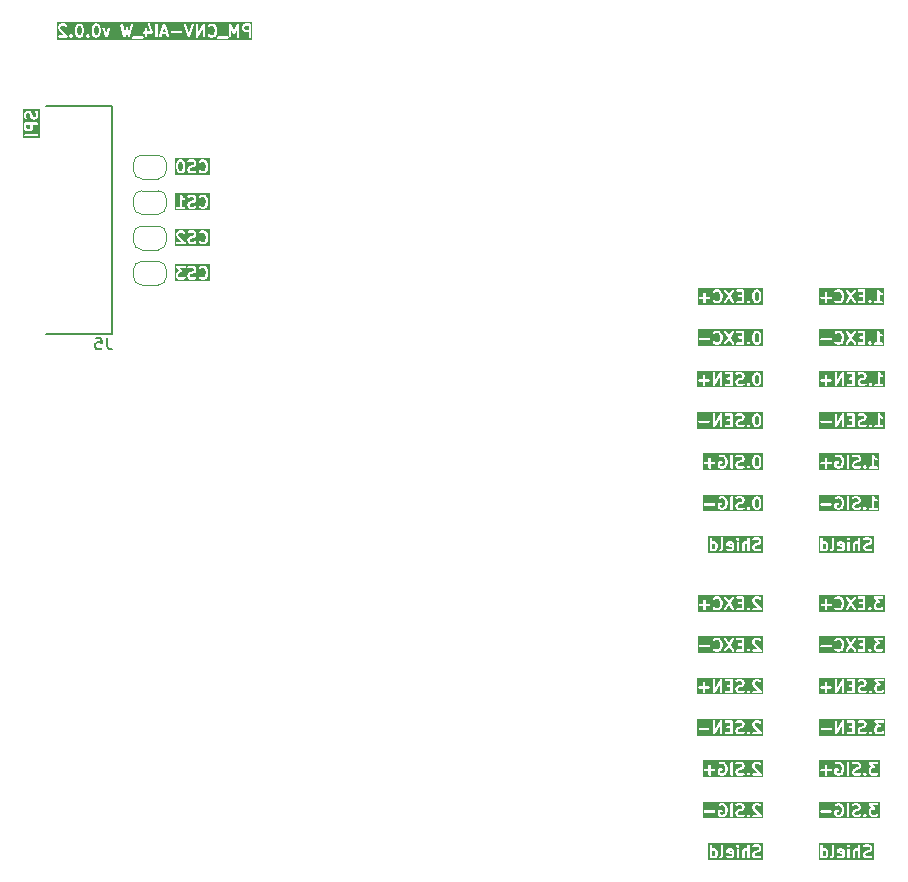
<source format=gbr>
%TF.GenerationSoftware,KiCad,Pcbnew,9.0.0*%
%TF.CreationDate,2025-03-09T08:23:50+03:00*%
%TF.ProjectId,PM_CNV-AI4_W,504d5f43-4e56-42d4-9149-345f572e6b69,rev?*%
%TF.SameCoordinates,Original*%
%TF.FileFunction,Legend,Bot*%
%TF.FilePolarity,Positive*%
%FSLAX46Y46*%
G04 Gerber Fmt 4.6, Leading zero omitted, Abs format (unit mm)*
G04 Created by KiCad (PCBNEW 9.0.0) date 2025-03-09 08:23:50*
%MOMM*%
%LPD*%
G01*
G04 APERTURE LIST*
%ADD10C,0.200000*%
%ADD11C,0.150000*%
%ADD12C,0.120000*%
%ADD13C,0.152400*%
G04 APERTURE END LIST*
D10*
G36*
X37746663Y5336670D02*
G01*
X32660483Y5336670D01*
X32660483Y5948243D01*
X32771594Y5948243D01*
X32771594Y5909225D01*
X32786526Y5873177D01*
X32814116Y5845587D01*
X32850164Y5830655D01*
X32869673Y5828734D01*
X33631577Y5828734D01*
X33651086Y5830655D01*
X33687134Y5845587D01*
X33714724Y5873177D01*
X33729656Y5909225D01*
X33729656Y5948243D01*
X33718012Y5976353D01*
X33960149Y5976353D01*
X33960149Y5643020D01*
X33962070Y5623511D01*
X33963554Y5619929D01*
X33977001Y5587463D01*
X33989438Y5572310D01*
X34037056Y5524690D01*
X34052210Y5512253D01*
X34055529Y5510878D01*
X34058245Y5508523D01*
X34076145Y5500532D01*
X34219002Y5452913D01*
X34228674Y5450714D01*
X34231116Y5449702D01*
X34234653Y5449354D01*
X34238117Y5448566D01*
X34240751Y5448754D01*
X34250625Y5447781D01*
X34345863Y5447781D01*
X34355736Y5448754D01*
X34358370Y5448566D01*
X34361833Y5449354D01*
X34365372Y5449702D01*
X34367814Y5450714D01*
X34377486Y5452913D01*
X34520342Y5500532D01*
X34538243Y5508523D01*
X34540958Y5510878D01*
X34544278Y5512253D01*
X34559431Y5524690D01*
X34654669Y5619929D01*
X34660961Y5627596D01*
X34662958Y5629327D01*
X34664851Y5632335D01*
X34667106Y5635082D01*
X34668117Y5637524D01*
X34673401Y5645918D01*
X34721020Y5741155D01*
X34721566Y5742584D01*
X34721996Y5743163D01*
X34724917Y5751340D01*
X34728026Y5759464D01*
X34728077Y5760185D01*
X34728591Y5761623D01*
X34776210Y5952099D01*
X34776710Y5955481D01*
X34777275Y5956844D01*
X34777998Y5964195D01*
X34779078Y5971492D01*
X34778860Y5972951D01*
X34779196Y5976353D01*
X34779196Y6119210D01*
X34778860Y6122613D01*
X34779078Y6124071D01*
X34777998Y6131369D01*
X34777275Y6138719D01*
X34776710Y6140083D01*
X34776210Y6143464D01*
X34728591Y6333940D01*
X34728077Y6335379D01*
X34728026Y6336099D01*
X34724917Y6344224D01*
X34721996Y6352400D01*
X34721566Y6352980D01*
X34721020Y6354408D01*
X34673401Y6449645D01*
X34668114Y6458044D01*
X34667105Y6460481D01*
X34664853Y6463225D01*
X34662958Y6466236D01*
X34660960Y6467969D01*
X34654669Y6475635D01*
X34582523Y6547781D01*
X35007767Y6547781D01*
X35007767Y5547781D01*
X35009688Y5528272D01*
X35024620Y5492224D01*
X35052210Y5464634D01*
X35088258Y5449702D01*
X35127276Y5449702D01*
X35163324Y5464634D01*
X35190914Y5492224D01*
X35205846Y5528272D01*
X35207767Y5547781D01*
X35207767Y5833496D01*
X35436339Y5833496D01*
X35436339Y5738258D01*
X35438260Y5718749D01*
X35439635Y5715429D01*
X35439890Y5711845D01*
X35446896Y5693537D01*
X35494515Y5598299D01*
X35499798Y5589907D01*
X35500810Y5587463D01*
X35503066Y5584714D01*
X35504958Y5581709D01*
X35506952Y5579980D01*
X35513247Y5572310D01*
X35560865Y5524690D01*
X35568533Y5518397D01*
X35570265Y5516400D01*
X35573273Y5514507D01*
X35576019Y5512253D01*
X35578459Y5511243D01*
X35586856Y5505957D01*
X35682093Y5458338D01*
X35700402Y5451332D01*
X35703985Y5451078D01*
X35707306Y5449702D01*
X35726815Y5447781D01*
X35964910Y5447781D01*
X35974783Y5448754D01*
X35977417Y5448566D01*
X35980880Y5449354D01*
X35984419Y5449702D01*
X35986861Y5450714D01*
X35996533Y5452913D01*
X36139389Y5500532D01*
X36157290Y5508523D01*
X36186766Y5534088D01*
X36204215Y5568987D01*
X36206982Y5607907D01*
X36204648Y5614909D01*
X36390640Y5614909D01*
X36390640Y5575891D01*
X36397103Y5560288D01*
X36405572Y5539842D01*
X36405576Y5539838D01*
X36418008Y5524689D01*
X36465627Y5477071D01*
X36480780Y5464634D01*
X36489783Y5460905D01*
X36516829Y5449702D01*
X36555847Y5449702D01*
X36591895Y5464634D01*
X36607049Y5477070D01*
X36654667Y5524689D01*
X36667104Y5539842D01*
X36675401Y5559873D01*
X36678473Y5567290D01*
X36866831Y5567290D01*
X36866831Y5528272D01*
X36881763Y5492224D01*
X36909353Y5464634D01*
X36945401Y5449702D01*
X36964910Y5447781D01*
X37536338Y5447781D01*
X37555847Y5449702D01*
X37591895Y5464634D01*
X37619485Y5492224D01*
X37634417Y5528272D01*
X37634417Y5567290D01*
X37619485Y5603338D01*
X37591895Y5630928D01*
X37555847Y5645860D01*
X37536338Y5647781D01*
X37350624Y5647781D01*
X37350624Y6258740D01*
X37370389Y6238975D01*
X37378055Y6232684D01*
X37379788Y6230686D01*
X37382799Y6228791D01*
X37385543Y6226539D01*
X37387980Y6225530D01*
X37396379Y6220243D01*
X37491616Y6172624D01*
X37509925Y6165618D01*
X37548845Y6162852D01*
X37585861Y6175191D01*
X37615338Y6200756D01*
X37632787Y6235654D01*
X37635552Y6274574D01*
X37623214Y6311590D01*
X37597649Y6341067D01*
X37581059Y6351510D01*
X37500337Y6391871D01*
X37423573Y6468635D01*
X37333829Y6603251D01*
X37333784Y6603306D01*
X37333771Y6603338D01*
X37333697Y6603412D01*
X37321409Y6618418D01*
X37313180Y6623929D01*
X37306181Y6630928D01*
X37297129Y6634678D01*
X37288989Y6640129D01*
X37279281Y6642071D01*
X37270133Y6645860D01*
X37260334Y6645860D01*
X37250729Y6647781D01*
X37241018Y6645860D01*
X37231115Y6645860D01*
X37222062Y6642111D01*
X37212452Y6640209D01*
X37204213Y6634717D01*
X37195067Y6630928D01*
X37188140Y6624002D01*
X37179987Y6618566D01*
X37174476Y6610338D01*
X37167477Y6603338D01*
X37163727Y6594287D01*
X37158276Y6586146D01*
X37156334Y6576439D01*
X37152545Y6567290D01*
X37150644Y6547988D01*
X37150624Y6547886D01*
X37150630Y6547852D01*
X37150624Y6547781D01*
X37150624Y5647781D01*
X36964910Y5647781D01*
X36945401Y5645860D01*
X36909353Y5630928D01*
X36881763Y5603338D01*
X36866831Y5567290D01*
X36678473Y5567290D01*
X36682035Y5575890D01*
X36682036Y5614908D01*
X36667105Y5650957D01*
X36654668Y5666110D01*
X36607049Y5713730D01*
X36591896Y5726167D01*
X36572307Y5734281D01*
X36565629Y5737047D01*
X36555847Y5741099D01*
X36516829Y5741099D01*
X36507047Y5737047D01*
X36480781Y5726168D01*
X36480780Y5726167D01*
X36465626Y5713730D01*
X36418008Y5666110D01*
X36405571Y5650957D01*
X36396612Y5629327D01*
X36390640Y5614909D01*
X36204648Y5614909D01*
X36194643Y5644923D01*
X36169078Y5674399D01*
X36134179Y5691849D01*
X36095259Y5694615D01*
X36076144Y5690268D01*
X35948683Y5647781D01*
X35750422Y5647781D01*
X35690812Y5677586D01*
X35666145Y5702254D01*
X35636339Y5761866D01*
X35636339Y5809889D01*
X35666144Y5869499D01*
X35690812Y5894168D01*
X35761719Y5929621D01*
X35941544Y5974577D01*
X35942981Y5975091D01*
X35943704Y5975142D01*
X35951828Y5978251D01*
X35960005Y5981172D01*
X35960585Y5981603D01*
X35962012Y5982148D01*
X36057250Y6029767D01*
X36065646Y6035053D01*
X36068086Y6036063D01*
X36070832Y6038317D01*
X36073840Y6040210D01*
X36075569Y6042205D01*
X36083240Y6048499D01*
X36130858Y6096118D01*
X36137150Y6103785D01*
X36139148Y6105517D01*
X36141041Y6108526D01*
X36143295Y6111271D01*
X36144305Y6113712D01*
X36149591Y6122108D01*
X36197210Y6217345D01*
X36204216Y6235654D01*
X36204470Y6239238D01*
X36205846Y6242558D01*
X36207767Y6262067D01*
X36207767Y6357305D01*
X36205846Y6376814D01*
X36204470Y6380135D01*
X36204216Y6383718D01*
X36197210Y6402027D01*
X36149591Y6497264D01*
X36144305Y6505661D01*
X36143295Y6508101D01*
X36141041Y6510847D01*
X36139148Y6513855D01*
X36137150Y6515588D01*
X36130858Y6523254D01*
X36083240Y6570873D01*
X36075569Y6577168D01*
X36073840Y6579162D01*
X36070832Y6581056D01*
X36068086Y6583309D01*
X36065646Y6584320D01*
X36057250Y6589605D01*
X35962012Y6637224D01*
X35943704Y6644230D01*
X35940120Y6644485D01*
X35936800Y6645860D01*
X35917291Y6647781D01*
X35679196Y6647781D01*
X35669322Y6646809D01*
X35666688Y6646996D01*
X35663224Y6646209D01*
X35659687Y6645860D01*
X35657245Y6644849D01*
X35647573Y6642649D01*
X35504716Y6595030D01*
X35486816Y6587039D01*
X35457340Y6561474D01*
X35439890Y6526575D01*
X35437124Y6487655D01*
X35449462Y6450639D01*
X35475027Y6421163D01*
X35509926Y6403713D01*
X35548846Y6400947D01*
X35567962Y6405294D01*
X35695422Y6447781D01*
X35893684Y6447781D01*
X35953293Y6417976D01*
X35977962Y6393308D01*
X36007767Y6333698D01*
X36007767Y6285674D01*
X35977962Y6226065D01*
X35953293Y6201397D01*
X35882386Y6165943D01*
X35702561Y6120986D01*
X35701122Y6120473D01*
X35700402Y6120421D01*
X35692277Y6117313D01*
X35684101Y6114391D01*
X35683521Y6113962D01*
X35682093Y6113415D01*
X35586856Y6065796D01*
X35578459Y6060511D01*
X35576019Y6059500D01*
X35573273Y6057247D01*
X35570265Y6055353D01*
X35568532Y6053356D01*
X35560866Y6047063D01*
X35513247Y5999445D01*
X35506952Y5991775D01*
X35504958Y5990045D01*
X35503064Y5987038D01*
X35500811Y5984291D01*
X35499800Y5981852D01*
X35494515Y5973455D01*
X35446896Y5878217D01*
X35439890Y5859909D01*
X35439635Y5856326D01*
X35438260Y5853005D01*
X35436339Y5833496D01*
X35207767Y5833496D01*
X35207767Y6547781D01*
X35205846Y6567290D01*
X35190914Y6603338D01*
X35163324Y6630928D01*
X35127276Y6645860D01*
X35088258Y6645860D01*
X35052210Y6630928D01*
X35024620Y6603338D01*
X35009688Y6567290D01*
X35007767Y6547781D01*
X34582523Y6547781D01*
X34559431Y6570873D01*
X34544277Y6583309D01*
X34540958Y6584684D01*
X34538243Y6587039D01*
X34520342Y6595030D01*
X34377486Y6642649D01*
X34367814Y6644849D01*
X34365372Y6645860D01*
X34361833Y6646209D01*
X34358370Y6646996D01*
X34355736Y6646809D01*
X34345863Y6647781D01*
X34203006Y6647781D01*
X34183497Y6645860D01*
X34180176Y6644485D01*
X34176593Y6644230D01*
X34158284Y6637224D01*
X34063047Y6589605D01*
X34046456Y6579162D01*
X34020892Y6549685D01*
X34008553Y6512669D01*
X34011319Y6473749D01*
X34028768Y6438850D01*
X34058245Y6413286D01*
X34095261Y6400947D01*
X34134181Y6403713D01*
X34152489Y6410719D01*
X34226613Y6447781D01*
X34329636Y6447781D01*
X34434700Y6412760D01*
X34501773Y6345687D01*
X34537225Y6274782D01*
X34579196Y6106901D01*
X34579196Y5988663D01*
X34537225Y5820782D01*
X34501772Y5749876D01*
X34434701Y5682803D01*
X34329636Y5647781D01*
X34266851Y5647781D01*
X34161786Y5682803D01*
X34160149Y5684441D01*
X34160149Y5876353D01*
X34250625Y5876353D01*
X34270134Y5878274D01*
X34306182Y5893206D01*
X34333772Y5920796D01*
X34348704Y5956844D01*
X34348704Y5995862D01*
X34333772Y6031910D01*
X34306182Y6059500D01*
X34270134Y6074432D01*
X34250625Y6076353D01*
X34060149Y6076353D01*
X34040640Y6074432D01*
X34004592Y6059500D01*
X33977002Y6031910D01*
X33962070Y5995862D01*
X33960149Y5976353D01*
X33718012Y5976353D01*
X33714724Y5984291D01*
X33687134Y6011881D01*
X33651086Y6026813D01*
X33631577Y6028734D01*
X32869673Y6028734D01*
X32850164Y6026813D01*
X32814116Y6011881D01*
X32786526Y5984291D01*
X32771594Y5948243D01*
X32660483Y5948243D01*
X32660483Y6758892D01*
X37746663Y6758892D01*
X37746663Y5336670D01*
G37*
G36*
X38269338Y-13663330D02*
G01*
X32660483Y-13663330D01*
X32660483Y-13051757D01*
X32771594Y-13051757D01*
X32771594Y-13090775D01*
X32786526Y-13126823D01*
X32814116Y-13154413D01*
X32850164Y-13169345D01*
X32869673Y-13171266D01*
X33631577Y-13171266D01*
X33651086Y-13169345D01*
X33687134Y-13154413D01*
X33714724Y-13126823D01*
X33729656Y-13090775D01*
X33729656Y-13051757D01*
X33714724Y-13015709D01*
X33687134Y-12988119D01*
X33651086Y-12973187D01*
X33631577Y-12971266D01*
X32869673Y-12971266D01*
X32850164Y-12973187D01*
X32814116Y-12988119D01*
X32786526Y-13015709D01*
X32771594Y-13051757D01*
X32660483Y-13051757D01*
X32660483Y-12452219D01*
X34007768Y-12452219D01*
X34007768Y-13452219D01*
X34008262Y-13457236D01*
X34008012Y-13459204D01*
X34008706Y-13461750D01*
X34009689Y-13471728D01*
X34014780Y-13484018D01*
X34018279Y-13496847D01*
X34022181Y-13501885D01*
X34024621Y-13507776D01*
X34034026Y-13517181D01*
X34042169Y-13527696D01*
X34047703Y-13530858D01*
X34052211Y-13535366D01*
X34064496Y-13540454D01*
X34076046Y-13547055D01*
X34082370Y-13547858D01*
X34088259Y-13550298D01*
X34101560Y-13550298D01*
X34114753Y-13551975D01*
X34120902Y-13550298D01*
X34127277Y-13550298D01*
X34139567Y-13545206D01*
X34152396Y-13541708D01*
X34157434Y-13537805D01*
X34163325Y-13535366D01*
X34172730Y-13525960D01*
X34183245Y-13517818D01*
X34189048Y-13509642D01*
X34190915Y-13507776D01*
X34191673Y-13505943D01*
X34194592Y-13501833D01*
X34579196Y-12828775D01*
X34579196Y-13452219D01*
X34581117Y-13471728D01*
X34596049Y-13507776D01*
X34623639Y-13535366D01*
X34659687Y-13550298D01*
X34698705Y-13550298D01*
X34734753Y-13535366D01*
X34762343Y-13507776D01*
X34777275Y-13471728D01*
X34779196Y-13452219D01*
X34779196Y-12452219D01*
X34778701Y-12447201D01*
X34778952Y-12445234D01*
X34778257Y-12442687D01*
X34777275Y-12432710D01*
X35009689Y-12432710D01*
X35009689Y-12471728D01*
X35024621Y-12507776D01*
X35052211Y-12535366D01*
X35088259Y-12550298D01*
X35107768Y-12552219D01*
X35483958Y-12552219D01*
X35483958Y-12828409D01*
X35250625Y-12828409D01*
X35231116Y-12830330D01*
X35195068Y-12845262D01*
X35167478Y-12872852D01*
X35152546Y-12908900D01*
X35152546Y-12947918D01*
X35167478Y-12983966D01*
X35195068Y-13011556D01*
X35231116Y-13026488D01*
X35250625Y-13028409D01*
X35483958Y-13028409D01*
X35483958Y-13352219D01*
X35107768Y-13352219D01*
X35088259Y-13354140D01*
X35052211Y-13369072D01*
X35024621Y-13396662D01*
X35009689Y-13432710D01*
X35009689Y-13471728D01*
X35024621Y-13507776D01*
X35052211Y-13535366D01*
X35088259Y-13550298D01*
X35107768Y-13552219D01*
X35583958Y-13552219D01*
X35603467Y-13550298D01*
X35639515Y-13535366D01*
X35667105Y-13507776D01*
X35682037Y-13471728D01*
X35683958Y-13452219D01*
X35683958Y-13166504D01*
X35912530Y-13166504D01*
X35912530Y-13261742D01*
X35914451Y-13281251D01*
X35915826Y-13284571D01*
X35916081Y-13288155D01*
X35923087Y-13306463D01*
X35970706Y-13401701D01*
X35975989Y-13410093D01*
X35977001Y-13412537D01*
X35979257Y-13415286D01*
X35981149Y-13418291D01*
X35983143Y-13420020D01*
X35989438Y-13427690D01*
X36037056Y-13475310D01*
X36044724Y-13481603D01*
X36046456Y-13483600D01*
X36049464Y-13485493D01*
X36052210Y-13487747D01*
X36054650Y-13488757D01*
X36063047Y-13494043D01*
X36158284Y-13541662D01*
X36176593Y-13548668D01*
X36180176Y-13548922D01*
X36183497Y-13550298D01*
X36203006Y-13552219D01*
X36441101Y-13552219D01*
X36450974Y-13551246D01*
X36453608Y-13551434D01*
X36457071Y-13550646D01*
X36460610Y-13550298D01*
X36463052Y-13549286D01*
X36472724Y-13547087D01*
X36615580Y-13499468D01*
X36633481Y-13491477D01*
X36662957Y-13465912D01*
X36680406Y-13431013D01*
X36683173Y-13392093D01*
X36680839Y-13385091D01*
X36866831Y-13385091D01*
X36866831Y-13424109D01*
X36873294Y-13439712D01*
X36881763Y-13460158D01*
X36881767Y-13460162D01*
X36894199Y-13475311D01*
X36941818Y-13522929D01*
X36956971Y-13535366D01*
X36965974Y-13539095D01*
X36993020Y-13550298D01*
X37032038Y-13550298D01*
X37068086Y-13535366D01*
X37083240Y-13522930D01*
X37130858Y-13475311D01*
X37143295Y-13460158D01*
X37150047Y-13443856D01*
X37158226Y-13424110D01*
X37158227Y-13385092D01*
X37143296Y-13349043D01*
X37130859Y-13333890D01*
X37083240Y-13286270D01*
X37068087Y-13273833D01*
X37048498Y-13265719D01*
X37041820Y-13262953D01*
X37032038Y-13258901D01*
X36993020Y-13258901D01*
X36983238Y-13262953D01*
X36956972Y-13273832D01*
X36956971Y-13273833D01*
X36941817Y-13286270D01*
X36894199Y-13333890D01*
X36881762Y-13349043D01*
X36871749Y-13373219D01*
X36866831Y-13385091D01*
X36680839Y-13385091D01*
X36670834Y-13355077D01*
X36645269Y-13325601D01*
X36610370Y-13308151D01*
X36571450Y-13305385D01*
X36552335Y-13309732D01*
X36424874Y-13352219D01*
X36226613Y-13352219D01*
X36167003Y-13322414D01*
X36142336Y-13297746D01*
X36112530Y-13238134D01*
X36112530Y-13190111D01*
X36142335Y-13130501D01*
X36167003Y-13105832D01*
X36237910Y-13070379D01*
X36417735Y-13025423D01*
X36419172Y-13024909D01*
X36419895Y-13024858D01*
X36423059Y-13023647D01*
X37341101Y-13023647D01*
X37341101Y-13261742D01*
X37343022Y-13281251D01*
X37344397Y-13284571D01*
X37344652Y-13288155D01*
X37351658Y-13306463D01*
X37399277Y-13401701D01*
X37404560Y-13410093D01*
X37405572Y-13412537D01*
X37407828Y-13415286D01*
X37409720Y-13418291D01*
X37411714Y-13420020D01*
X37418009Y-13427690D01*
X37465627Y-13475310D01*
X37473295Y-13481603D01*
X37475027Y-13483600D01*
X37478035Y-13485493D01*
X37480781Y-13487747D01*
X37483221Y-13488757D01*
X37491618Y-13494043D01*
X37586855Y-13541662D01*
X37605164Y-13548668D01*
X37608747Y-13548922D01*
X37612068Y-13550298D01*
X37631577Y-13552219D01*
X37917291Y-13552219D01*
X37936800Y-13550298D01*
X37940120Y-13548922D01*
X37943704Y-13548668D01*
X37962012Y-13541662D01*
X38057250Y-13494043D01*
X38065645Y-13488758D01*
X38068087Y-13487747D01*
X38070834Y-13485491D01*
X38073840Y-13483600D01*
X38075570Y-13481605D01*
X38083240Y-13475310D01*
X38130859Y-13427690D01*
X38143296Y-13412537D01*
X38158227Y-13376488D01*
X38158226Y-13337470D01*
X38143295Y-13301422D01*
X38115704Y-13273832D01*
X38079656Y-13258901D01*
X38040638Y-13258902D01*
X38004590Y-13273833D01*
X37989436Y-13286270D01*
X37953293Y-13322413D01*
X37893684Y-13352219D01*
X37655184Y-13352219D01*
X37595574Y-13322414D01*
X37570907Y-13297746D01*
X37541101Y-13238134D01*
X37541101Y-13047254D01*
X37570906Y-12987644D01*
X37595574Y-12962975D01*
X37655184Y-12933171D01*
X37774434Y-12933171D01*
X37784751Y-12932155D01*
X37787376Y-12932330D01*
X37789183Y-12931718D01*
X37793943Y-12931250D01*
X37808946Y-12925035D01*
X37824338Y-12919830D01*
X37826877Y-12917607D01*
X37829991Y-12916318D01*
X37841468Y-12904840D01*
X37853702Y-12894136D01*
X37855197Y-12891111D01*
X37857581Y-12888728D01*
X37863795Y-12873726D01*
X37870998Y-12859161D01*
X37871222Y-12855795D01*
X37872513Y-12852680D01*
X37872513Y-12836431D01*
X37873593Y-12820229D01*
X37872513Y-12817035D01*
X37872513Y-12813662D01*
X37866297Y-12798656D01*
X37861093Y-12783268D01*
X37858311Y-12779377D01*
X37857581Y-12777614D01*
X37855721Y-12775754D01*
X37849692Y-12767321D01*
X37661478Y-12552219D01*
X38060148Y-12552219D01*
X38079657Y-12550298D01*
X38115705Y-12535366D01*
X38143295Y-12507776D01*
X38158227Y-12471728D01*
X38158227Y-12432710D01*
X38143295Y-12396662D01*
X38115705Y-12369072D01*
X38079657Y-12354140D01*
X38060148Y-12352219D01*
X37441101Y-12352219D01*
X37430783Y-12353234D01*
X37428159Y-12353060D01*
X37426351Y-12353671D01*
X37421592Y-12354140D01*
X37406586Y-12360355D01*
X37391198Y-12365560D01*
X37388658Y-12367781D01*
X37385544Y-12369072D01*
X37374059Y-12380556D01*
X37361834Y-12391254D01*
X37360338Y-12394277D01*
X37357954Y-12396662D01*
X37351737Y-12411668D01*
X37344537Y-12426229D01*
X37344312Y-12429594D01*
X37343022Y-12432710D01*
X37343022Y-12448958D01*
X37341942Y-12465161D01*
X37343022Y-12468354D01*
X37343022Y-12471728D01*
X37349237Y-12486733D01*
X37354442Y-12502122D01*
X37357223Y-12506012D01*
X37357954Y-12507776D01*
X37359813Y-12509635D01*
X37365843Y-12518069D01*
X37570464Y-12751923D01*
X37491618Y-12791347D01*
X37483221Y-12796632D01*
X37480781Y-12797643D01*
X37478035Y-12799896D01*
X37475027Y-12801790D01*
X37473294Y-12803787D01*
X37465628Y-12810080D01*
X37418009Y-12857698D01*
X37411714Y-12865368D01*
X37409720Y-12867098D01*
X37407826Y-12870105D01*
X37405573Y-12872852D01*
X37404562Y-12875291D01*
X37399277Y-12883688D01*
X37351658Y-12978926D01*
X37344652Y-12997234D01*
X37344397Y-13000817D01*
X37343022Y-13004138D01*
X37341101Y-13023647D01*
X36423059Y-13023647D01*
X36428019Y-13021749D01*
X36436196Y-13018828D01*
X36436776Y-13018397D01*
X36438203Y-13017852D01*
X36533441Y-12970233D01*
X36541837Y-12964947D01*
X36544277Y-12963937D01*
X36547023Y-12961683D01*
X36550031Y-12959790D01*
X36551760Y-12957795D01*
X36559431Y-12951501D01*
X36607049Y-12903882D01*
X36613341Y-12896215D01*
X36615339Y-12894483D01*
X36617232Y-12891474D01*
X36619486Y-12888729D01*
X36620496Y-12886288D01*
X36625782Y-12877892D01*
X36673401Y-12782655D01*
X36680407Y-12764346D01*
X36680661Y-12760762D01*
X36682037Y-12757442D01*
X36683958Y-12737933D01*
X36683958Y-12642695D01*
X36682037Y-12623186D01*
X36680661Y-12619865D01*
X36680407Y-12616282D01*
X36673401Y-12597973D01*
X36625782Y-12502736D01*
X36620496Y-12494339D01*
X36619486Y-12491899D01*
X36617232Y-12489153D01*
X36615339Y-12486145D01*
X36613341Y-12484412D01*
X36607049Y-12476746D01*
X36559431Y-12429127D01*
X36551760Y-12422832D01*
X36550031Y-12420838D01*
X36547023Y-12418944D01*
X36544277Y-12416691D01*
X36541837Y-12415680D01*
X36533441Y-12410395D01*
X36438203Y-12362776D01*
X36419895Y-12355770D01*
X36416311Y-12355515D01*
X36412991Y-12354140D01*
X36393482Y-12352219D01*
X36155387Y-12352219D01*
X36145513Y-12353191D01*
X36142879Y-12353004D01*
X36139415Y-12353791D01*
X36135878Y-12354140D01*
X36133436Y-12355151D01*
X36123764Y-12357351D01*
X35980907Y-12404970D01*
X35963007Y-12412961D01*
X35933531Y-12438526D01*
X35916081Y-12473425D01*
X35913315Y-12512345D01*
X35925653Y-12549361D01*
X35951218Y-12578837D01*
X35986117Y-12596287D01*
X36025037Y-12599053D01*
X36044153Y-12594706D01*
X36171613Y-12552219D01*
X36369875Y-12552219D01*
X36429484Y-12582024D01*
X36454153Y-12606692D01*
X36483958Y-12666302D01*
X36483958Y-12714326D01*
X36454153Y-12773935D01*
X36429484Y-12798603D01*
X36358577Y-12834057D01*
X36178752Y-12879014D01*
X36177313Y-12879527D01*
X36176593Y-12879579D01*
X36168468Y-12882687D01*
X36160292Y-12885609D01*
X36159712Y-12886038D01*
X36158284Y-12886585D01*
X36063047Y-12934204D01*
X36054650Y-12939489D01*
X36052210Y-12940500D01*
X36049464Y-12942753D01*
X36046456Y-12944647D01*
X36044723Y-12946644D01*
X36037057Y-12952937D01*
X35989438Y-13000555D01*
X35983143Y-13008225D01*
X35981149Y-13009955D01*
X35979255Y-13012962D01*
X35977002Y-13015709D01*
X35975991Y-13018148D01*
X35970706Y-13026545D01*
X35923087Y-13121783D01*
X35916081Y-13140091D01*
X35915826Y-13143674D01*
X35914451Y-13146995D01*
X35912530Y-13166504D01*
X35683958Y-13166504D01*
X35683958Y-12452219D01*
X35682037Y-12432710D01*
X35667105Y-12396662D01*
X35639515Y-12369072D01*
X35603467Y-12354140D01*
X35583958Y-12352219D01*
X35107768Y-12352219D01*
X35088259Y-12354140D01*
X35052211Y-12369072D01*
X35024621Y-12396662D01*
X35009689Y-12432710D01*
X34777275Y-12432710D01*
X34772185Y-12420423D01*
X34768686Y-12407591D01*
X34764781Y-12402549D01*
X34762343Y-12396662D01*
X34752939Y-12387258D01*
X34744795Y-12376742D01*
X34739260Y-12373579D01*
X34734753Y-12369072D01*
X34722467Y-12363983D01*
X34710918Y-12357383D01*
X34704593Y-12356579D01*
X34698705Y-12354140D01*
X34685405Y-12354140D01*
X34672212Y-12352463D01*
X34666063Y-12354140D01*
X34659687Y-12354140D01*
X34647400Y-12359229D01*
X34634568Y-12362729D01*
X34629526Y-12366633D01*
X34623639Y-12369072D01*
X34614235Y-12378475D01*
X34603719Y-12386620D01*
X34597915Y-12394795D01*
X34596049Y-12396662D01*
X34595290Y-12398494D01*
X34592372Y-12402605D01*
X34207768Y-13075662D01*
X34207768Y-12452219D01*
X34205847Y-12432710D01*
X34190915Y-12396662D01*
X34163325Y-12369072D01*
X34127277Y-12354140D01*
X34088259Y-12354140D01*
X34052211Y-12369072D01*
X34024621Y-12396662D01*
X34009689Y-12432710D01*
X34007768Y-12452219D01*
X32660483Y-12452219D01*
X32660483Y-12241108D01*
X38269338Y-12241108D01*
X38269338Y-13663330D01*
G37*
G36*
X33191389Y-23415357D02*
G01*
X33216058Y-23440025D01*
X33245863Y-23499635D01*
X33245863Y-23738135D01*
X33216058Y-23797743D01*
X33191389Y-23822413D01*
X33131780Y-23852219D01*
X32988518Y-23852219D01*
X32969673Y-23842796D01*
X32969673Y-23394974D01*
X32988518Y-23385552D01*
X33131780Y-23385552D01*
X33191389Y-23415357D01*
G37*
G36*
X34604661Y-23407707D02*
G01*
X34626816Y-23452016D01*
X34626816Y-23496904D01*
X34355330Y-23442607D01*
X34372781Y-23407706D01*
X34417090Y-23385552D01*
X34560352Y-23385552D01*
X34604661Y-23407707D01*
G37*
G36*
X37271260Y-24163330D02*
G01*
X32658562Y-24163330D01*
X32658562Y-22952219D01*
X32769673Y-22952219D01*
X32769673Y-23952219D01*
X32771594Y-23971728D01*
X32786526Y-24007776D01*
X32814116Y-24035366D01*
X32850164Y-24050298D01*
X32889182Y-24050298D01*
X32915586Y-24039360D01*
X32920189Y-24041662D01*
X32938498Y-24048668D01*
X32942081Y-24048922D01*
X32945402Y-24050298D01*
X32964911Y-24052219D01*
X33155387Y-24052219D01*
X33174896Y-24050298D01*
X33178216Y-24048922D01*
X33181800Y-24048668D01*
X33200108Y-24041662D01*
X33295346Y-23994043D01*
X33303741Y-23988758D01*
X33306183Y-23987747D01*
X33308930Y-23985491D01*
X33311936Y-23983600D01*
X33313666Y-23981605D01*
X33321336Y-23975310D01*
X33356933Y-23939712D01*
X33579982Y-23939712D01*
X33582748Y-23978632D01*
X33600197Y-24013531D01*
X33629674Y-24039095D01*
X33666690Y-24051434D01*
X33705610Y-24048668D01*
X33723918Y-24041662D01*
X33819156Y-23994043D01*
X33822418Y-23991989D01*
X33823958Y-23991476D01*
X33825874Y-23989813D01*
X33835746Y-23983600D01*
X33843961Y-23974126D01*
X33853435Y-23965911D01*
X33859648Y-23956039D01*
X33861311Y-23954123D01*
X33861823Y-23952584D01*
X33863878Y-23949321D01*
X33911497Y-23854082D01*
X33918503Y-23835774D01*
X33918757Y-23832190D01*
X33920133Y-23828870D01*
X33922054Y-23809361D01*
X33922054Y-23428409D01*
X34150626Y-23428409D01*
X34150626Y-23523647D01*
X34152547Y-23543156D01*
X34156296Y-23552208D01*
X34158198Y-23561819D01*
X34163690Y-23570057D01*
X34167479Y-23579204D01*
X34174405Y-23586130D01*
X34179841Y-23594284D01*
X34188069Y-23599794D01*
X34195069Y-23606794D01*
X34204120Y-23610543D01*
X34212261Y-23615995D01*
X34231014Y-23621705D01*
X34231115Y-23621725D01*
X34231117Y-23621726D01*
X34231119Y-23621726D01*
X34626816Y-23700865D01*
X34626816Y-23785754D01*
X34604661Y-23830063D01*
X34560352Y-23852219D01*
X34417090Y-23852219D01*
X34342966Y-23815157D01*
X34324658Y-23808151D01*
X34285738Y-23805385D01*
X34248722Y-23817724D01*
X34219245Y-23843288D01*
X34201796Y-23878187D01*
X34199030Y-23917107D01*
X34211369Y-23954123D01*
X34236933Y-23983600D01*
X34253524Y-23994043D01*
X34348761Y-24041662D01*
X34367070Y-24048668D01*
X34370653Y-24048922D01*
X34373974Y-24050298D01*
X34393483Y-24052219D01*
X34583959Y-24052219D01*
X34603468Y-24050298D01*
X34606788Y-24048922D01*
X34610372Y-24048668D01*
X34628680Y-24041662D01*
X34723918Y-23994043D01*
X34727180Y-23991989D01*
X34728720Y-23991476D01*
X34730636Y-23989813D01*
X34740508Y-23983600D01*
X34748723Y-23974126D01*
X34758197Y-23965911D01*
X34764410Y-23956039D01*
X34766073Y-23954123D01*
X34766585Y-23952584D01*
X34768640Y-23949321D01*
X34816259Y-23854082D01*
X34823265Y-23835774D01*
X34823519Y-23832190D01*
X34824895Y-23828870D01*
X34826816Y-23809361D01*
X34826816Y-23428409D01*
X34824895Y-23408900D01*
X34823519Y-23405579D01*
X34823265Y-23401996D01*
X34816259Y-23383687D01*
X34768640Y-23288450D01*
X34766815Y-23285552D01*
X35055387Y-23285552D01*
X35055387Y-23952219D01*
X35057308Y-23971728D01*
X35072240Y-24007776D01*
X35099830Y-24035366D01*
X35135878Y-24050298D01*
X35174896Y-24050298D01*
X35210944Y-24035366D01*
X35238534Y-24007776D01*
X35253466Y-23971728D01*
X35255387Y-23952219D01*
X35255387Y-23428409D01*
X35531578Y-23428409D01*
X35531578Y-23952219D01*
X35533499Y-23971728D01*
X35548431Y-24007776D01*
X35576021Y-24035366D01*
X35612069Y-24050298D01*
X35651087Y-24050298D01*
X35687135Y-24035366D01*
X35714725Y-24007776D01*
X35729657Y-23971728D01*
X35731578Y-23952219D01*
X35731578Y-23452016D01*
X35753733Y-23407706D01*
X35798042Y-23385552D01*
X35893685Y-23385552D01*
X35953294Y-23415357D01*
X35960149Y-23422211D01*
X35960149Y-23952219D01*
X35962070Y-23971728D01*
X35977002Y-24007776D01*
X36004592Y-24035366D01*
X36040640Y-24050298D01*
X36079658Y-24050298D01*
X36115706Y-24035366D01*
X36143296Y-24007776D01*
X36158228Y-23971728D01*
X36160149Y-23952219D01*
X36160149Y-23666504D01*
X36388721Y-23666504D01*
X36388721Y-23761742D01*
X36390642Y-23781251D01*
X36392017Y-23784571D01*
X36392272Y-23788155D01*
X36399278Y-23806463D01*
X36446897Y-23901701D01*
X36452180Y-23910093D01*
X36453192Y-23912537D01*
X36455448Y-23915286D01*
X36457340Y-23918291D01*
X36459334Y-23920020D01*
X36465629Y-23927690D01*
X36513247Y-23975310D01*
X36520915Y-23981603D01*
X36522647Y-23983600D01*
X36525655Y-23985493D01*
X36528401Y-23987747D01*
X36530841Y-23988757D01*
X36539238Y-23994043D01*
X36634475Y-24041662D01*
X36652784Y-24048668D01*
X36656367Y-24048922D01*
X36659688Y-24050298D01*
X36679197Y-24052219D01*
X36917292Y-24052219D01*
X36927165Y-24051246D01*
X36929799Y-24051434D01*
X36933262Y-24050646D01*
X36936801Y-24050298D01*
X36939243Y-24049286D01*
X36948915Y-24047087D01*
X37091771Y-23999468D01*
X37109672Y-23991477D01*
X37139148Y-23965912D01*
X37156597Y-23931013D01*
X37159364Y-23892093D01*
X37147025Y-23855077D01*
X37121460Y-23825601D01*
X37086561Y-23808151D01*
X37047641Y-23805385D01*
X37028526Y-23809732D01*
X36901065Y-23852219D01*
X36702804Y-23852219D01*
X36643194Y-23822414D01*
X36618527Y-23797746D01*
X36588721Y-23738134D01*
X36588721Y-23690111D01*
X36618526Y-23630501D01*
X36643194Y-23605832D01*
X36714101Y-23570379D01*
X36893926Y-23525423D01*
X36895363Y-23524909D01*
X36896086Y-23524858D01*
X36904210Y-23521749D01*
X36912387Y-23518828D01*
X36912967Y-23518397D01*
X36914394Y-23517852D01*
X37009632Y-23470233D01*
X37018028Y-23464947D01*
X37020468Y-23463937D01*
X37023214Y-23461683D01*
X37026222Y-23459790D01*
X37027951Y-23457795D01*
X37035622Y-23451501D01*
X37083240Y-23403882D01*
X37089532Y-23396215D01*
X37091530Y-23394483D01*
X37093423Y-23391474D01*
X37095677Y-23388729D01*
X37096687Y-23386288D01*
X37101973Y-23377892D01*
X37149592Y-23282655D01*
X37156598Y-23264346D01*
X37156852Y-23260762D01*
X37158228Y-23257442D01*
X37160149Y-23237933D01*
X37160149Y-23142695D01*
X37158228Y-23123186D01*
X37156852Y-23119865D01*
X37156598Y-23116282D01*
X37149592Y-23097973D01*
X37101973Y-23002736D01*
X37096687Y-22994339D01*
X37095677Y-22991899D01*
X37093423Y-22989153D01*
X37091530Y-22986145D01*
X37089532Y-22984412D01*
X37083240Y-22976746D01*
X37035622Y-22929127D01*
X37027951Y-22922832D01*
X37026222Y-22920838D01*
X37023214Y-22918944D01*
X37020468Y-22916691D01*
X37018028Y-22915680D01*
X37009632Y-22910395D01*
X36914394Y-22862776D01*
X36896086Y-22855770D01*
X36892502Y-22855515D01*
X36889182Y-22854140D01*
X36869673Y-22852219D01*
X36631578Y-22852219D01*
X36621704Y-22853191D01*
X36619070Y-22853004D01*
X36615606Y-22853791D01*
X36612069Y-22854140D01*
X36609627Y-22855151D01*
X36599955Y-22857351D01*
X36457098Y-22904970D01*
X36439198Y-22912961D01*
X36409722Y-22938526D01*
X36392272Y-22973425D01*
X36389506Y-23012345D01*
X36401844Y-23049361D01*
X36427409Y-23078837D01*
X36462308Y-23096287D01*
X36501228Y-23099053D01*
X36520344Y-23094706D01*
X36647804Y-23052219D01*
X36846066Y-23052219D01*
X36905675Y-23082024D01*
X36930344Y-23106692D01*
X36960149Y-23166302D01*
X36960149Y-23214326D01*
X36930344Y-23273935D01*
X36905675Y-23298603D01*
X36834768Y-23334057D01*
X36654943Y-23379014D01*
X36653504Y-23379527D01*
X36652784Y-23379579D01*
X36644659Y-23382687D01*
X36636483Y-23385609D01*
X36635903Y-23386038D01*
X36634475Y-23386585D01*
X36539238Y-23434204D01*
X36530841Y-23439489D01*
X36528401Y-23440500D01*
X36525655Y-23442753D01*
X36522647Y-23444647D01*
X36520914Y-23446644D01*
X36513248Y-23452937D01*
X36465629Y-23500555D01*
X36459334Y-23508225D01*
X36457340Y-23509955D01*
X36455446Y-23512962D01*
X36453193Y-23515709D01*
X36452182Y-23518148D01*
X36446897Y-23526545D01*
X36399278Y-23621783D01*
X36392272Y-23640091D01*
X36392017Y-23643674D01*
X36390642Y-23646995D01*
X36388721Y-23666504D01*
X36160149Y-23666504D01*
X36160149Y-22952219D01*
X36158228Y-22932710D01*
X36143296Y-22896662D01*
X36115706Y-22869072D01*
X36079658Y-22854140D01*
X36040640Y-22854140D01*
X36004592Y-22869072D01*
X35977002Y-22896662D01*
X35962070Y-22932710D01*
X35960149Y-22952219D01*
X35960149Y-23195395D01*
X35943705Y-23189103D01*
X35940121Y-23188848D01*
X35936801Y-23187473D01*
X35917292Y-23185552D01*
X35774435Y-23185552D01*
X35754926Y-23187473D01*
X35751605Y-23188848D01*
X35748022Y-23189103D01*
X35729713Y-23196109D01*
X35634476Y-23243728D01*
X35631212Y-23245782D01*
X35629674Y-23246295D01*
X35627758Y-23247956D01*
X35617885Y-23254171D01*
X35609667Y-23263646D01*
X35600197Y-23271860D01*
X35593983Y-23281731D01*
X35592321Y-23283648D01*
X35591807Y-23285186D01*
X35589754Y-23288450D01*
X35542135Y-23383688D01*
X35535129Y-23401996D01*
X35534874Y-23405579D01*
X35533499Y-23408900D01*
X35531578Y-23428409D01*
X35255387Y-23428409D01*
X35255387Y-23285552D01*
X35253466Y-23266043D01*
X35238534Y-23229995D01*
X35210944Y-23202405D01*
X35174896Y-23187473D01*
X35135878Y-23187473D01*
X35099830Y-23202405D01*
X35072240Y-23229995D01*
X35057308Y-23266043D01*
X35055387Y-23285552D01*
X34766815Y-23285552D01*
X34766585Y-23285186D01*
X34766073Y-23283648D01*
X34764411Y-23281732D01*
X34758197Y-23271859D01*
X34748721Y-23263641D01*
X34740508Y-23254171D01*
X34730636Y-23247957D01*
X34728720Y-23246295D01*
X34727181Y-23245781D01*
X34723918Y-23243728D01*
X34628680Y-23196109D01*
X34610372Y-23189103D01*
X34606788Y-23188848D01*
X34603468Y-23187473D01*
X34583959Y-23185552D01*
X34393483Y-23185552D01*
X34373974Y-23187473D01*
X34370653Y-23188848D01*
X34367070Y-23189103D01*
X34348761Y-23196109D01*
X34253524Y-23243728D01*
X34250260Y-23245782D01*
X34248722Y-23246295D01*
X34246806Y-23247956D01*
X34236933Y-23254171D01*
X34228715Y-23263646D01*
X34219245Y-23271860D01*
X34213031Y-23281731D01*
X34211369Y-23283648D01*
X34210855Y-23285186D01*
X34208802Y-23288450D01*
X34161183Y-23383688D01*
X34154177Y-23401996D01*
X34153922Y-23405579D01*
X34152547Y-23408900D01*
X34150626Y-23428409D01*
X33922054Y-23428409D01*
X33922054Y-22980329D01*
X35009689Y-22980329D01*
X35009689Y-23019347D01*
X35024621Y-23055395D01*
X35037057Y-23070549D01*
X35084676Y-23118167D01*
X35099829Y-23130604D01*
X35110387Y-23134977D01*
X35135878Y-23145536D01*
X35174896Y-23145536D01*
X35210944Y-23130604D01*
X35226098Y-23118168D01*
X35273716Y-23070549D01*
X35286153Y-23055396D01*
X35301084Y-23019347D01*
X35301084Y-22980329D01*
X35298224Y-22973425D01*
X35286153Y-22944280D01*
X35273716Y-22929127D01*
X35226098Y-22881508D01*
X35210944Y-22869072D01*
X35174896Y-22854140D01*
X35135878Y-22854140D01*
X35110387Y-22864698D01*
X35099829Y-22869072D01*
X35084676Y-22881509D01*
X35037057Y-22929127D01*
X35024622Y-22944280D01*
X35024621Y-22944281D01*
X35009689Y-22980329D01*
X33922054Y-22980329D01*
X33922054Y-22952219D01*
X33920133Y-22932710D01*
X33905201Y-22896662D01*
X33877611Y-22869072D01*
X33841563Y-22854140D01*
X33802545Y-22854140D01*
X33766497Y-22869072D01*
X33738907Y-22896662D01*
X33723975Y-22932710D01*
X33722054Y-22952219D01*
X33722054Y-23785754D01*
X33699899Y-23830063D01*
X33634476Y-23862776D01*
X33617885Y-23873219D01*
X33592321Y-23902696D01*
X33579982Y-23939712D01*
X33356933Y-23939712D01*
X33368955Y-23927690D01*
X33375247Y-23920023D01*
X33377244Y-23918292D01*
X33379137Y-23915284D01*
X33381392Y-23912537D01*
X33382403Y-23910095D01*
X33387687Y-23901701D01*
X33435306Y-23806464D01*
X33442312Y-23788155D01*
X33442566Y-23784571D01*
X33443942Y-23781251D01*
X33445863Y-23761742D01*
X33445863Y-23476028D01*
X33443942Y-23456519D01*
X33442566Y-23453198D01*
X33442312Y-23449615D01*
X33435306Y-23431306D01*
X33387687Y-23336069D01*
X33382401Y-23327672D01*
X33381391Y-23325232D01*
X33379137Y-23322486D01*
X33377244Y-23319478D01*
X33375246Y-23317745D01*
X33368954Y-23310079D01*
X33321336Y-23262460D01*
X33313665Y-23256165D01*
X33311936Y-23254171D01*
X33308928Y-23252277D01*
X33306182Y-23250024D01*
X33303742Y-23249013D01*
X33295346Y-23243728D01*
X33200108Y-23196109D01*
X33181800Y-23189103D01*
X33178216Y-23188848D01*
X33174896Y-23187473D01*
X33155387Y-23185552D01*
X32969673Y-23185552D01*
X32969673Y-22952219D01*
X32967752Y-22932710D01*
X32952820Y-22896662D01*
X32925230Y-22869072D01*
X32889182Y-22854140D01*
X32850164Y-22854140D01*
X32814116Y-22869072D01*
X32786526Y-22896662D01*
X32771594Y-22932710D01*
X32769673Y-22952219D01*
X32658562Y-22952219D01*
X32658562Y-22741108D01*
X37271260Y-22741108D01*
X37271260Y-24163330D01*
G37*
G36*
X27475852Y23917976D02*
G01*
X27500521Y23893308D01*
X27535974Y23822401D01*
X27577945Y23654520D01*
X27577945Y23441044D01*
X27535974Y23273163D01*
X27500521Y23202257D01*
X27475852Y23177587D01*
X27416243Y23147781D01*
X27368219Y23147781D01*
X27308609Y23177586D01*
X27283942Y23202254D01*
X27248487Y23273163D01*
X27206517Y23441044D01*
X27206517Y23654519D01*
X27248487Y23822401D01*
X27283941Y23893308D01*
X27308609Y23917977D01*
X27368219Y23947781D01*
X27416243Y23947781D01*
X27475852Y23917976D01*
G37*
G36*
X27889056Y22836670D02*
G01*
X22373518Y22836670D01*
X22373518Y23448243D01*
X22484629Y23448243D01*
X22484629Y23409225D01*
X22499561Y23373177D01*
X22527151Y23345587D01*
X22563199Y23330655D01*
X22582708Y23328734D01*
X22863660Y23328734D01*
X22863660Y23047781D01*
X22865581Y23028272D01*
X22880513Y22992224D01*
X22908103Y22964634D01*
X22944151Y22949702D01*
X22983169Y22949702D01*
X23019217Y22964634D01*
X23046807Y22992224D01*
X23061739Y23028272D01*
X23063660Y23047781D01*
X23063660Y23328734D01*
X23344612Y23328734D01*
X23364121Y23330655D01*
X23400169Y23345587D01*
X23427759Y23373177D01*
X23442691Y23409225D01*
X23442691Y23448243D01*
X23427759Y23484291D01*
X23400169Y23511881D01*
X23364121Y23526813D01*
X23344612Y23528734D01*
X23063660Y23528734D01*
X23063660Y23809686D01*
X23061739Y23829195D01*
X23046807Y23865243D01*
X23019217Y23892833D01*
X22983169Y23907765D01*
X22944151Y23907765D01*
X22908103Y23892833D01*
X22880513Y23865243D01*
X22865581Y23829195D01*
X22863660Y23809686D01*
X22863660Y23528734D01*
X22582708Y23528734D01*
X22563199Y23526813D01*
X22527151Y23511881D01*
X22499561Y23484291D01*
X22484629Y23448243D01*
X22373518Y23448243D01*
X22373518Y23972052D01*
X23675105Y23972052D01*
X23675105Y23933034D01*
X23690037Y23896986D01*
X23717627Y23869396D01*
X23753675Y23854464D01*
X23792693Y23854464D01*
X23828741Y23869396D01*
X23843895Y23881832D01*
X23874821Y23912760D01*
X23979886Y23947781D01*
X24042671Y23947781D01*
X24147735Y23912760D01*
X24214808Y23845687D01*
X24250260Y23774782D01*
X24292231Y23606901D01*
X24292231Y23488663D01*
X24250260Y23320782D01*
X24214807Y23249876D01*
X24147736Y23182803D01*
X24042671Y23147781D01*
X23979886Y23147781D01*
X23874821Y23182803D01*
X23843895Y23213730D01*
X23828742Y23226167D01*
X23792694Y23241098D01*
X23753676Y23241099D01*
X23717627Y23226168D01*
X23690037Y23198578D01*
X23675106Y23162530D01*
X23675105Y23123512D01*
X23690036Y23087463D01*
X23702473Y23072310D01*
X23750091Y23024690D01*
X23765245Y23012253D01*
X23768564Y23010878D01*
X23771280Y23008523D01*
X23789180Y23000532D01*
X23932037Y22952913D01*
X23941709Y22950714D01*
X23944151Y22949702D01*
X23947688Y22949354D01*
X23951152Y22948566D01*
X23953786Y22948754D01*
X23963660Y22947781D01*
X24058898Y22947781D01*
X24068771Y22948754D01*
X24071405Y22948566D01*
X24074868Y22949354D01*
X24078407Y22949702D01*
X24080849Y22950714D01*
X24090521Y22952913D01*
X24233377Y23000532D01*
X24251278Y23008523D01*
X24253993Y23010878D01*
X24257313Y23012253D01*
X24272466Y23024690D01*
X24367704Y23119929D01*
X24373996Y23127596D01*
X24375993Y23129327D01*
X24377886Y23132335D01*
X24380141Y23135082D01*
X24381152Y23137524D01*
X24386436Y23145918D01*
X24434055Y23241155D01*
X24434601Y23242584D01*
X24435031Y23243163D01*
X24437952Y23251340D01*
X24441061Y23259464D01*
X24441112Y23260185D01*
X24441626Y23261623D01*
X24489245Y23452099D01*
X24489745Y23455481D01*
X24490310Y23456844D01*
X24491033Y23464195D01*
X24492113Y23471492D01*
X24491895Y23472951D01*
X24492231Y23476353D01*
X24492231Y23619210D01*
X24491895Y23622613D01*
X24492113Y23624071D01*
X24491033Y23631369D01*
X24490310Y23638719D01*
X24489745Y23640083D01*
X24489245Y23643464D01*
X24441626Y23833940D01*
X24441112Y23835379D01*
X24441061Y23836099D01*
X24437952Y23844224D01*
X24435031Y23852400D01*
X24434601Y23852980D01*
X24434055Y23854408D01*
X24386436Y23949645D01*
X24381149Y23958044D01*
X24380140Y23960481D01*
X24377888Y23963225D01*
X24375993Y23966236D01*
X24373995Y23967969D01*
X24367704Y23975635D01*
X24295453Y24047886D01*
X24625565Y24047886D01*
X24633137Y24009609D01*
X24642360Y23992311D01*
X24938713Y23547781D01*
X24642360Y23103251D01*
X24633137Y23085953D01*
X24625565Y23047676D01*
X24633217Y23009416D01*
X24654928Y22976996D01*
X24687393Y22955353D01*
X24725670Y22947781D01*
X24763930Y22955433D01*
X24796350Y22977144D01*
X24808770Y22992311D01*
X25058898Y23367504D01*
X25309026Y22992311D01*
X25321446Y22977144D01*
X25353866Y22955433D01*
X25392126Y22947781D01*
X25430403Y22955353D01*
X25462868Y22976996D01*
X25484579Y23009416D01*
X25492231Y23047676D01*
X25484659Y23085953D01*
X25475436Y23103251D01*
X25179082Y23547781D01*
X25475436Y23992311D01*
X25484659Y24009609D01*
X25492231Y24047886D01*
X25488350Y24067290D01*
X25627486Y24067290D01*
X25627486Y24028272D01*
X25642418Y23992224D01*
X25670008Y23964634D01*
X25706056Y23949702D01*
X25725565Y23947781D01*
X26101755Y23947781D01*
X26101755Y23671591D01*
X25868422Y23671591D01*
X25848913Y23669670D01*
X25812865Y23654738D01*
X25785275Y23627148D01*
X25770343Y23591100D01*
X25770343Y23552082D01*
X25785275Y23516034D01*
X25812865Y23488444D01*
X25848913Y23473512D01*
X25868422Y23471591D01*
X26101755Y23471591D01*
X26101755Y23147781D01*
X25725565Y23147781D01*
X25706056Y23145860D01*
X25670008Y23130928D01*
X25642418Y23103338D01*
X25627486Y23067290D01*
X25627486Y23028272D01*
X25642418Y22992224D01*
X25670008Y22964634D01*
X25706056Y22949702D01*
X25725565Y22947781D01*
X26201755Y22947781D01*
X26221264Y22949702D01*
X26257312Y22964634D01*
X26284902Y22992224D01*
X26299834Y23028272D01*
X26301755Y23047781D01*
X26301755Y23114909D01*
X26532247Y23114909D01*
X26532247Y23075891D01*
X26538710Y23060288D01*
X26547179Y23039842D01*
X26547183Y23039838D01*
X26559615Y23024689D01*
X26607234Y22977071D01*
X26622387Y22964634D01*
X26631390Y22960905D01*
X26658436Y22949702D01*
X26697454Y22949702D01*
X26733502Y22964634D01*
X26748656Y22977070D01*
X26796274Y23024689D01*
X26808711Y23039842D01*
X26815463Y23056144D01*
X26823642Y23075890D01*
X26823643Y23114908D01*
X26808712Y23150957D01*
X26796275Y23166110D01*
X26748656Y23213730D01*
X26733503Y23226167D01*
X26711309Y23235360D01*
X26697454Y23241099D01*
X26658436Y23241099D01*
X26647878Y23236726D01*
X26622388Y23226168D01*
X26622387Y23226167D01*
X26607233Y23213730D01*
X26559615Y23166110D01*
X26547178Y23150957D01*
X26538219Y23129327D01*
X26532247Y23114909D01*
X26301755Y23114909D01*
X26301755Y23666829D01*
X27006517Y23666829D01*
X27006517Y23428734D01*
X27006852Y23425332D01*
X27006635Y23423873D01*
X27007714Y23416576D01*
X27008438Y23409225D01*
X27009002Y23407862D01*
X27009503Y23404480D01*
X27057122Y23214005D01*
X27057635Y23212568D01*
X27057687Y23211845D01*
X27060795Y23203721D01*
X27063717Y23195544D01*
X27064147Y23194964D01*
X27064693Y23193537D01*
X27112312Y23098299D01*
X27117595Y23089907D01*
X27118607Y23087463D01*
X27120863Y23084714D01*
X27122755Y23081709D01*
X27124749Y23079980D01*
X27131044Y23072310D01*
X27178662Y23024690D01*
X27186330Y23018397D01*
X27188062Y23016400D01*
X27191070Y23014507D01*
X27193816Y23012253D01*
X27196256Y23011243D01*
X27204653Y23005957D01*
X27299890Y22958338D01*
X27318199Y22951332D01*
X27321782Y22951078D01*
X27325103Y22949702D01*
X27344612Y22947781D01*
X27439850Y22947781D01*
X27459359Y22949702D01*
X27462679Y22951078D01*
X27466263Y22951332D01*
X27484571Y22958338D01*
X27579809Y23005957D01*
X27588204Y23011242D01*
X27590646Y23012253D01*
X27593393Y23014509D01*
X27596399Y23016400D01*
X27598129Y23018395D01*
X27605799Y23024690D01*
X27653418Y23072310D01*
X27659710Y23079977D01*
X27661707Y23081708D01*
X27663600Y23084716D01*
X27665855Y23087463D01*
X27666866Y23089905D01*
X27672150Y23098299D01*
X27719769Y23193536D01*
X27720315Y23194965D01*
X27720745Y23195544D01*
X27723666Y23203721D01*
X27726775Y23211845D01*
X27726826Y23212566D01*
X27727340Y23214004D01*
X27774959Y23404480D01*
X27775459Y23407862D01*
X27776024Y23409225D01*
X27776747Y23416576D01*
X27777827Y23423873D01*
X27777609Y23425332D01*
X27777945Y23428734D01*
X27777945Y23666829D01*
X27777609Y23670232D01*
X27777827Y23671690D01*
X27776747Y23678988D01*
X27776024Y23686338D01*
X27775459Y23687702D01*
X27774959Y23691083D01*
X27727340Y23881559D01*
X27726826Y23882998D01*
X27726775Y23883718D01*
X27723666Y23891843D01*
X27720745Y23900019D01*
X27720315Y23900599D01*
X27719769Y23902027D01*
X27672150Y23997264D01*
X27666864Y24005661D01*
X27665854Y24008101D01*
X27663600Y24010847D01*
X27661707Y24013855D01*
X27659709Y24015588D01*
X27653417Y24023254D01*
X27605799Y24070873D01*
X27598128Y24077168D01*
X27596399Y24079162D01*
X27593391Y24081056D01*
X27590645Y24083309D01*
X27588205Y24084320D01*
X27579809Y24089605D01*
X27484571Y24137224D01*
X27466263Y24144230D01*
X27462679Y24144485D01*
X27459359Y24145860D01*
X27439850Y24147781D01*
X27344612Y24147781D01*
X27325103Y24145860D01*
X27321782Y24144485D01*
X27318199Y24144230D01*
X27299890Y24137224D01*
X27204653Y24089605D01*
X27196256Y24084320D01*
X27193816Y24083309D01*
X27191070Y24081056D01*
X27188062Y24079162D01*
X27186329Y24077165D01*
X27178663Y24070872D01*
X27131044Y24023254D01*
X27124749Y24015584D01*
X27122755Y24013854D01*
X27120861Y24010847D01*
X27118608Y24008100D01*
X27117597Y24005661D01*
X27112312Y23997264D01*
X27064693Y23902026D01*
X27064147Y23900600D01*
X27063717Y23900019D01*
X27060795Y23891843D01*
X27057687Y23883718D01*
X27057635Y23882996D01*
X27057122Y23881558D01*
X27009503Y23691083D01*
X27009002Y23687702D01*
X27008438Y23686338D01*
X27007714Y23678988D01*
X27006635Y23671690D01*
X27006852Y23670232D01*
X27006517Y23666829D01*
X26301755Y23666829D01*
X26301755Y24047781D01*
X26299834Y24067290D01*
X26284902Y24103338D01*
X26257312Y24130928D01*
X26221264Y24145860D01*
X26201755Y24147781D01*
X25725565Y24147781D01*
X25706056Y24145860D01*
X25670008Y24130928D01*
X25642418Y24103338D01*
X25627486Y24067290D01*
X25488350Y24067290D01*
X25484579Y24086146D01*
X25462868Y24118566D01*
X25430403Y24140209D01*
X25392126Y24147781D01*
X25353866Y24140129D01*
X25321446Y24118418D01*
X25309026Y24103251D01*
X25058898Y23728059D01*
X24808770Y24103251D01*
X24796350Y24118418D01*
X24763930Y24140129D01*
X24725670Y24147781D01*
X24687393Y24140209D01*
X24654928Y24118566D01*
X24633217Y24086146D01*
X24625565Y24047886D01*
X24295453Y24047886D01*
X24272466Y24070873D01*
X24257312Y24083309D01*
X24253993Y24084684D01*
X24251278Y24087039D01*
X24233377Y24095030D01*
X24090521Y24142649D01*
X24080849Y24144849D01*
X24078407Y24145860D01*
X24074868Y24146209D01*
X24071405Y24146996D01*
X24068771Y24146809D01*
X24058898Y24147781D01*
X23963660Y24147781D01*
X23953786Y24146809D01*
X23951152Y24146996D01*
X23947688Y24146209D01*
X23944151Y24145860D01*
X23941709Y24144849D01*
X23932037Y24142649D01*
X23789180Y24095030D01*
X23771280Y24087039D01*
X23768564Y24084684D01*
X23765245Y24083309D01*
X23750092Y24070872D01*
X23702473Y24023254D01*
X23690037Y24008100D01*
X23675105Y23972052D01*
X22373518Y23972052D01*
X22373518Y24258892D01*
X27889056Y24258892D01*
X27889056Y22836670D01*
G37*
G36*
X23809185Y2584643D02*
G01*
X23833854Y2559975D01*
X23863659Y2500365D01*
X23863659Y2261865D01*
X23833854Y2202257D01*
X23809185Y2177587D01*
X23749576Y2147781D01*
X23606314Y2147781D01*
X23587469Y2157204D01*
X23587469Y2605026D01*
X23606314Y2614448D01*
X23749576Y2614448D01*
X23809185Y2584643D01*
G37*
G36*
X25222457Y2592293D02*
G01*
X25244612Y2547984D01*
X25244612Y2503096D01*
X24973126Y2557393D01*
X24990577Y2592294D01*
X25034886Y2614448D01*
X25178148Y2614448D01*
X25222457Y2592293D01*
G37*
G36*
X27889056Y1836670D02*
G01*
X23276358Y1836670D01*
X23276358Y3047781D01*
X23387469Y3047781D01*
X23387469Y2047781D01*
X23389390Y2028272D01*
X23404322Y1992224D01*
X23431912Y1964634D01*
X23467960Y1949702D01*
X23506978Y1949702D01*
X23533382Y1960640D01*
X23537985Y1958338D01*
X23556294Y1951332D01*
X23559877Y1951078D01*
X23563198Y1949702D01*
X23582707Y1947781D01*
X23773183Y1947781D01*
X23792692Y1949702D01*
X23796012Y1951078D01*
X23799596Y1951332D01*
X23817904Y1958338D01*
X23913142Y2005957D01*
X23921537Y2011242D01*
X23923979Y2012253D01*
X23926726Y2014509D01*
X23929732Y2016400D01*
X23931462Y2018395D01*
X23939132Y2024690D01*
X23974729Y2060288D01*
X24197778Y2060288D01*
X24200544Y2021368D01*
X24217993Y1986469D01*
X24247470Y1960905D01*
X24284486Y1948566D01*
X24323406Y1951332D01*
X24341714Y1958338D01*
X24436952Y2005957D01*
X24440214Y2008011D01*
X24441754Y2008524D01*
X24443670Y2010187D01*
X24453542Y2016400D01*
X24461757Y2025874D01*
X24471231Y2034089D01*
X24477444Y2043961D01*
X24479107Y2045877D01*
X24479619Y2047416D01*
X24481674Y2050679D01*
X24529293Y2145918D01*
X24536299Y2164226D01*
X24536553Y2167810D01*
X24537929Y2171130D01*
X24539850Y2190639D01*
X24539850Y2571591D01*
X24768422Y2571591D01*
X24768422Y2476353D01*
X24770343Y2456844D01*
X24774092Y2447792D01*
X24775994Y2438181D01*
X24781486Y2429943D01*
X24785275Y2420796D01*
X24792201Y2413870D01*
X24797637Y2405716D01*
X24805865Y2400206D01*
X24812865Y2393206D01*
X24821916Y2389457D01*
X24830057Y2384005D01*
X24848810Y2378295D01*
X24848911Y2378275D01*
X24848913Y2378274D01*
X24848915Y2378274D01*
X25244612Y2299135D01*
X25244612Y2214246D01*
X25222457Y2169937D01*
X25178148Y2147781D01*
X25034886Y2147781D01*
X24960762Y2184843D01*
X24942454Y2191849D01*
X24903534Y2194615D01*
X24866518Y2182276D01*
X24837041Y2156712D01*
X24819592Y2121813D01*
X24816826Y2082893D01*
X24829165Y2045877D01*
X24854729Y2016400D01*
X24871320Y2005957D01*
X24966557Y1958338D01*
X24984866Y1951332D01*
X24988449Y1951078D01*
X24991770Y1949702D01*
X25011279Y1947781D01*
X25201755Y1947781D01*
X25221264Y1949702D01*
X25224584Y1951078D01*
X25228168Y1951332D01*
X25246476Y1958338D01*
X25341714Y2005957D01*
X25344976Y2008011D01*
X25346516Y2008524D01*
X25348432Y2010187D01*
X25358304Y2016400D01*
X25366519Y2025874D01*
X25375993Y2034089D01*
X25382206Y2043961D01*
X25383869Y2045877D01*
X25384381Y2047416D01*
X25386436Y2050679D01*
X25434055Y2145918D01*
X25441061Y2164226D01*
X25441315Y2167810D01*
X25442691Y2171130D01*
X25444612Y2190639D01*
X25444612Y2571591D01*
X25442691Y2591100D01*
X25441315Y2594421D01*
X25441061Y2598004D01*
X25434055Y2616313D01*
X25386436Y2711550D01*
X25384611Y2714448D01*
X25673183Y2714448D01*
X25673183Y2047781D01*
X25675104Y2028272D01*
X25690036Y1992224D01*
X25717626Y1964634D01*
X25753674Y1949702D01*
X25792692Y1949702D01*
X25828740Y1964634D01*
X25856330Y1992224D01*
X25871262Y2028272D01*
X25873183Y2047781D01*
X25873183Y2571591D01*
X26149374Y2571591D01*
X26149374Y2047781D01*
X26151295Y2028272D01*
X26166227Y1992224D01*
X26193817Y1964634D01*
X26229865Y1949702D01*
X26268883Y1949702D01*
X26304931Y1964634D01*
X26332521Y1992224D01*
X26347453Y2028272D01*
X26349374Y2047781D01*
X26349374Y2547984D01*
X26371529Y2592294D01*
X26415838Y2614448D01*
X26511481Y2614448D01*
X26571090Y2584643D01*
X26577945Y2577789D01*
X26577945Y2047781D01*
X26579866Y2028272D01*
X26594798Y1992224D01*
X26622388Y1964634D01*
X26658436Y1949702D01*
X26697454Y1949702D01*
X26733502Y1964634D01*
X26761092Y1992224D01*
X26776024Y2028272D01*
X26777945Y2047781D01*
X26777945Y2333496D01*
X27006517Y2333496D01*
X27006517Y2238258D01*
X27008438Y2218749D01*
X27009813Y2215429D01*
X27010068Y2211845D01*
X27017074Y2193537D01*
X27064693Y2098299D01*
X27069976Y2089907D01*
X27070988Y2087463D01*
X27073244Y2084714D01*
X27075136Y2081709D01*
X27077130Y2079980D01*
X27083425Y2072310D01*
X27131043Y2024690D01*
X27138711Y2018397D01*
X27140443Y2016400D01*
X27143451Y2014507D01*
X27146197Y2012253D01*
X27148637Y2011243D01*
X27157034Y2005957D01*
X27252271Y1958338D01*
X27270580Y1951332D01*
X27274163Y1951078D01*
X27277484Y1949702D01*
X27296993Y1947781D01*
X27535088Y1947781D01*
X27544961Y1948754D01*
X27547595Y1948566D01*
X27551058Y1949354D01*
X27554597Y1949702D01*
X27557039Y1950714D01*
X27566711Y1952913D01*
X27709567Y2000532D01*
X27727468Y2008523D01*
X27756944Y2034088D01*
X27774393Y2068987D01*
X27777160Y2107907D01*
X27764821Y2144923D01*
X27739256Y2174399D01*
X27704357Y2191849D01*
X27665437Y2194615D01*
X27646322Y2190268D01*
X27518861Y2147781D01*
X27320600Y2147781D01*
X27260990Y2177586D01*
X27236323Y2202254D01*
X27206517Y2261866D01*
X27206517Y2309889D01*
X27236322Y2369499D01*
X27260990Y2394168D01*
X27331897Y2429621D01*
X27511722Y2474577D01*
X27513159Y2475091D01*
X27513882Y2475142D01*
X27522006Y2478251D01*
X27530183Y2481172D01*
X27530763Y2481603D01*
X27532190Y2482148D01*
X27627428Y2529767D01*
X27635824Y2535053D01*
X27638264Y2536063D01*
X27641010Y2538317D01*
X27644018Y2540210D01*
X27645747Y2542205D01*
X27653418Y2548499D01*
X27701036Y2596118D01*
X27707328Y2603785D01*
X27709326Y2605517D01*
X27711219Y2608526D01*
X27713473Y2611271D01*
X27714483Y2613712D01*
X27719769Y2622108D01*
X27767388Y2717345D01*
X27774394Y2735654D01*
X27774648Y2739238D01*
X27776024Y2742558D01*
X27777945Y2762067D01*
X27777945Y2857305D01*
X27776024Y2876814D01*
X27774648Y2880135D01*
X27774394Y2883718D01*
X27767388Y2902027D01*
X27719769Y2997264D01*
X27714483Y3005661D01*
X27713473Y3008101D01*
X27711219Y3010847D01*
X27709326Y3013855D01*
X27707328Y3015588D01*
X27701036Y3023254D01*
X27653418Y3070873D01*
X27645747Y3077168D01*
X27644018Y3079162D01*
X27641010Y3081056D01*
X27638264Y3083309D01*
X27635824Y3084320D01*
X27627428Y3089605D01*
X27532190Y3137224D01*
X27513882Y3144230D01*
X27510298Y3144485D01*
X27506978Y3145860D01*
X27487469Y3147781D01*
X27249374Y3147781D01*
X27239500Y3146809D01*
X27236866Y3146996D01*
X27233402Y3146209D01*
X27229865Y3145860D01*
X27227423Y3144849D01*
X27217751Y3142649D01*
X27074894Y3095030D01*
X27056994Y3087039D01*
X27027518Y3061474D01*
X27010068Y3026575D01*
X27007302Y2987655D01*
X27019640Y2950639D01*
X27045205Y2921163D01*
X27080104Y2903713D01*
X27119024Y2900947D01*
X27138140Y2905294D01*
X27265600Y2947781D01*
X27463862Y2947781D01*
X27523471Y2917976D01*
X27548140Y2893308D01*
X27577945Y2833698D01*
X27577945Y2785674D01*
X27548140Y2726065D01*
X27523471Y2701397D01*
X27452564Y2665943D01*
X27272739Y2620986D01*
X27271300Y2620473D01*
X27270580Y2620421D01*
X27262455Y2617313D01*
X27254279Y2614391D01*
X27253699Y2613962D01*
X27252271Y2613415D01*
X27157034Y2565796D01*
X27148637Y2560511D01*
X27146197Y2559500D01*
X27143451Y2557247D01*
X27140443Y2555353D01*
X27138710Y2553356D01*
X27131044Y2547063D01*
X27083425Y2499445D01*
X27077130Y2491775D01*
X27075136Y2490045D01*
X27073242Y2487038D01*
X27070989Y2484291D01*
X27069978Y2481852D01*
X27064693Y2473455D01*
X27017074Y2378217D01*
X27010068Y2359909D01*
X27009813Y2356326D01*
X27008438Y2353005D01*
X27006517Y2333496D01*
X26777945Y2333496D01*
X26777945Y3047781D01*
X26776024Y3067290D01*
X26761092Y3103338D01*
X26733502Y3130928D01*
X26697454Y3145860D01*
X26658436Y3145860D01*
X26622388Y3130928D01*
X26594798Y3103338D01*
X26579866Y3067290D01*
X26577945Y3047781D01*
X26577945Y2804605D01*
X26561501Y2810897D01*
X26557917Y2811152D01*
X26554597Y2812527D01*
X26535088Y2814448D01*
X26392231Y2814448D01*
X26372722Y2812527D01*
X26369401Y2811152D01*
X26365818Y2810897D01*
X26347509Y2803891D01*
X26252272Y2756272D01*
X26249008Y2754218D01*
X26247470Y2753705D01*
X26245554Y2752044D01*
X26235681Y2745829D01*
X26227463Y2736354D01*
X26217993Y2728140D01*
X26211779Y2718269D01*
X26210117Y2716352D01*
X26209603Y2714814D01*
X26207550Y2711550D01*
X26159931Y2616312D01*
X26152925Y2598004D01*
X26152670Y2594421D01*
X26151295Y2591100D01*
X26149374Y2571591D01*
X25873183Y2571591D01*
X25873183Y2714448D01*
X25871262Y2733957D01*
X25856330Y2770005D01*
X25828740Y2797595D01*
X25792692Y2812527D01*
X25753674Y2812527D01*
X25717626Y2797595D01*
X25690036Y2770005D01*
X25675104Y2733957D01*
X25673183Y2714448D01*
X25384611Y2714448D01*
X25384381Y2714814D01*
X25383869Y2716352D01*
X25382207Y2718268D01*
X25375993Y2728141D01*
X25366517Y2736359D01*
X25358304Y2745829D01*
X25348432Y2752043D01*
X25346516Y2753705D01*
X25344977Y2754219D01*
X25341714Y2756272D01*
X25246476Y2803891D01*
X25228168Y2810897D01*
X25224584Y2811152D01*
X25221264Y2812527D01*
X25201755Y2814448D01*
X25011279Y2814448D01*
X24991770Y2812527D01*
X24988449Y2811152D01*
X24984866Y2810897D01*
X24966557Y2803891D01*
X24871320Y2756272D01*
X24868056Y2754218D01*
X24866518Y2753705D01*
X24864602Y2752044D01*
X24854729Y2745829D01*
X24846511Y2736354D01*
X24837041Y2728140D01*
X24830827Y2718269D01*
X24829165Y2716352D01*
X24828651Y2714814D01*
X24826598Y2711550D01*
X24778979Y2616312D01*
X24771973Y2598004D01*
X24771718Y2594421D01*
X24770343Y2591100D01*
X24768422Y2571591D01*
X24539850Y2571591D01*
X24539850Y3019671D01*
X25627485Y3019671D01*
X25627485Y2980653D01*
X25642417Y2944605D01*
X25654853Y2929451D01*
X25702472Y2881833D01*
X25717625Y2869396D01*
X25728183Y2865023D01*
X25753674Y2854464D01*
X25792692Y2854464D01*
X25828740Y2869396D01*
X25843894Y2881832D01*
X25891512Y2929451D01*
X25903949Y2944604D01*
X25918880Y2980653D01*
X25918880Y3019671D01*
X25916020Y3026575D01*
X25903949Y3055720D01*
X25891512Y3070873D01*
X25843894Y3118492D01*
X25828740Y3130928D01*
X25792692Y3145860D01*
X25753674Y3145860D01*
X25728183Y3135302D01*
X25717625Y3130928D01*
X25702472Y3118491D01*
X25654853Y3070873D01*
X25642418Y3055720D01*
X25642417Y3055719D01*
X25627485Y3019671D01*
X24539850Y3019671D01*
X24539850Y3047781D01*
X24537929Y3067290D01*
X24522997Y3103338D01*
X24495407Y3130928D01*
X24459359Y3145860D01*
X24420341Y3145860D01*
X24384293Y3130928D01*
X24356703Y3103338D01*
X24341771Y3067290D01*
X24339850Y3047781D01*
X24339850Y2214246D01*
X24317695Y2169937D01*
X24252272Y2137224D01*
X24235681Y2126781D01*
X24210117Y2097304D01*
X24197778Y2060288D01*
X23974729Y2060288D01*
X23986751Y2072310D01*
X23993043Y2079977D01*
X23995040Y2081708D01*
X23996933Y2084716D01*
X23999188Y2087463D01*
X24000199Y2089905D01*
X24005483Y2098299D01*
X24053102Y2193536D01*
X24060108Y2211845D01*
X24060362Y2215429D01*
X24061738Y2218749D01*
X24063659Y2238258D01*
X24063659Y2523972D01*
X24061738Y2543481D01*
X24060362Y2546802D01*
X24060108Y2550385D01*
X24053102Y2568694D01*
X24005483Y2663931D01*
X24000197Y2672328D01*
X23999187Y2674768D01*
X23996933Y2677514D01*
X23995040Y2680522D01*
X23993042Y2682255D01*
X23986750Y2689921D01*
X23939132Y2737540D01*
X23931461Y2743835D01*
X23929732Y2745829D01*
X23926724Y2747723D01*
X23923978Y2749976D01*
X23921538Y2750987D01*
X23913142Y2756272D01*
X23817904Y2803891D01*
X23799596Y2810897D01*
X23796012Y2811152D01*
X23792692Y2812527D01*
X23773183Y2814448D01*
X23587469Y2814448D01*
X23587469Y3047781D01*
X23585548Y3067290D01*
X23570616Y3103338D01*
X23543026Y3130928D01*
X23506978Y3145860D01*
X23467960Y3145860D01*
X23431912Y3130928D01*
X23404322Y3103338D01*
X23389390Y3067290D01*
X23387469Y3047781D01*
X23276358Y3047781D01*
X23276358Y3258892D01*
X27889056Y3258892D01*
X27889056Y1836670D01*
G37*
G36*
X27934754Y-10163330D02*
G01*
X22325899Y-10163330D01*
X22325899Y-9551757D01*
X22437010Y-9551757D01*
X22437010Y-9590775D01*
X22451942Y-9626823D01*
X22479532Y-9654413D01*
X22515580Y-9669345D01*
X22535089Y-9671266D01*
X22816041Y-9671266D01*
X22816041Y-9952219D01*
X22817962Y-9971728D01*
X22832894Y-10007776D01*
X22860484Y-10035366D01*
X22896532Y-10050298D01*
X22935550Y-10050298D01*
X22971598Y-10035366D01*
X22999188Y-10007776D01*
X23014120Y-9971728D01*
X23016041Y-9952219D01*
X23016041Y-9671266D01*
X23296993Y-9671266D01*
X23316502Y-9669345D01*
X23352550Y-9654413D01*
X23380140Y-9626823D01*
X23395072Y-9590775D01*
X23395072Y-9551757D01*
X23380140Y-9515709D01*
X23352550Y-9488119D01*
X23316502Y-9473187D01*
X23296993Y-9471266D01*
X23016041Y-9471266D01*
X23016041Y-9190314D01*
X23014120Y-9170805D01*
X22999188Y-9134757D01*
X22971598Y-9107167D01*
X22935550Y-9092235D01*
X22896532Y-9092235D01*
X22860484Y-9107167D01*
X22832894Y-9134757D01*
X22817962Y-9170805D01*
X22816041Y-9190314D01*
X22816041Y-9471266D01*
X22535089Y-9471266D01*
X22515580Y-9473187D01*
X22479532Y-9488119D01*
X22451942Y-9515709D01*
X22437010Y-9551757D01*
X22325899Y-9551757D01*
X22325899Y-8952219D01*
X23673184Y-8952219D01*
X23673184Y-9952219D01*
X23673678Y-9957236D01*
X23673428Y-9959204D01*
X23674122Y-9961750D01*
X23675105Y-9971728D01*
X23680196Y-9984018D01*
X23683695Y-9996847D01*
X23687597Y-10001885D01*
X23690037Y-10007776D01*
X23699442Y-10017181D01*
X23707585Y-10027696D01*
X23713119Y-10030858D01*
X23717627Y-10035366D01*
X23729912Y-10040454D01*
X23741462Y-10047055D01*
X23747786Y-10047858D01*
X23753675Y-10050298D01*
X23766976Y-10050298D01*
X23780169Y-10051975D01*
X23786318Y-10050298D01*
X23792693Y-10050298D01*
X23804983Y-10045206D01*
X23817812Y-10041708D01*
X23822850Y-10037805D01*
X23828741Y-10035366D01*
X23838146Y-10025960D01*
X23848661Y-10017818D01*
X23854464Y-10009642D01*
X23856331Y-10007776D01*
X23857089Y-10005943D01*
X23860008Y-10001833D01*
X24244612Y-9328775D01*
X24244612Y-9952219D01*
X24246533Y-9971728D01*
X24261465Y-10007776D01*
X24289055Y-10035366D01*
X24325103Y-10050298D01*
X24364121Y-10050298D01*
X24400169Y-10035366D01*
X24427759Y-10007776D01*
X24442691Y-9971728D01*
X24444612Y-9952219D01*
X24444612Y-8952219D01*
X24444117Y-8947201D01*
X24444368Y-8945234D01*
X24443673Y-8942687D01*
X24442691Y-8932710D01*
X24675105Y-8932710D01*
X24675105Y-8971728D01*
X24690037Y-9007776D01*
X24717627Y-9035366D01*
X24753675Y-9050298D01*
X24773184Y-9052219D01*
X25149374Y-9052219D01*
X25149374Y-9328409D01*
X24916041Y-9328409D01*
X24896532Y-9330330D01*
X24860484Y-9345262D01*
X24832894Y-9372852D01*
X24817962Y-9408900D01*
X24817962Y-9447918D01*
X24832894Y-9483966D01*
X24860484Y-9511556D01*
X24896532Y-9526488D01*
X24916041Y-9528409D01*
X25149374Y-9528409D01*
X25149374Y-9852219D01*
X24773184Y-9852219D01*
X24753675Y-9854140D01*
X24717627Y-9869072D01*
X24690037Y-9896662D01*
X24675105Y-9932710D01*
X24675105Y-9971728D01*
X24690037Y-10007776D01*
X24717627Y-10035366D01*
X24753675Y-10050298D01*
X24773184Y-10052219D01*
X25249374Y-10052219D01*
X25268883Y-10050298D01*
X25304931Y-10035366D01*
X25332521Y-10007776D01*
X25347453Y-9971728D01*
X25349374Y-9952219D01*
X25349374Y-9666504D01*
X25577946Y-9666504D01*
X25577946Y-9761742D01*
X25579867Y-9781251D01*
X25581242Y-9784571D01*
X25581497Y-9788155D01*
X25588503Y-9806463D01*
X25636122Y-9901701D01*
X25641405Y-9910093D01*
X25642417Y-9912537D01*
X25644673Y-9915286D01*
X25646565Y-9918291D01*
X25648559Y-9920020D01*
X25654854Y-9927690D01*
X25702472Y-9975310D01*
X25710140Y-9981603D01*
X25711872Y-9983600D01*
X25714880Y-9985493D01*
X25717626Y-9987747D01*
X25720066Y-9988757D01*
X25728463Y-9994043D01*
X25823700Y-10041662D01*
X25842009Y-10048668D01*
X25845592Y-10048922D01*
X25848913Y-10050298D01*
X25868422Y-10052219D01*
X26106517Y-10052219D01*
X26116390Y-10051246D01*
X26119024Y-10051434D01*
X26122487Y-10050646D01*
X26126026Y-10050298D01*
X26128468Y-10049286D01*
X26138140Y-10047087D01*
X26280996Y-9999468D01*
X26298897Y-9991477D01*
X26328373Y-9965912D01*
X26345822Y-9931013D01*
X26348589Y-9892093D01*
X26346255Y-9885091D01*
X26532247Y-9885091D01*
X26532247Y-9924109D01*
X26538710Y-9939712D01*
X26547179Y-9960158D01*
X26547183Y-9960162D01*
X26559615Y-9975311D01*
X26607234Y-10022929D01*
X26622387Y-10035366D01*
X26631390Y-10039095D01*
X26658436Y-10050298D01*
X26697454Y-10050298D01*
X26733502Y-10035366D01*
X26748656Y-10022930D01*
X26796274Y-9975311D01*
X26808711Y-9960158D01*
X26815463Y-9943856D01*
X26823642Y-9924110D01*
X26823643Y-9885092D01*
X26808712Y-9849043D01*
X26796275Y-9833890D01*
X26748656Y-9786270D01*
X26733503Y-9773833D01*
X26713914Y-9765719D01*
X26707236Y-9762953D01*
X26697454Y-9758901D01*
X26658436Y-9758901D01*
X26648654Y-9762953D01*
X26622388Y-9773832D01*
X26622387Y-9773833D01*
X26607233Y-9786270D01*
X26559615Y-9833890D01*
X26547178Y-9849043D01*
X26537165Y-9873219D01*
X26532247Y-9885091D01*
X26346255Y-9885091D01*
X26336250Y-9855077D01*
X26310685Y-9825601D01*
X26275786Y-9808151D01*
X26236866Y-9805385D01*
X26217751Y-9809732D01*
X26090290Y-9852219D01*
X25892029Y-9852219D01*
X25832419Y-9822414D01*
X25807752Y-9797746D01*
X25777946Y-9738134D01*
X25777946Y-9690111D01*
X25807751Y-9630501D01*
X25832419Y-9605832D01*
X25903326Y-9570379D01*
X26083151Y-9525423D01*
X26084588Y-9524909D01*
X26085311Y-9524858D01*
X26093435Y-9521749D01*
X26101612Y-9518828D01*
X26102192Y-9518397D01*
X26103619Y-9517852D01*
X26198857Y-9470233D01*
X26207253Y-9464947D01*
X26209693Y-9463937D01*
X26212439Y-9461683D01*
X26215447Y-9459790D01*
X26217176Y-9457795D01*
X26224847Y-9451501D01*
X26272465Y-9403882D01*
X26278757Y-9396215D01*
X26280755Y-9394483D01*
X26282648Y-9391474D01*
X26284902Y-9388729D01*
X26285912Y-9386288D01*
X26291198Y-9377892D01*
X26338817Y-9282655D01*
X26345823Y-9264346D01*
X26346077Y-9260762D01*
X26347453Y-9257442D01*
X26349374Y-9237933D01*
X26349374Y-9142695D01*
X27006517Y-9142695D01*
X27006517Y-9237933D01*
X27007489Y-9247806D01*
X27007302Y-9250440D01*
X27008089Y-9253903D01*
X27008438Y-9257442D01*
X27009449Y-9259884D01*
X27011649Y-9269556D01*
X27059268Y-9412412D01*
X27067259Y-9430313D01*
X27069614Y-9433028D01*
X27070989Y-9436347D01*
X27083425Y-9451501D01*
X27484142Y-9852219D01*
X27106517Y-9852219D01*
X27087008Y-9854140D01*
X27050960Y-9869072D01*
X27023370Y-9896662D01*
X27008438Y-9932710D01*
X27008438Y-9971728D01*
X27023370Y-10007776D01*
X27050960Y-10035366D01*
X27087008Y-10050298D01*
X27106517Y-10052219D01*
X27725564Y-10052219D01*
X27745073Y-10050298D01*
X27781121Y-10035366D01*
X27808711Y-10007776D01*
X27823643Y-9971728D01*
X27823643Y-9932710D01*
X27808711Y-9896662D01*
X27808710Y-9896661D01*
X27796275Y-9881508D01*
X27241538Y-9326770D01*
X27206517Y-9221706D01*
X27206517Y-9166302D01*
X27236322Y-9106692D01*
X27260990Y-9082023D01*
X27320600Y-9052219D01*
X27511481Y-9052219D01*
X27571090Y-9082024D01*
X27607234Y-9118167D01*
X27622387Y-9130604D01*
X27658436Y-9145535D01*
X27697454Y-9145535D01*
X27733502Y-9130604D01*
X27761092Y-9103014D01*
X27776023Y-9066966D01*
X27776023Y-9027948D01*
X27761092Y-8991899D01*
X27748655Y-8976746D01*
X27701037Y-8929127D01*
X27693366Y-8922832D01*
X27691637Y-8920838D01*
X27688629Y-8918944D01*
X27685883Y-8916691D01*
X27683443Y-8915680D01*
X27675047Y-8910395D01*
X27579809Y-8862776D01*
X27561501Y-8855770D01*
X27557917Y-8855515D01*
X27554597Y-8854140D01*
X27535088Y-8852219D01*
X27296993Y-8852219D01*
X27277484Y-8854140D01*
X27274163Y-8855515D01*
X27270580Y-8855770D01*
X27252271Y-8862776D01*
X27157034Y-8910395D01*
X27148637Y-8915680D01*
X27146197Y-8916691D01*
X27143451Y-8918944D01*
X27140443Y-8920838D01*
X27138710Y-8922835D01*
X27131044Y-8929128D01*
X27083425Y-8976746D01*
X27077130Y-8984416D01*
X27075136Y-8986146D01*
X27073242Y-8989153D01*
X27070989Y-8991900D01*
X27069978Y-8994339D01*
X27064693Y-9002736D01*
X27017074Y-9097974D01*
X27010068Y-9116282D01*
X27009813Y-9119865D01*
X27008438Y-9123186D01*
X27006517Y-9142695D01*
X26349374Y-9142695D01*
X26347453Y-9123186D01*
X26346077Y-9119865D01*
X26345823Y-9116282D01*
X26338817Y-9097973D01*
X26291198Y-9002736D01*
X26285912Y-8994339D01*
X26284902Y-8991899D01*
X26282648Y-8989153D01*
X26280755Y-8986145D01*
X26278757Y-8984412D01*
X26272465Y-8976746D01*
X26224847Y-8929127D01*
X26217176Y-8922832D01*
X26215447Y-8920838D01*
X26212439Y-8918944D01*
X26209693Y-8916691D01*
X26207253Y-8915680D01*
X26198857Y-8910395D01*
X26103619Y-8862776D01*
X26085311Y-8855770D01*
X26081727Y-8855515D01*
X26078407Y-8854140D01*
X26058898Y-8852219D01*
X25820803Y-8852219D01*
X25810929Y-8853191D01*
X25808295Y-8853004D01*
X25804831Y-8853791D01*
X25801294Y-8854140D01*
X25798852Y-8855151D01*
X25789180Y-8857351D01*
X25646323Y-8904970D01*
X25628423Y-8912961D01*
X25598947Y-8938526D01*
X25581497Y-8973425D01*
X25578731Y-9012345D01*
X25591069Y-9049361D01*
X25616634Y-9078837D01*
X25651533Y-9096287D01*
X25690453Y-9099053D01*
X25709569Y-9094706D01*
X25837029Y-9052219D01*
X26035291Y-9052219D01*
X26094900Y-9082024D01*
X26119569Y-9106692D01*
X26149374Y-9166302D01*
X26149374Y-9214326D01*
X26119569Y-9273935D01*
X26094900Y-9298603D01*
X26023993Y-9334057D01*
X25844168Y-9379014D01*
X25842729Y-9379527D01*
X25842009Y-9379579D01*
X25833884Y-9382687D01*
X25825708Y-9385609D01*
X25825128Y-9386038D01*
X25823700Y-9386585D01*
X25728463Y-9434204D01*
X25720066Y-9439489D01*
X25717626Y-9440500D01*
X25714880Y-9442753D01*
X25711872Y-9444647D01*
X25710139Y-9446644D01*
X25702473Y-9452937D01*
X25654854Y-9500555D01*
X25648559Y-9508225D01*
X25646565Y-9509955D01*
X25644671Y-9512962D01*
X25642418Y-9515709D01*
X25641407Y-9518148D01*
X25636122Y-9526545D01*
X25588503Y-9621783D01*
X25581497Y-9640091D01*
X25581242Y-9643674D01*
X25579867Y-9646995D01*
X25577946Y-9666504D01*
X25349374Y-9666504D01*
X25349374Y-8952219D01*
X25347453Y-8932710D01*
X25332521Y-8896662D01*
X25304931Y-8869072D01*
X25268883Y-8854140D01*
X25249374Y-8852219D01*
X24773184Y-8852219D01*
X24753675Y-8854140D01*
X24717627Y-8869072D01*
X24690037Y-8896662D01*
X24675105Y-8932710D01*
X24442691Y-8932710D01*
X24437601Y-8920423D01*
X24434102Y-8907591D01*
X24430197Y-8902549D01*
X24427759Y-8896662D01*
X24418355Y-8887258D01*
X24410211Y-8876742D01*
X24404676Y-8873579D01*
X24400169Y-8869072D01*
X24387883Y-8863983D01*
X24376334Y-8857383D01*
X24370009Y-8856579D01*
X24364121Y-8854140D01*
X24350821Y-8854140D01*
X24337628Y-8852463D01*
X24331479Y-8854140D01*
X24325103Y-8854140D01*
X24312816Y-8859229D01*
X24299984Y-8862729D01*
X24294942Y-8866633D01*
X24289055Y-8869072D01*
X24279651Y-8878475D01*
X24269135Y-8886620D01*
X24263331Y-8894795D01*
X24261465Y-8896662D01*
X24260706Y-8898494D01*
X24257788Y-8902605D01*
X23873184Y-9575662D01*
X23873184Y-8952219D01*
X23871263Y-8932710D01*
X23856331Y-8896662D01*
X23828741Y-8869072D01*
X23792693Y-8854140D01*
X23753675Y-8854140D01*
X23717627Y-8869072D01*
X23690037Y-8896662D01*
X23675105Y-8932710D01*
X23673184Y-8952219D01*
X22325899Y-8952219D01*
X22325899Y-8741108D01*
X27934754Y-8741108D01*
X27934754Y-10163330D01*
G37*
G36*
X27934754Y-3163330D02*
G01*
X22373518Y-3163330D01*
X22373518Y-2551757D01*
X22484629Y-2551757D01*
X22484629Y-2590775D01*
X22499561Y-2626823D01*
X22527151Y-2654413D01*
X22563199Y-2669345D01*
X22582708Y-2671266D01*
X22863660Y-2671266D01*
X22863660Y-2952219D01*
X22865581Y-2971728D01*
X22880513Y-3007776D01*
X22908103Y-3035366D01*
X22944151Y-3050298D01*
X22983169Y-3050298D01*
X23019217Y-3035366D01*
X23046807Y-3007776D01*
X23061739Y-2971728D01*
X23063660Y-2952219D01*
X23063660Y-2671266D01*
X23344612Y-2671266D01*
X23364121Y-2669345D01*
X23400169Y-2654413D01*
X23427759Y-2626823D01*
X23442691Y-2590775D01*
X23442691Y-2551757D01*
X23427759Y-2515709D01*
X23400169Y-2488119D01*
X23364121Y-2473187D01*
X23344612Y-2471266D01*
X23063660Y-2471266D01*
X23063660Y-2190314D01*
X23061739Y-2170805D01*
X23046807Y-2134757D01*
X23019217Y-2107167D01*
X22983169Y-2092235D01*
X22944151Y-2092235D01*
X22908103Y-2107167D01*
X22880513Y-2134757D01*
X22865581Y-2170805D01*
X22863660Y-2190314D01*
X22863660Y-2471266D01*
X22582708Y-2471266D01*
X22563199Y-2473187D01*
X22527151Y-2488119D01*
X22499561Y-2515709D01*
X22484629Y-2551757D01*
X22373518Y-2551757D01*
X22373518Y-2027948D01*
X23675105Y-2027948D01*
X23675105Y-2066966D01*
X23690037Y-2103014D01*
X23717627Y-2130604D01*
X23753675Y-2145536D01*
X23792693Y-2145536D01*
X23828741Y-2130604D01*
X23843895Y-2118168D01*
X23874821Y-2087240D01*
X23979886Y-2052219D01*
X24042671Y-2052219D01*
X24147735Y-2087240D01*
X24214808Y-2154313D01*
X24250260Y-2225218D01*
X24292231Y-2393099D01*
X24292231Y-2511337D01*
X24250260Y-2679218D01*
X24214807Y-2750124D01*
X24147736Y-2817197D01*
X24042671Y-2852219D01*
X23979886Y-2852219D01*
X23874821Y-2817197D01*
X23843895Y-2786270D01*
X23828742Y-2773833D01*
X23792694Y-2758902D01*
X23753676Y-2758901D01*
X23717627Y-2773832D01*
X23690037Y-2801422D01*
X23675106Y-2837470D01*
X23675105Y-2876488D01*
X23690036Y-2912537D01*
X23702473Y-2927690D01*
X23750091Y-2975310D01*
X23765245Y-2987747D01*
X23768564Y-2989122D01*
X23771280Y-2991477D01*
X23789180Y-2999468D01*
X23932037Y-3047087D01*
X23941709Y-3049286D01*
X23944151Y-3050298D01*
X23947688Y-3050646D01*
X23951152Y-3051434D01*
X23953786Y-3051246D01*
X23963660Y-3052219D01*
X24058898Y-3052219D01*
X24068771Y-3051246D01*
X24071405Y-3051434D01*
X24074868Y-3050646D01*
X24078407Y-3050298D01*
X24080849Y-3049286D01*
X24090521Y-3047087D01*
X24233377Y-2999468D01*
X24251278Y-2991477D01*
X24253993Y-2989122D01*
X24257313Y-2987747D01*
X24272466Y-2975310D01*
X24367704Y-2880071D01*
X24373996Y-2872404D01*
X24375993Y-2870673D01*
X24377886Y-2867665D01*
X24380141Y-2864918D01*
X24381152Y-2862476D01*
X24386436Y-2854082D01*
X24434055Y-2758845D01*
X24434601Y-2757416D01*
X24435031Y-2756837D01*
X24437952Y-2748660D01*
X24441061Y-2740536D01*
X24441112Y-2739815D01*
X24441626Y-2738377D01*
X24489245Y-2547901D01*
X24489745Y-2544519D01*
X24490310Y-2543156D01*
X24491033Y-2535805D01*
X24492113Y-2528508D01*
X24491895Y-2527049D01*
X24492231Y-2523647D01*
X24492231Y-2380790D01*
X24491895Y-2377387D01*
X24492113Y-2375929D01*
X24491033Y-2368631D01*
X24490310Y-2361281D01*
X24489745Y-2359917D01*
X24489245Y-2356536D01*
X24441626Y-2166060D01*
X24441112Y-2164621D01*
X24441061Y-2163901D01*
X24437952Y-2155776D01*
X24435031Y-2147600D01*
X24434601Y-2147020D01*
X24434055Y-2145592D01*
X24386436Y-2050355D01*
X24381149Y-2041956D01*
X24380140Y-2039519D01*
X24377888Y-2036775D01*
X24375993Y-2033764D01*
X24373995Y-2032031D01*
X24367704Y-2024365D01*
X24295453Y-1952114D01*
X24625565Y-1952114D01*
X24633137Y-1990391D01*
X24642360Y-2007689D01*
X24938713Y-2452219D01*
X24642360Y-2896749D01*
X24633137Y-2914047D01*
X24625565Y-2952324D01*
X24633217Y-2990584D01*
X24654928Y-3023004D01*
X24687393Y-3044647D01*
X24725670Y-3052219D01*
X24763930Y-3044567D01*
X24796350Y-3022856D01*
X24808770Y-3007689D01*
X25058898Y-2632496D01*
X25309026Y-3007689D01*
X25321446Y-3022856D01*
X25353866Y-3044567D01*
X25392126Y-3052219D01*
X25430403Y-3044647D01*
X25462868Y-3023004D01*
X25484579Y-2990584D01*
X25492231Y-2952324D01*
X25484659Y-2914047D01*
X25475436Y-2896749D01*
X25179082Y-2452219D01*
X25475436Y-2007689D01*
X25484659Y-1990391D01*
X25492231Y-1952114D01*
X25488350Y-1932710D01*
X25627486Y-1932710D01*
X25627486Y-1971728D01*
X25642418Y-2007776D01*
X25670008Y-2035366D01*
X25706056Y-2050298D01*
X25725565Y-2052219D01*
X26101755Y-2052219D01*
X26101755Y-2328409D01*
X25868422Y-2328409D01*
X25848913Y-2330330D01*
X25812865Y-2345262D01*
X25785275Y-2372852D01*
X25770343Y-2408900D01*
X25770343Y-2447918D01*
X25785275Y-2483966D01*
X25812865Y-2511556D01*
X25848913Y-2526488D01*
X25868422Y-2528409D01*
X26101755Y-2528409D01*
X26101755Y-2852219D01*
X25725565Y-2852219D01*
X25706056Y-2854140D01*
X25670008Y-2869072D01*
X25642418Y-2896662D01*
X25627486Y-2932710D01*
X25627486Y-2971728D01*
X25642418Y-3007776D01*
X25670008Y-3035366D01*
X25706056Y-3050298D01*
X25725565Y-3052219D01*
X26201755Y-3052219D01*
X26221264Y-3050298D01*
X26257312Y-3035366D01*
X26284902Y-3007776D01*
X26299834Y-2971728D01*
X26301755Y-2952219D01*
X26301755Y-2885091D01*
X26532247Y-2885091D01*
X26532247Y-2924109D01*
X26535107Y-2931013D01*
X26547179Y-2960158D01*
X26547183Y-2960162D01*
X26559615Y-2975311D01*
X26607234Y-3022929D01*
X26622387Y-3035366D01*
X26632945Y-3039739D01*
X26658436Y-3050298D01*
X26697454Y-3050298D01*
X26733502Y-3035366D01*
X26748656Y-3022930D01*
X26796274Y-2975311D01*
X26808711Y-2960158D01*
X26820080Y-2932710D01*
X26823642Y-2924110D01*
X26823643Y-2885092D01*
X26808712Y-2849043D01*
X26796275Y-2833890D01*
X26748656Y-2786270D01*
X26733503Y-2773833D01*
X26711309Y-2764640D01*
X26697454Y-2758901D01*
X26658436Y-2758901D01*
X26647878Y-2763274D01*
X26622388Y-2773832D01*
X26622387Y-2773833D01*
X26607233Y-2786270D01*
X26559615Y-2833890D01*
X26547178Y-2849043D01*
X26538882Y-2869072D01*
X26532247Y-2885091D01*
X26301755Y-2885091D01*
X26301755Y-2142695D01*
X27006517Y-2142695D01*
X27006517Y-2237933D01*
X27007489Y-2247806D01*
X27007302Y-2250440D01*
X27008089Y-2253903D01*
X27008438Y-2257442D01*
X27009449Y-2259884D01*
X27011649Y-2269556D01*
X27059268Y-2412412D01*
X27067259Y-2430313D01*
X27069614Y-2433028D01*
X27070989Y-2436347D01*
X27083425Y-2451501D01*
X27484142Y-2852219D01*
X27106517Y-2852219D01*
X27087008Y-2854140D01*
X27050960Y-2869072D01*
X27023370Y-2896662D01*
X27008438Y-2932710D01*
X27008438Y-2971728D01*
X27023370Y-3007776D01*
X27050960Y-3035366D01*
X27087008Y-3050298D01*
X27106517Y-3052219D01*
X27725564Y-3052219D01*
X27745073Y-3050298D01*
X27781121Y-3035366D01*
X27808711Y-3007776D01*
X27823643Y-2971728D01*
X27823643Y-2932710D01*
X27808711Y-2896662D01*
X27808710Y-2896661D01*
X27796275Y-2881508D01*
X27241538Y-2326770D01*
X27206517Y-2221706D01*
X27206517Y-2166302D01*
X27236322Y-2106692D01*
X27260990Y-2082023D01*
X27320600Y-2052219D01*
X27511481Y-2052219D01*
X27571090Y-2082024D01*
X27607234Y-2118167D01*
X27622387Y-2130604D01*
X27658436Y-2145535D01*
X27697454Y-2145535D01*
X27733502Y-2130604D01*
X27761092Y-2103014D01*
X27776023Y-2066966D01*
X27776023Y-2027948D01*
X27761092Y-1991899D01*
X27748655Y-1976746D01*
X27701037Y-1929127D01*
X27693366Y-1922832D01*
X27691637Y-1920838D01*
X27688629Y-1918944D01*
X27685883Y-1916691D01*
X27683443Y-1915680D01*
X27675047Y-1910395D01*
X27579809Y-1862776D01*
X27561501Y-1855770D01*
X27557917Y-1855515D01*
X27554597Y-1854140D01*
X27535088Y-1852219D01*
X27296993Y-1852219D01*
X27277484Y-1854140D01*
X27274163Y-1855515D01*
X27270580Y-1855770D01*
X27252271Y-1862776D01*
X27157034Y-1910395D01*
X27148637Y-1915680D01*
X27146197Y-1916691D01*
X27143451Y-1918944D01*
X27140443Y-1920838D01*
X27138710Y-1922835D01*
X27131044Y-1929128D01*
X27083425Y-1976746D01*
X27077130Y-1984416D01*
X27075136Y-1986146D01*
X27073242Y-1989153D01*
X27070989Y-1991900D01*
X27069978Y-1994339D01*
X27064693Y-2002736D01*
X27017074Y-2097974D01*
X27010068Y-2116282D01*
X27009813Y-2119865D01*
X27008438Y-2123186D01*
X27006517Y-2142695D01*
X26301755Y-2142695D01*
X26301755Y-1952219D01*
X26299834Y-1932710D01*
X26284902Y-1896662D01*
X26257312Y-1869072D01*
X26221264Y-1854140D01*
X26201755Y-1852219D01*
X25725565Y-1852219D01*
X25706056Y-1854140D01*
X25670008Y-1869072D01*
X25642418Y-1896662D01*
X25627486Y-1932710D01*
X25488350Y-1932710D01*
X25484579Y-1913854D01*
X25462868Y-1881434D01*
X25430403Y-1859791D01*
X25392126Y-1852219D01*
X25353866Y-1859871D01*
X25321446Y-1881582D01*
X25309026Y-1896749D01*
X25058898Y-2271941D01*
X24808770Y-1896749D01*
X24796350Y-1881582D01*
X24763930Y-1859871D01*
X24725670Y-1852219D01*
X24687393Y-1859791D01*
X24654928Y-1881434D01*
X24633217Y-1913854D01*
X24625565Y-1952114D01*
X24295453Y-1952114D01*
X24272466Y-1929127D01*
X24257312Y-1916691D01*
X24253993Y-1915316D01*
X24251278Y-1912961D01*
X24233377Y-1904970D01*
X24090521Y-1857351D01*
X24080849Y-1855151D01*
X24078407Y-1854140D01*
X24074868Y-1853791D01*
X24071405Y-1853004D01*
X24068771Y-1853191D01*
X24058898Y-1852219D01*
X23963660Y-1852219D01*
X23953786Y-1853191D01*
X23951152Y-1853004D01*
X23947688Y-1853791D01*
X23944151Y-1854140D01*
X23941709Y-1855151D01*
X23932037Y-1857351D01*
X23789180Y-1904970D01*
X23771280Y-1912961D01*
X23768564Y-1915316D01*
X23765245Y-1916691D01*
X23750092Y-1929128D01*
X23702473Y-1976746D01*
X23690037Y-1991900D01*
X23675105Y-2027948D01*
X22373518Y-2027948D01*
X22373518Y-1741108D01*
X27934754Y-1741108D01*
X27934754Y-3163330D01*
G37*
G36*
X38221719Y-3163330D02*
G01*
X32660483Y-3163330D01*
X32660483Y-2551757D01*
X32771594Y-2551757D01*
X32771594Y-2590775D01*
X32786526Y-2626823D01*
X32814116Y-2654413D01*
X32850164Y-2669345D01*
X32869673Y-2671266D01*
X33150625Y-2671266D01*
X33150625Y-2952219D01*
X33152546Y-2971728D01*
X33167478Y-3007776D01*
X33195068Y-3035366D01*
X33231116Y-3050298D01*
X33270134Y-3050298D01*
X33306182Y-3035366D01*
X33333772Y-3007776D01*
X33348704Y-2971728D01*
X33350625Y-2952219D01*
X33350625Y-2671266D01*
X33631577Y-2671266D01*
X33651086Y-2669345D01*
X33687134Y-2654413D01*
X33714724Y-2626823D01*
X33729656Y-2590775D01*
X33729656Y-2551757D01*
X33714724Y-2515709D01*
X33687134Y-2488119D01*
X33651086Y-2473187D01*
X33631577Y-2471266D01*
X33350625Y-2471266D01*
X33350625Y-2190314D01*
X33348704Y-2170805D01*
X33333772Y-2134757D01*
X33306182Y-2107167D01*
X33270134Y-2092235D01*
X33231116Y-2092235D01*
X33195068Y-2107167D01*
X33167478Y-2134757D01*
X33152546Y-2170805D01*
X33150625Y-2190314D01*
X33150625Y-2471266D01*
X32869673Y-2471266D01*
X32850164Y-2473187D01*
X32814116Y-2488119D01*
X32786526Y-2515709D01*
X32771594Y-2551757D01*
X32660483Y-2551757D01*
X32660483Y-2027948D01*
X33962070Y-2027948D01*
X33962070Y-2066966D01*
X33977002Y-2103014D01*
X34004592Y-2130604D01*
X34040640Y-2145536D01*
X34079658Y-2145536D01*
X34115706Y-2130604D01*
X34130860Y-2118168D01*
X34161786Y-2087240D01*
X34266851Y-2052219D01*
X34329636Y-2052219D01*
X34434700Y-2087240D01*
X34501773Y-2154313D01*
X34537225Y-2225218D01*
X34579196Y-2393099D01*
X34579196Y-2511337D01*
X34537225Y-2679218D01*
X34501772Y-2750124D01*
X34434701Y-2817197D01*
X34329636Y-2852219D01*
X34266851Y-2852219D01*
X34161786Y-2817197D01*
X34130860Y-2786270D01*
X34115707Y-2773833D01*
X34079659Y-2758902D01*
X34040641Y-2758901D01*
X34004592Y-2773832D01*
X33977002Y-2801422D01*
X33962071Y-2837470D01*
X33962070Y-2876488D01*
X33977001Y-2912537D01*
X33989438Y-2927690D01*
X34037056Y-2975310D01*
X34052210Y-2987747D01*
X34055529Y-2989122D01*
X34058245Y-2991477D01*
X34076145Y-2999468D01*
X34219002Y-3047087D01*
X34228674Y-3049286D01*
X34231116Y-3050298D01*
X34234653Y-3050646D01*
X34238117Y-3051434D01*
X34240751Y-3051246D01*
X34250625Y-3052219D01*
X34345863Y-3052219D01*
X34355736Y-3051246D01*
X34358370Y-3051434D01*
X34361833Y-3050646D01*
X34365372Y-3050298D01*
X34367814Y-3049286D01*
X34377486Y-3047087D01*
X34520342Y-2999468D01*
X34538243Y-2991477D01*
X34540958Y-2989122D01*
X34544278Y-2987747D01*
X34559431Y-2975310D01*
X34654669Y-2880071D01*
X34660961Y-2872404D01*
X34662958Y-2870673D01*
X34664851Y-2867665D01*
X34667106Y-2864918D01*
X34668117Y-2862476D01*
X34673401Y-2854082D01*
X34721020Y-2758845D01*
X34721566Y-2757416D01*
X34721996Y-2756837D01*
X34724917Y-2748660D01*
X34728026Y-2740536D01*
X34728077Y-2739815D01*
X34728591Y-2738377D01*
X34776210Y-2547901D01*
X34776710Y-2544519D01*
X34777275Y-2543156D01*
X34777998Y-2535805D01*
X34779078Y-2528508D01*
X34778860Y-2527049D01*
X34779196Y-2523647D01*
X34779196Y-2380790D01*
X34778860Y-2377387D01*
X34779078Y-2375929D01*
X34777998Y-2368631D01*
X34777275Y-2361281D01*
X34776710Y-2359917D01*
X34776210Y-2356536D01*
X34728591Y-2166060D01*
X34728077Y-2164621D01*
X34728026Y-2163901D01*
X34724917Y-2155776D01*
X34721996Y-2147600D01*
X34721566Y-2147020D01*
X34721020Y-2145592D01*
X34673401Y-2050355D01*
X34668114Y-2041956D01*
X34667105Y-2039519D01*
X34664853Y-2036775D01*
X34662958Y-2033764D01*
X34660960Y-2032031D01*
X34654669Y-2024365D01*
X34582418Y-1952114D01*
X34912530Y-1952114D01*
X34920102Y-1990391D01*
X34929325Y-2007689D01*
X35225678Y-2452219D01*
X34929325Y-2896749D01*
X34920102Y-2914047D01*
X34912530Y-2952324D01*
X34920182Y-2990584D01*
X34941893Y-3023004D01*
X34974358Y-3044647D01*
X35012635Y-3052219D01*
X35050895Y-3044567D01*
X35083315Y-3022856D01*
X35095735Y-3007689D01*
X35345863Y-2632496D01*
X35595991Y-3007689D01*
X35608411Y-3022856D01*
X35640831Y-3044567D01*
X35679091Y-3052219D01*
X35717368Y-3044647D01*
X35749833Y-3023004D01*
X35771544Y-2990584D01*
X35779196Y-2952324D01*
X35771624Y-2914047D01*
X35762401Y-2896749D01*
X35466047Y-2452219D01*
X35762401Y-2007689D01*
X35771624Y-1990391D01*
X35779196Y-1952114D01*
X35775315Y-1932710D01*
X35914451Y-1932710D01*
X35914451Y-1971728D01*
X35929383Y-2007776D01*
X35956973Y-2035366D01*
X35993021Y-2050298D01*
X36012530Y-2052219D01*
X36388720Y-2052219D01*
X36388720Y-2328409D01*
X36155387Y-2328409D01*
X36135878Y-2330330D01*
X36099830Y-2345262D01*
X36072240Y-2372852D01*
X36057308Y-2408900D01*
X36057308Y-2447918D01*
X36072240Y-2483966D01*
X36099830Y-2511556D01*
X36135878Y-2526488D01*
X36155387Y-2528409D01*
X36388720Y-2528409D01*
X36388720Y-2852219D01*
X36012530Y-2852219D01*
X35993021Y-2854140D01*
X35956973Y-2869072D01*
X35929383Y-2896662D01*
X35914451Y-2932710D01*
X35914451Y-2971728D01*
X35929383Y-3007776D01*
X35956973Y-3035366D01*
X35993021Y-3050298D01*
X36012530Y-3052219D01*
X36488720Y-3052219D01*
X36508229Y-3050298D01*
X36544277Y-3035366D01*
X36571867Y-3007776D01*
X36586799Y-2971728D01*
X36588720Y-2952219D01*
X36588720Y-2885091D01*
X36819212Y-2885091D01*
X36819212Y-2924109D01*
X36825675Y-2939712D01*
X36834144Y-2960158D01*
X36834148Y-2960162D01*
X36846580Y-2975311D01*
X36894199Y-3022929D01*
X36909352Y-3035366D01*
X36918355Y-3039095D01*
X36945401Y-3050298D01*
X36984419Y-3050298D01*
X37020467Y-3035366D01*
X37035621Y-3022930D01*
X37083239Y-2975311D01*
X37095676Y-2960158D01*
X37102428Y-2943856D01*
X37110607Y-2924110D01*
X37110608Y-2885092D01*
X37095677Y-2849043D01*
X37083240Y-2833890D01*
X37035621Y-2786270D01*
X37020468Y-2773833D01*
X36998274Y-2764640D01*
X36984419Y-2758901D01*
X36945401Y-2758901D01*
X36934843Y-2763274D01*
X36909353Y-2773832D01*
X36909352Y-2773833D01*
X36894198Y-2786270D01*
X36846580Y-2833890D01*
X36834143Y-2849043D01*
X36825184Y-2870673D01*
X36819212Y-2885091D01*
X36588720Y-2885091D01*
X36588720Y-2523647D01*
X37293482Y-2523647D01*
X37293482Y-2761742D01*
X37295403Y-2781251D01*
X37296778Y-2784571D01*
X37297033Y-2788155D01*
X37304039Y-2806463D01*
X37351658Y-2901701D01*
X37356941Y-2910093D01*
X37357953Y-2912537D01*
X37360209Y-2915286D01*
X37362101Y-2918291D01*
X37364095Y-2920020D01*
X37370390Y-2927690D01*
X37418008Y-2975310D01*
X37425676Y-2981603D01*
X37427408Y-2983600D01*
X37430416Y-2985493D01*
X37433162Y-2987747D01*
X37435602Y-2988757D01*
X37443999Y-2994043D01*
X37539236Y-3041662D01*
X37557545Y-3048668D01*
X37561128Y-3048922D01*
X37564449Y-3050298D01*
X37583958Y-3052219D01*
X37869672Y-3052219D01*
X37889181Y-3050298D01*
X37892501Y-3048922D01*
X37896085Y-3048668D01*
X37914393Y-3041662D01*
X38009631Y-2994043D01*
X38018026Y-2988758D01*
X38020468Y-2987747D01*
X38023215Y-2985491D01*
X38026221Y-2983600D01*
X38027951Y-2981605D01*
X38035621Y-2975310D01*
X38083240Y-2927690D01*
X38095677Y-2912537D01*
X38110608Y-2876488D01*
X38110607Y-2837470D01*
X38095676Y-2801422D01*
X38068085Y-2773832D01*
X38032037Y-2758901D01*
X37993019Y-2758902D01*
X37956971Y-2773833D01*
X37941817Y-2786270D01*
X37905674Y-2822413D01*
X37846065Y-2852219D01*
X37607565Y-2852219D01*
X37547955Y-2822414D01*
X37523288Y-2797746D01*
X37493482Y-2738134D01*
X37493482Y-2547254D01*
X37523287Y-2487644D01*
X37547955Y-2462975D01*
X37607565Y-2433171D01*
X37726815Y-2433171D01*
X37737132Y-2432155D01*
X37739757Y-2432330D01*
X37741564Y-2431718D01*
X37746324Y-2431250D01*
X37761327Y-2425035D01*
X37776719Y-2419830D01*
X37779258Y-2417607D01*
X37782372Y-2416318D01*
X37793849Y-2404840D01*
X37806083Y-2394136D01*
X37807578Y-2391111D01*
X37809962Y-2388728D01*
X37816176Y-2373726D01*
X37823379Y-2359161D01*
X37823603Y-2355795D01*
X37824894Y-2352680D01*
X37824894Y-2336431D01*
X37825974Y-2320229D01*
X37824894Y-2317035D01*
X37824894Y-2313662D01*
X37818678Y-2298656D01*
X37813474Y-2283268D01*
X37810692Y-2279377D01*
X37809962Y-2277614D01*
X37808102Y-2275754D01*
X37802073Y-2267321D01*
X37613859Y-2052219D01*
X38012529Y-2052219D01*
X38032038Y-2050298D01*
X38068086Y-2035366D01*
X38095676Y-2007776D01*
X38110608Y-1971728D01*
X38110608Y-1932710D01*
X38095676Y-1896662D01*
X38068086Y-1869072D01*
X38032038Y-1854140D01*
X38012529Y-1852219D01*
X37393482Y-1852219D01*
X37383164Y-1853234D01*
X37380540Y-1853060D01*
X37378732Y-1853671D01*
X37373973Y-1854140D01*
X37358967Y-1860355D01*
X37343579Y-1865560D01*
X37341039Y-1867781D01*
X37337925Y-1869072D01*
X37326440Y-1880556D01*
X37314215Y-1891254D01*
X37312719Y-1894277D01*
X37310335Y-1896662D01*
X37304118Y-1911668D01*
X37296918Y-1926229D01*
X37296693Y-1929594D01*
X37295403Y-1932710D01*
X37295403Y-1948958D01*
X37294323Y-1965161D01*
X37295403Y-1968354D01*
X37295403Y-1971728D01*
X37301618Y-1986733D01*
X37306823Y-2002122D01*
X37309604Y-2006012D01*
X37310335Y-2007776D01*
X37312194Y-2009635D01*
X37318224Y-2018069D01*
X37522845Y-2251923D01*
X37443999Y-2291347D01*
X37435602Y-2296632D01*
X37433162Y-2297643D01*
X37430416Y-2299896D01*
X37427408Y-2301790D01*
X37425675Y-2303787D01*
X37418009Y-2310080D01*
X37370390Y-2357698D01*
X37364095Y-2365368D01*
X37362101Y-2367098D01*
X37360207Y-2370105D01*
X37357954Y-2372852D01*
X37356943Y-2375291D01*
X37351658Y-2383688D01*
X37304039Y-2478926D01*
X37297033Y-2497234D01*
X37296778Y-2500817D01*
X37295403Y-2504138D01*
X37293482Y-2523647D01*
X36588720Y-2523647D01*
X36588720Y-1952219D01*
X36586799Y-1932710D01*
X36571867Y-1896662D01*
X36544277Y-1869072D01*
X36508229Y-1854140D01*
X36488720Y-1852219D01*
X36012530Y-1852219D01*
X35993021Y-1854140D01*
X35956973Y-1869072D01*
X35929383Y-1896662D01*
X35914451Y-1932710D01*
X35775315Y-1932710D01*
X35771544Y-1913854D01*
X35749833Y-1881434D01*
X35717368Y-1859791D01*
X35679091Y-1852219D01*
X35640831Y-1859871D01*
X35608411Y-1881582D01*
X35595991Y-1896749D01*
X35345863Y-2271941D01*
X35095735Y-1896749D01*
X35083315Y-1881582D01*
X35050895Y-1859871D01*
X35012635Y-1852219D01*
X34974358Y-1859791D01*
X34941893Y-1881434D01*
X34920182Y-1913854D01*
X34912530Y-1952114D01*
X34582418Y-1952114D01*
X34559431Y-1929127D01*
X34544277Y-1916691D01*
X34540958Y-1915316D01*
X34538243Y-1912961D01*
X34520342Y-1904970D01*
X34377486Y-1857351D01*
X34367814Y-1855151D01*
X34365372Y-1854140D01*
X34361833Y-1853791D01*
X34358370Y-1853004D01*
X34355736Y-1853191D01*
X34345863Y-1852219D01*
X34250625Y-1852219D01*
X34240751Y-1853191D01*
X34238117Y-1853004D01*
X34234653Y-1853791D01*
X34231116Y-1854140D01*
X34228674Y-1855151D01*
X34219002Y-1857351D01*
X34076145Y-1904970D01*
X34058245Y-1912961D01*
X34055529Y-1915316D01*
X34052210Y-1916691D01*
X34037057Y-1929128D01*
X33989438Y-1976746D01*
X33977002Y-1991900D01*
X33962070Y-2027948D01*
X32660483Y-2027948D01*
X32660483Y-1741108D01*
X38221719Y-1741108D01*
X38221719Y-3163330D01*
G37*
G36*
X27934754Y-13663330D02*
G01*
X22325899Y-13663330D01*
X22325899Y-13051757D01*
X22437010Y-13051757D01*
X22437010Y-13090775D01*
X22451942Y-13126823D01*
X22479532Y-13154413D01*
X22515580Y-13169345D01*
X22535089Y-13171266D01*
X23296993Y-13171266D01*
X23316502Y-13169345D01*
X23352550Y-13154413D01*
X23380140Y-13126823D01*
X23395072Y-13090775D01*
X23395072Y-13051757D01*
X23380140Y-13015709D01*
X23352550Y-12988119D01*
X23316502Y-12973187D01*
X23296993Y-12971266D01*
X22535089Y-12971266D01*
X22515580Y-12973187D01*
X22479532Y-12988119D01*
X22451942Y-13015709D01*
X22437010Y-13051757D01*
X22325899Y-13051757D01*
X22325899Y-12452219D01*
X23673184Y-12452219D01*
X23673184Y-13452219D01*
X23673678Y-13457236D01*
X23673428Y-13459204D01*
X23674122Y-13461750D01*
X23675105Y-13471728D01*
X23680196Y-13484018D01*
X23683695Y-13496847D01*
X23687597Y-13501885D01*
X23690037Y-13507776D01*
X23699442Y-13517181D01*
X23707585Y-13527696D01*
X23713119Y-13530858D01*
X23717627Y-13535366D01*
X23729912Y-13540454D01*
X23741462Y-13547055D01*
X23747786Y-13547858D01*
X23753675Y-13550298D01*
X23766976Y-13550298D01*
X23780169Y-13551975D01*
X23786318Y-13550298D01*
X23792693Y-13550298D01*
X23804983Y-13545206D01*
X23817812Y-13541708D01*
X23822850Y-13537805D01*
X23828741Y-13535366D01*
X23838146Y-13525960D01*
X23848661Y-13517818D01*
X23854464Y-13509642D01*
X23856331Y-13507776D01*
X23857089Y-13505943D01*
X23860008Y-13501833D01*
X24244612Y-12828775D01*
X24244612Y-13452219D01*
X24246533Y-13471728D01*
X24261465Y-13507776D01*
X24289055Y-13535366D01*
X24325103Y-13550298D01*
X24364121Y-13550298D01*
X24400169Y-13535366D01*
X24427759Y-13507776D01*
X24442691Y-13471728D01*
X24444612Y-13452219D01*
X24444612Y-12452219D01*
X24444117Y-12447201D01*
X24444368Y-12445234D01*
X24443673Y-12442687D01*
X24442691Y-12432710D01*
X24675105Y-12432710D01*
X24675105Y-12471728D01*
X24690037Y-12507776D01*
X24717627Y-12535366D01*
X24753675Y-12550298D01*
X24773184Y-12552219D01*
X25149374Y-12552219D01*
X25149374Y-12828409D01*
X24916041Y-12828409D01*
X24896532Y-12830330D01*
X24860484Y-12845262D01*
X24832894Y-12872852D01*
X24817962Y-12908900D01*
X24817962Y-12947918D01*
X24832894Y-12983966D01*
X24860484Y-13011556D01*
X24896532Y-13026488D01*
X24916041Y-13028409D01*
X25149374Y-13028409D01*
X25149374Y-13352219D01*
X24773184Y-13352219D01*
X24753675Y-13354140D01*
X24717627Y-13369072D01*
X24690037Y-13396662D01*
X24675105Y-13432710D01*
X24675105Y-13471728D01*
X24690037Y-13507776D01*
X24717627Y-13535366D01*
X24753675Y-13550298D01*
X24773184Y-13552219D01*
X25249374Y-13552219D01*
X25268883Y-13550298D01*
X25304931Y-13535366D01*
X25332521Y-13507776D01*
X25347453Y-13471728D01*
X25349374Y-13452219D01*
X25349374Y-13166504D01*
X25577946Y-13166504D01*
X25577946Y-13261742D01*
X25579867Y-13281251D01*
X25581242Y-13284571D01*
X25581497Y-13288155D01*
X25588503Y-13306463D01*
X25636122Y-13401701D01*
X25641405Y-13410093D01*
X25642417Y-13412537D01*
X25644673Y-13415286D01*
X25646565Y-13418291D01*
X25648559Y-13420020D01*
X25654854Y-13427690D01*
X25702472Y-13475310D01*
X25710140Y-13481603D01*
X25711872Y-13483600D01*
X25714880Y-13485493D01*
X25717626Y-13487747D01*
X25720066Y-13488757D01*
X25728463Y-13494043D01*
X25823700Y-13541662D01*
X25842009Y-13548668D01*
X25845592Y-13548922D01*
X25848913Y-13550298D01*
X25868422Y-13552219D01*
X26106517Y-13552219D01*
X26116390Y-13551246D01*
X26119024Y-13551434D01*
X26122487Y-13550646D01*
X26126026Y-13550298D01*
X26128468Y-13549286D01*
X26138140Y-13547087D01*
X26280996Y-13499468D01*
X26298897Y-13491477D01*
X26328373Y-13465912D01*
X26345822Y-13431013D01*
X26348589Y-13392093D01*
X26346255Y-13385091D01*
X26532247Y-13385091D01*
X26532247Y-13424109D01*
X26538710Y-13439712D01*
X26547179Y-13460158D01*
X26547183Y-13460162D01*
X26559615Y-13475311D01*
X26607234Y-13522929D01*
X26622387Y-13535366D01*
X26631390Y-13539095D01*
X26658436Y-13550298D01*
X26697454Y-13550298D01*
X26733502Y-13535366D01*
X26748656Y-13522930D01*
X26796274Y-13475311D01*
X26808711Y-13460158D01*
X26815463Y-13443856D01*
X26823642Y-13424110D01*
X26823643Y-13385092D01*
X26808712Y-13349043D01*
X26796275Y-13333890D01*
X26748656Y-13286270D01*
X26733503Y-13273833D01*
X26713914Y-13265719D01*
X26707236Y-13262953D01*
X26697454Y-13258901D01*
X26658436Y-13258901D01*
X26648654Y-13262953D01*
X26622388Y-13273832D01*
X26622387Y-13273833D01*
X26607233Y-13286270D01*
X26559615Y-13333890D01*
X26547178Y-13349043D01*
X26537165Y-13373219D01*
X26532247Y-13385091D01*
X26346255Y-13385091D01*
X26336250Y-13355077D01*
X26310685Y-13325601D01*
X26275786Y-13308151D01*
X26236866Y-13305385D01*
X26217751Y-13309732D01*
X26090290Y-13352219D01*
X25892029Y-13352219D01*
X25832419Y-13322414D01*
X25807752Y-13297746D01*
X25777946Y-13238134D01*
X25777946Y-13190111D01*
X25807751Y-13130501D01*
X25832419Y-13105832D01*
X25903326Y-13070379D01*
X26083151Y-13025423D01*
X26084588Y-13024909D01*
X26085311Y-13024858D01*
X26093435Y-13021749D01*
X26101612Y-13018828D01*
X26102192Y-13018397D01*
X26103619Y-13017852D01*
X26198857Y-12970233D01*
X26207253Y-12964947D01*
X26209693Y-12963937D01*
X26212439Y-12961683D01*
X26215447Y-12959790D01*
X26217176Y-12957795D01*
X26224847Y-12951501D01*
X26272465Y-12903882D01*
X26278757Y-12896215D01*
X26280755Y-12894483D01*
X26282648Y-12891474D01*
X26284902Y-12888729D01*
X26285912Y-12886288D01*
X26291198Y-12877892D01*
X26338817Y-12782655D01*
X26345823Y-12764346D01*
X26346077Y-12760762D01*
X26347453Y-12757442D01*
X26349374Y-12737933D01*
X26349374Y-12642695D01*
X27006517Y-12642695D01*
X27006517Y-12737933D01*
X27007489Y-12747806D01*
X27007302Y-12750440D01*
X27008089Y-12753903D01*
X27008438Y-12757442D01*
X27009449Y-12759884D01*
X27011649Y-12769556D01*
X27059268Y-12912412D01*
X27067259Y-12930313D01*
X27069614Y-12933028D01*
X27070989Y-12936347D01*
X27083425Y-12951501D01*
X27484142Y-13352219D01*
X27106517Y-13352219D01*
X27087008Y-13354140D01*
X27050960Y-13369072D01*
X27023370Y-13396662D01*
X27008438Y-13432710D01*
X27008438Y-13471728D01*
X27023370Y-13507776D01*
X27050960Y-13535366D01*
X27087008Y-13550298D01*
X27106517Y-13552219D01*
X27725564Y-13552219D01*
X27745073Y-13550298D01*
X27781121Y-13535366D01*
X27808711Y-13507776D01*
X27823643Y-13471728D01*
X27823643Y-13432710D01*
X27808711Y-13396662D01*
X27808710Y-13396661D01*
X27796275Y-13381508D01*
X27241538Y-12826770D01*
X27206517Y-12721706D01*
X27206517Y-12666302D01*
X27236322Y-12606692D01*
X27260990Y-12582023D01*
X27320600Y-12552219D01*
X27511481Y-12552219D01*
X27571090Y-12582024D01*
X27607234Y-12618167D01*
X27622387Y-12630604D01*
X27658436Y-12645535D01*
X27697454Y-12645535D01*
X27733502Y-12630604D01*
X27761092Y-12603014D01*
X27776023Y-12566966D01*
X27776023Y-12527948D01*
X27761092Y-12491899D01*
X27748655Y-12476746D01*
X27701037Y-12429127D01*
X27693366Y-12422832D01*
X27691637Y-12420838D01*
X27688629Y-12418944D01*
X27685883Y-12416691D01*
X27683443Y-12415680D01*
X27675047Y-12410395D01*
X27579809Y-12362776D01*
X27561501Y-12355770D01*
X27557917Y-12355515D01*
X27554597Y-12354140D01*
X27535088Y-12352219D01*
X27296993Y-12352219D01*
X27277484Y-12354140D01*
X27274163Y-12355515D01*
X27270580Y-12355770D01*
X27252271Y-12362776D01*
X27157034Y-12410395D01*
X27148637Y-12415680D01*
X27146197Y-12416691D01*
X27143451Y-12418944D01*
X27140443Y-12420838D01*
X27138710Y-12422835D01*
X27131044Y-12429128D01*
X27083425Y-12476746D01*
X27077130Y-12484416D01*
X27075136Y-12486146D01*
X27073242Y-12489153D01*
X27070989Y-12491900D01*
X27069978Y-12494339D01*
X27064693Y-12502736D01*
X27017074Y-12597974D01*
X27010068Y-12616282D01*
X27009813Y-12619865D01*
X27008438Y-12623186D01*
X27006517Y-12642695D01*
X26349374Y-12642695D01*
X26347453Y-12623186D01*
X26346077Y-12619865D01*
X26345823Y-12616282D01*
X26338817Y-12597973D01*
X26291198Y-12502736D01*
X26285912Y-12494339D01*
X26284902Y-12491899D01*
X26282648Y-12489153D01*
X26280755Y-12486145D01*
X26278757Y-12484412D01*
X26272465Y-12476746D01*
X26224847Y-12429127D01*
X26217176Y-12422832D01*
X26215447Y-12420838D01*
X26212439Y-12418944D01*
X26209693Y-12416691D01*
X26207253Y-12415680D01*
X26198857Y-12410395D01*
X26103619Y-12362776D01*
X26085311Y-12355770D01*
X26081727Y-12355515D01*
X26078407Y-12354140D01*
X26058898Y-12352219D01*
X25820803Y-12352219D01*
X25810929Y-12353191D01*
X25808295Y-12353004D01*
X25804831Y-12353791D01*
X25801294Y-12354140D01*
X25798852Y-12355151D01*
X25789180Y-12357351D01*
X25646323Y-12404970D01*
X25628423Y-12412961D01*
X25598947Y-12438526D01*
X25581497Y-12473425D01*
X25578731Y-12512345D01*
X25591069Y-12549361D01*
X25616634Y-12578837D01*
X25651533Y-12596287D01*
X25690453Y-12599053D01*
X25709569Y-12594706D01*
X25837029Y-12552219D01*
X26035291Y-12552219D01*
X26094900Y-12582024D01*
X26119569Y-12606692D01*
X26149374Y-12666302D01*
X26149374Y-12714326D01*
X26119569Y-12773935D01*
X26094900Y-12798603D01*
X26023993Y-12834057D01*
X25844168Y-12879014D01*
X25842729Y-12879527D01*
X25842009Y-12879579D01*
X25833884Y-12882687D01*
X25825708Y-12885609D01*
X25825128Y-12886038D01*
X25823700Y-12886585D01*
X25728463Y-12934204D01*
X25720066Y-12939489D01*
X25717626Y-12940500D01*
X25714880Y-12942753D01*
X25711872Y-12944647D01*
X25710139Y-12946644D01*
X25702473Y-12952937D01*
X25654854Y-13000555D01*
X25648559Y-13008225D01*
X25646565Y-13009955D01*
X25644671Y-13012962D01*
X25642418Y-13015709D01*
X25641407Y-13018148D01*
X25636122Y-13026545D01*
X25588503Y-13121783D01*
X25581497Y-13140091D01*
X25581242Y-13143674D01*
X25579867Y-13146995D01*
X25577946Y-13166504D01*
X25349374Y-13166504D01*
X25349374Y-12452219D01*
X25347453Y-12432710D01*
X25332521Y-12396662D01*
X25304931Y-12369072D01*
X25268883Y-12354140D01*
X25249374Y-12352219D01*
X24773184Y-12352219D01*
X24753675Y-12354140D01*
X24717627Y-12369072D01*
X24690037Y-12396662D01*
X24675105Y-12432710D01*
X24442691Y-12432710D01*
X24437601Y-12420423D01*
X24434102Y-12407591D01*
X24430197Y-12402549D01*
X24427759Y-12396662D01*
X24418355Y-12387258D01*
X24410211Y-12376742D01*
X24404676Y-12373579D01*
X24400169Y-12369072D01*
X24387883Y-12363983D01*
X24376334Y-12357383D01*
X24370009Y-12356579D01*
X24364121Y-12354140D01*
X24350821Y-12354140D01*
X24337628Y-12352463D01*
X24331479Y-12354140D01*
X24325103Y-12354140D01*
X24312816Y-12359229D01*
X24299984Y-12362729D01*
X24294942Y-12366633D01*
X24289055Y-12369072D01*
X24279651Y-12378475D01*
X24269135Y-12386620D01*
X24263331Y-12394795D01*
X24261465Y-12396662D01*
X24260706Y-12398494D01*
X24257788Y-12402605D01*
X23873184Y-13075662D01*
X23873184Y-12452219D01*
X23871263Y-12432710D01*
X23856331Y-12396662D01*
X23828741Y-12369072D01*
X23792693Y-12354140D01*
X23753675Y-12354140D01*
X23717627Y-12369072D01*
X23690037Y-12396662D01*
X23675105Y-12432710D01*
X23673184Y-12452219D01*
X22325899Y-12452219D01*
X22325899Y-12241108D01*
X27934754Y-12241108D01*
X27934754Y-13663330D01*
G37*
G36*
X38269338Y-10163330D02*
G01*
X32660483Y-10163330D01*
X32660483Y-9551757D01*
X32771594Y-9551757D01*
X32771594Y-9590775D01*
X32786526Y-9626823D01*
X32814116Y-9654413D01*
X32850164Y-9669345D01*
X32869673Y-9671266D01*
X33150625Y-9671266D01*
X33150625Y-9952219D01*
X33152546Y-9971728D01*
X33167478Y-10007776D01*
X33195068Y-10035366D01*
X33231116Y-10050298D01*
X33270134Y-10050298D01*
X33306182Y-10035366D01*
X33333772Y-10007776D01*
X33348704Y-9971728D01*
X33350625Y-9952219D01*
X33350625Y-9671266D01*
X33631577Y-9671266D01*
X33651086Y-9669345D01*
X33687134Y-9654413D01*
X33714724Y-9626823D01*
X33729656Y-9590775D01*
X33729656Y-9551757D01*
X33714724Y-9515709D01*
X33687134Y-9488119D01*
X33651086Y-9473187D01*
X33631577Y-9471266D01*
X33350625Y-9471266D01*
X33350625Y-9190314D01*
X33348704Y-9170805D01*
X33333772Y-9134757D01*
X33306182Y-9107167D01*
X33270134Y-9092235D01*
X33231116Y-9092235D01*
X33195068Y-9107167D01*
X33167478Y-9134757D01*
X33152546Y-9170805D01*
X33150625Y-9190314D01*
X33150625Y-9471266D01*
X32869673Y-9471266D01*
X32850164Y-9473187D01*
X32814116Y-9488119D01*
X32786526Y-9515709D01*
X32771594Y-9551757D01*
X32660483Y-9551757D01*
X32660483Y-8952219D01*
X34007768Y-8952219D01*
X34007768Y-9952219D01*
X34008262Y-9957236D01*
X34008012Y-9959204D01*
X34008706Y-9961750D01*
X34009689Y-9971728D01*
X34014780Y-9984018D01*
X34018279Y-9996847D01*
X34022181Y-10001885D01*
X34024621Y-10007776D01*
X34034026Y-10017181D01*
X34042169Y-10027696D01*
X34047703Y-10030858D01*
X34052211Y-10035366D01*
X34064496Y-10040454D01*
X34076046Y-10047055D01*
X34082370Y-10047858D01*
X34088259Y-10050298D01*
X34101560Y-10050298D01*
X34114753Y-10051975D01*
X34120902Y-10050298D01*
X34127277Y-10050298D01*
X34139567Y-10045206D01*
X34152396Y-10041708D01*
X34157434Y-10037805D01*
X34163325Y-10035366D01*
X34172730Y-10025960D01*
X34183245Y-10017818D01*
X34189048Y-10009642D01*
X34190915Y-10007776D01*
X34191673Y-10005943D01*
X34194592Y-10001833D01*
X34579196Y-9328775D01*
X34579196Y-9952219D01*
X34581117Y-9971728D01*
X34596049Y-10007776D01*
X34623639Y-10035366D01*
X34659687Y-10050298D01*
X34698705Y-10050298D01*
X34734753Y-10035366D01*
X34762343Y-10007776D01*
X34777275Y-9971728D01*
X34779196Y-9952219D01*
X34779196Y-8952219D01*
X34778701Y-8947201D01*
X34778952Y-8945234D01*
X34778257Y-8942687D01*
X34777275Y-8932710D01*
X35009689Y-8932710D01*
X35009689Y-8971728D01*
X35024621Y-9007776D01*
X35052211Y-9035366D01*
X35088259Y-9050298D01*
X35107768Y-9052219D01*
X35483958Y-9052219D01*
X35483958Y-9328409D01*
X35250625Y-9328409D01*
X35231116Y-9330330D01*
X35195068Y-9345262D01*
X35167478Y-9372852D01*
X35152546Y-9408900D01*
X35152546Y-9447918D01*
X35167478Y-9483966D01*
X35195068Y-9511556D01*
X35231116Y-9526488D01*
X35250625Y-9528409D01*
X35483958Y-9528409D01*
X35483958Y-9852219D01*
X35107768Y-9852219D01*
X35088259Y-9854140D01*
X35052211Y-9869072D01*
X35024621Y-9896662D01*
X35009689Y-9932710D01*
X35009689Y-9971728D01*
X35024621Y-10007776D01*
X35052211Y-10035366D01*
X35088259Y-10050298D01*
X35107768Y-10052219D01*
X35583958Y-10052219D01*
X35603467Y-10050298D01*
X35639515Y-10035366D01*
X35667105Y-10007776D01*
X35682037Y-9971728D01*
X35683958Y-9952219D01*
X35683958Y-9666504D01*
X35912530Y-9666504D01*
X35912530Y-9761742D01*
X35914451Y-9781251D01*
X35915826Y-9784571D01*
X35916081Y-9788155D01*
X35923087Y-9806463D01*
X35970706Y-9901701D01*
X35975989Y-9910093D01*
X35977001Y-9912537D01*
X35979257Y-9915286D01*
X35981149Y-9918291D01*
X35983143Y-9920020D01*
X35989438Y-9927690D01*
X36037056Y-9975310D01*
X36044724Y-9981603D01*
X36046456Y-9983600D01*
X36049464Y-9985493D01*
X36052210Y-9987747D01*
X36054650Y-9988757D01*
X36063047Y-9994043D01*
X36158284Y-10041662D01*
X36176593Y-10048668D01*
X36180176Y-10048922D01*
X36183497Y-10050298D01*
X36203006Y-10052219D01*
X36441101Y-10052219D01*
X36450974Y-10051246D01*
X36453608Y-10051434D01*
X36457071Y-10050646D01*
X36460610Y-10050298D01*
X36463052Y-10049286D01*
X36472724Y-10047087D01*
X36615580Y-9999468D01*
X36633481Y-9991477D01*
X36662957Y-9965912D01*
X36680406Y-9931013D01*
X36683173Y-9892093D01*
X36680839Y-9885091D01*
X36866831Y-9885091D01*
X36866831Y-9924109D01*
X36873294Y-9939712D01*
X36881763Y-9960158D01*
X36881767Y-9960162D01*
X36894199Y-9975311D01*
X36941818Y-10022929D01*
X36956971Y-10035366D01*
X36965974Y-10039095D01*
X36993020Y-10050298D01*
X37032038Y-10050298D01*
X37068086Y-10035366D01*
X37083240Y-10022930D01*
X37130858Y-9975311D01*
X37143295Y-9960158D01*
X37150047Y-9943856D01*
X37158226Y-9924110D01*
X37158227Y-9885092D01*
X37143296Y-9849043D01*
X37130859Y-9833890D01*
X37083240Y-9786270D01*
X37068087Y-9773833D01*
X37048498Y-9765719D01*
X37041820Y-9762953D01*
X37032038Y-9758901D01*
X36993020Y-9758901D01*
X36983238Y-9762953D01*
X36956972Y-9773832D01*
X36956971Y-9773833D01*
X36941817Y-9786270D01*
X36894199Y-9833890D01*
X36881762Y-9849043D01*
X36871749Y-9873219D01*
X36866831Y-9885091D01*
X36680839Y-9885091D01*
X36670834Y-9855077D01*
X36645269Y-9825601D01*
X36610370Y-9808151D01*
X36571450Y-9805385D01*
X36552335Y-9809732D01*
X36424874Y-9852219D01*
X36226613Y-9852219D01*
X36167003Y-9822414D01*
X36142336Y-9797746D01*
X36112530Y-9738134D01*
X36112530Y-9690111D01*
X36142335Y-9630501D01*
X36167003Y-9605832D01*
X36237910Y-9570379D01*
X36417735Y-9525423D01*
X36419172Y-9524909D01*
X36419895Y-9524858D01*
X36423059Y-9523647D01*
X37341101Y-9523647D01*
X37341101Y-9761742D01*
X37343022Y-9781251D01*
X37344397Y-9784571D01*
X37344652Y-9788155D01*
X37351658Y-9806463D01*
X37399277Y-9901701D01*
X37404560Y-9910093D01*
X37405572Y-9912537D01*
X37407828Y-9915286D01*
X37409720Y-9918291D01*
X37411714Y-9920020D01*
X37418009Y-9927690D01*
X37465627Y-9975310D01*
X37473295Y-9981603D01*
X37475027Y-9983600D01*
X37478035Y-9985493D01*
X37480781Y-9987747D01*
X37483221Y-9988757D01*
X37491618Y-9994043D01*
X37586855Y-10041662D01*
X37605164Y-10048668D01*
X37608747Y-10048922D01*
X37612068Y-10050298D01*
X37631577Y-10052219D01*
X37917291Y-10052219D01*
X37936800Y-10050298D01*
X37940120Y-10048922D01*
X37943704Y-10048668D01*
X37962012Y-10041662D01*
X38057250Y-9994043D01*
X38065645Y-9988758D01*
X38068087Y-9987747D01*
X38070834Y-9985491D01*
X38073840Y-9983600D01*
X38075570Y-9981605D01*
X38083240Y-9975310D01*
X38130859Y-9927690D01*
X38143296Y-9912537D01*
X38158227Y-9876488D01*
X38158226Y-9837470D01*
X38143295Y-9801422D01*
X38115704Y-9773832D01*
X38079656Y-9758901D01*
X38040638Y-9758902D01*
X38004590Y-9773833D01*
X37989436Y-9786270D01*
X37953293Y-9822413D01*
X37893684Y-9852219D01*
X37655184Y-9852219D01*
X37595574Y-9822414D01*
X37570907Y-9797746D01*
X37541101Y-9738134D01*
X37541101Y-9547254D01*
X37570906Y-9487644D01*
X37595574Y-9462975D01*
X37655184Y-9433171D01*
X37774434Y-9433171D01*
X37784751Y-9432155D01*
X37787376Y-9432330D01*
X37789183Y-9431718D01*
X37793943Y-9431250D01*
X37808946Y-9425035D01*
X37824338Y-9419830D01*
X37826877Y-9417607D01*
X37829991Y-9416318D01*
X37841468Y-9404840D01*
X37853702Y-9394136D01*
X37855197Y-9391111D01*
X37857581Y-9388728D01*
X37863795Y-9373726D01*
X37870998Y-9359161D01*
X37871222Y-9355795D01*
X37872513Y-9352680D01*
X37872513Y-9336431D01*
X37873593Y-9320229D01*
X37872513Y-9317035D01*
X37872513Y-9313662D01*
X37866297Y-9298656D01*
X37861093Y-9283268D01*
X37858311Y-9279377D01*
X37857581Y-9277614D01*
X37855721Y-9275754D01*
X37849692Y-9267321D01*
X37661478Y-9052219D01*
X38060148Y-9052219D01*
X38079657Y-9050298D01*
X38115705Y-9035366D01*
X38143295Y-9007776D01*
X38158227Y-8971728D01*
X38158227Y-8932710D01*
X38143295Y-8896662D01*
X38115705Y-8869072D01*
X38079657Y-8854140D01*
X38060148Y-8852219D01*
X37441101Y-8852219D01*
X37430783Y-8853234D01*
X37428159Y-8853060D01*
X37426351Y-8853671D01*
X37421592Y-8854140D01*
X37406586Y-8860355D01*
X37391198Y-8865560D01*
X37388658Y-8867781D01*
X37385544Y-8869072D01*
X37374059Y-8880556D01*
X37361834Y-8891254D01*
X37360338Y-8894277D01*
X37357954Y-8896662D01*
X37351737Y-8911668D01*
X37344537Y-8926229D01*
X37344312Y-8929594D01*
X37343022Y-8932710D01*
X37343022Y-8948958D01*
X37341942Y-8965161D01*
X37343022Y-8968354D01*
X37343022Y-8971728D01*
X37349237Y-8986733D01*
X37354442Y-9002122D01*
X37357223Y-9006012D01*
X37357954Y-9007776D01*
X37359813Y-9009635D01*
X37365843Y-9018069D01*
X37570464Y-9251923D01*
X37491618Y-9291347D01*
X37483221Y-9296632D01*
X37480781Y-9297643D01*
X37478035Y-9299896D01*
X37475027Y-9301790D01*
X37473294Y-9303787D01*
X37465628Y-9310080D01*
X37418009Y-9357698D01*
X37411714Y-9365368D01*
X37409720Y-9367098D01*
X37407826Y-9370105D01*
X37405573Y-9372852D01*
X37404562Y-9375291D01*
X37399277Y-9383688D01*
X37351658Y-9478926D01*
X37344652Y-9497234D01*
X37344397Y-9500817D01*
X37343022Y-9504138D01*
X37341101Y-9523647D01*
X36423059Y-9523647D01*
X36428019Y-9521749D01*
X36436196Y-9518828D01*
X36436776Y-9518397D01*
X36438203Y-9517852D01*
X36533441Y-9470233D01*
X36541837Y-9464947D01*
X36544277Y-9463937D01*
X36547023Y-9461683D01*
X36550031Y-9459790D01*
X36551760Y-9457795D01*
X36559431Y-9451501D01*
X36607049Y-9403882D01*
X36613341Y-9396215D01*
X36615339Y-9394483D01*
X36617232Y-9391474D01*
X36619486Y-9388729D01*
X36620496Y-9386288D01*
X36625782Y-9377892D01*
X36673401Y-9282655D01*
X36680407Y-9264346D01*
X36680661Y-9260762D01*
X36682037Y-9257442D01*
X36683958Y-9237933D01*
X36683958Y-9142695D01*
X36682037Y-9123186D01*
X36680661Y-9119865D01*
X36680407Y-9116282D01*
X36673401Y-9097973D01*
X36625782Y-9002736D01*
X36620496Y-8994339D01*
X36619486Y-8991899D01*
X36617232Y-8989153D01*
X36615339Y-8986145D01*
X36613341Y-8984412D01*
X36607049Y-8976746D01*
X36559431Y-8929127D01*
X36551760Y-8922832D01*
X36550031Y-8920838D01*
X36547023Y-8918944D01*
X36544277Y-8916691D01*
X36541837Y-8915680D01*
X36533441Y-8910395D01*
X36438203Y-8862776D01*
X36419895Y-8855770D01*
X36416311Y-8855515D01*
X36412991Y-8854140D01*
X36393482Y-8852219D01*
X36155387Y-8852219D01*
X36145513Y-8853191D01*
X36142879Y-8853004D01*
X36139415Y-8853791D01*
X36135878Y-8854140D01*
X36133436Y-8855151D01*
X36123764Y-8857351D01*
X35980907Y-8904970D01*
X35963007Y-8912961D01*
X35933531Y-8938526D01*
X35916081Y-8973425D01*
X35913315Y-9012345D01*
X35925653Y-9049361D01*
X35951218Y-9078837D01*
X35986117Y-9096287D01*
X36025037Y-9099053D01*
X36044153Y-9094706D01*
X36171613Y-9052219D01*
X36369875Y-9052219D01*
X36429484Y-9082024D01*
X36454153Y-9106692D01*
X36483958Y-9166302D01*
X36483958Y-9214326D01*
X36454153Y-9273935D01*
X36429484Y-9298603D01*
X36358577Y-9334057D01*
X36178752Y-9379014D01*
X36177313Y-9379527D01*
X36176593Y-9379579D01*
X36168468Y-9382687D01*
X36160292Y-9385609D01*
X36159712Y-9386038D01*
X36158284Y-9386585D01*
X36063047Y-9434204D01*
X36054650Y-9439489D01*
X36052210Y-9440500D01*
X36049464Y-9442753D01*
X36046456Y-9444647D01*
X36044723Y-9446644D01*
X36037057Y-9452937D01*
X35989438Y-9500555D01*
X35983143Y-9508225D01*
X35981149Y-9509955D01*
X35979255Y-9512962D01*
X35977002Y-9515709D01*
X35975991Y-9518148D01*
X35970706Y-9526545D01*
X35923087Y-9621783D01*
X35916081Y-9640091D01*
X35915826Y-9643674D01*
X35914451Y-9646995D01*
X35912530Y-9666504D01*
X35683958Y-9666504D01*
X35683958Y-8952219D01*
X35682037Y-8932710D01*
X35667105Y-8896662D01*
X35639515Y-8869072D01*
X35603467Y-8854140D01*
X35583958Y-8852219D01*
X35107768Y-8852219D01*
X35088259Y-8854140D01*
X35052211Y-8869072D01*
X35024621Y-8896662D01*
X35009689Y-8932710D01*
X34777275Y-8932710D01*
X34772185Y-8920423D01*
X34768686Y-8907591D01*
X34764781Y-8902549D01*
X34762343Y-8896662D01*
X34752939Y-8887258D01*
X34744795Y-8876742D01*
X34739260Y-8873579D01*
X34734753Y-8869072D01*
X34722467Y-8863983D01*
X34710918Y-8857383D01*
X34704593Y-8856579D01*
X34698705Y-8854140D01*
X34685405Y-8854140D01*
X34672212Y-8852463D01*
X34666063Y-8854140D01*
X34659687Y-8854140D01*
X34647400Y-8859229D01*
X34634568Y-8862729D01*
X34629526Y-8866633D01*
X34623639Y-8869072D01*
X34614235Y-8878475D01*
X34603719Y-8886620D01*
X34597915Y-8894795D01*
X34596049Y-8896662D01*
X34595290Y-8898494D01*
X34592372Y-8902605D01*
X34207768Y-9575662D01*
X34207768Y-8952219D01*
X34205847Y-8932710D01*
X34190915Y-8896662D01*
X34163325Y-8869072D01*
X34127277Y-8854140D01*
X34088259Y-8854140D01*
X34052211Y-8869072D01*
X34024621Y-8896662D01*
X34009689Y-8932710D01*
X34007768Y-8952219D01*
X32660483Y-8952219D01*
X32660483Y-8741108D01*
X38269338Y-8741108D01*
X38269338Y-10163330D01*
G37*
G36*
X27475852Y6417976D02*
G01*
X27500521Y6393308D01*
X27535974Y6322401D01*
X27577945Y6154520D01*
X27577945Y5941044D01*
X27535974Y5773163D01*
X27500521Y5702257D01*
X27475852Y5677587D01*
X27416243Y5647781D01*
X27368219Y5647781D01*
X27308609Y5677586D01*
X27283942Y5702254D01*
X27248487Y5773163D01*
X27206517Y5941044D01*
X27206517Y6154519D01*
X27248487Y6322401D01*
X27283941Y6393308D01*
X27308609Y6417977D01*
X27368219Y6447781D01*
X27416243Y6447781D01*
X27475852Y6417976D01*
G37*
G36*
X27889056Y5336670D02*
G01*
X22802090Y5336670D01*
X22802090Y5948243D01*
X22913201Y5948243D01*
X22913201Y5909225D01*
X22928133Y5873177D01*
X22955723Y5845587D01*
X22991771Y5830655D01*
X23011280Y5828734D01*
X23773184Y5828734D01*
X23792693Y5830655D01*
X23828741Y5845587D01*
X23856331Y5873177D01*
X23871263Y5909225D01*
X23871263Y5948243D01*
X23859619Y5976353D01*
X24101756Y5976353D01*
X24101756Y5643020D01*
X24103677Y5623511D01*
X24105161Y5619929D01*
X24118608Y5587463D01*
X24131045Y5572310D01*
X24178663Y5524690D01*
X24193817Y5512253D01*
X24197136Y5510878D01*
X24199852Y5508523D01*
X24217752Y5500532D01*
X24360609Y5452913D01*
X24370281Y5450714D01*
X24372723Y5449702D01*
X24376260Y5449354D01*
X24379724Y5448566D01*
X24382358Y5448754D01*
X24392232Y5447781D01*
X24487470Y5447781D01*
X24497343Y5448754D01*
X24499977Y5448566D01*
X24503440Y5449354D01*
X24506979Y5449702D01*
X24509421Y5450714D01*
X24519093Y5452913D01*
X24661949Y5500532D01*
X24679850Y5508523D01*
X24682565Y5510878D01*
X24685885Y5512253D01*
X24701038Y5524690D01*
X24796276Y5619929D01*
X24802568Y5627596D01*
X24804565Y5629327D01*
X24806458Y5632335D01*
X24808713Y5635082D01*
X24809724Y5637524D01*
X24815008Y5645918D01*
X24862627Y5741155D01*
X24863173Y5742584D01*
X24863603Y5743163D01*
X24866524Y5751340D01*
X24869633Y5759464D01*
X24869684Y5760185D01*
X24870198Y5761623D01*
X24917817Y5952099D01*
X24918317Y5955481D01*
X24918882Y5956844D01*
X24919605Y5964195D01*
X24920685Y5971492D01*
X24920467Y5972951D01*
X24920803Y5976353D01*
X24920803Y6119210D01*
X24920467Y6122613D01*
X24920685Y6124071D01*
X24919605Y6131369D01*
X24918882Y6138719D01*
X24918317Y6140083D01*
X24917817Y6143464D01*
X24870198Y6333940D01*
X24869684Y6335379D01*
X24869633Y6336099D01*
X24866524Y6344224D01*
X24863603Y6352400D01*
X24863173Y6352980D01*
X24862627Y6354408D01*
X24815008Y6449645D01*
X24809721Y6458044D01*
X24808712Y6460481D01*
X24806460Y6463225D01*
X24804565Y6466236D01*
X24802567Y6467969D01*
X24796276Y6475635D01*
X24724130Y6547781D01*
X25149374Y6547781D01*
X25149374Y5547781D01*
X25151295Y5528272D01*
X25166227Y5492224D01*
X25193817Y5464634D01*
X25229865Y5449702D01*
X25268883Y5449702D01*
X25304931Y5464634D01*
X25332521Y5492224D01*
X25347453Y5528272D01*
X25349374Y5547781D01*
X25349374Y5833496D01*
X25577946Y5833496D01*
X25577946Y5738258D01*
X25579867Y5718749D01*
X25581242Y5715429D01*
X25581497Y5711845D01*
X25588503Y5693537D01*
X25636122Y5598299D01*
X25641405Y5589907D01*
X25642417Y5587463D01*
X25644673Y5584714D01*
X25646565Y5581709D01*
X25648559Y5579980D01*
X25654854Y5572310D01*
X25702472Y5524690D01*
X25710140Y5518397D01*
X25711872Y5516400D01*
X25714880Y5514507D01*
X25717626Y5512253D01*
X25720066Y5511243D01*
X25728463Y5505957D01*
X25823700Y5458338D01*
X25842009Y5451332D01*
X25845592Y5451078D01*
X25848913Y5449702D01*
X25868422Y5447781D01*
X26106517Y5447781D01*
X26116390Y5448754D01*
X26119024Y5448566D01*
X26122487Y5449354D01*
X26126026Y5449702D01*
X26128468Y5450714D01*
X26138140Y5452913D01*
X26280996Y5500532D01*
X26298897Y5508523D01*
X26328373Y5534088D01*
X26345822Y5568987D01*
X26348589Y5607907D01*
X26346255Y5614909D01*
X26532247Y5614909D01*
X26532247Y5575891D01*
X26538710Y5560288D01*
X26547179Y5539842D01*
X26547183Y5539838D01*
X26559615Y5524689D01*
X26607234Y5477071D01*
X26622387Y5464634D01*
X26631390Y5460905D01*
X26658436Y5449702D01*
X26697454Y5449702D01*
X26733502Y5464634D01*
X26748656Y5477070D01*
X26796274Y5524689D01*
X26808711Y5539842D01*
X26817008Y5559873D01*
X26823642Y5575890D01*
X26823643Y5614908D01*
X26808712Y5650957D01*
X26796275Y5666110D01*
X26748656Y5713730D01*
X26733503Y5726167D01*
X26713914Y5734281D01*
X26707236Y5737047D01*
X26697454Y5741099D01*
X26658436Y5741099D01*
X26648654Y5737047D01*
X26622388Y5726168D01*
X26622387Y5726167D01*
X26607233Y5713730D01*
X26559615Y5666110D01*
X26547178Y5650957D01*
X26538219Y5629327D01*
X26532247Y5614909D01*
X26346255Y5614909D01*
X26336250Y5644923D01*
X26310685Y5674399D01*
X26275786Y5691849D01*
X26236866Y5694615D01*
X26217751Y5690268D01*
X26090290Y5647781D01*
X25892029Y5647781D01*
X25832419Y5677586D01*
X25807752Y5702254D01*
X25777946Y5761866D01*
X25777946Y5809889D01*
X25807751Y5869499D01*
X25832419Y5894168D01*
X25903326Y5929621D01*
X26083151Y5974577D01*
X26084588Y5975091D01*
X26085311Y5975142D01*
X26093435Y5978251D01*
X26101612Y5981172D01*
X26102192Y5981603D01*
X26103619Y5982148D01*
X26198857Y6029767D01*
X26207253Y6035053D01*
X26209693Y6036063D01*
X26212439Y6038317D01*
X26215447Y6040210D01*
X26217176Y6042205D01*
X26224847Y6048499D01*
X26272465Y6096118D01*
X26278757Y6103785D01*
X26280755Y6105517D01*
X26282648Y6108526D01*
X26284902Y6111271D01*
X26285912Y6113712D01*
X26291198Y6122108D01*
X26313559Y6166829D01*
X27006517Y6166829D01*
X27006517Y5928734D01*
X27006852Y5925332D01*
X27006635Y5923873D01*
X27007714Y5916576D01*
X27008438Y5909225D01*
X27009002Y5907862D01*
X27009503Y5904480D01*
X27057122Y5714005D01*
X27057635Y5712568D01*
X27057687Y5711845D01*
X27060795Y5703721D01*
X27063717Y5695544D01*
X27064147Y5694964D01*
X27064693Y5693537D01*
X27112312Y5598299D01*
X27117595Y5589907D01*
X27118607Y5587463D01*
X27120863Y5584714D01*
X27122755Y5581709D01*
X27124749Y5579980D01*
X27131044Y5572310D01*
X27178662Y5524690D01*
X27186330Y5518397D01*
X27188062Y5516400D01*
X27191070Y5514507D01*
X27193816Y5512253D01*
X27196256Y5511243D01*
X27204653Y5505957D01*
X27299890Y5458338D01*
X27318199Y5451332D01*
X27321782Y5451078D01*
X27325103Y5449702D01*
X27344612Y5447781D01*
X27439850Y5447781D01*
X27459359Y5449702D01*
X27462679Y5451078D01*
X27466263Y5451332D01*
X27484571Y5458338D01*
X27579809Y5505957D01*
X27588204Y5511242D01*
X27590646Y5512253D01*
X27593393Y5514509D01*
X27596399Y5516400D01*
X27598129Y5518395D01*
X27605799Y5524690D01*
X27653418Y5572310D01*
X27659710Y5579977D01*
X27661707Y5581708D01*
X27663600Y5584716D01*
X27665855Y5587463D01*
X27666866Y5589905D01*
X27672150Y5598299D01*
X27719769Y5693536D01*
X27720315Y5694965D01*
X27720745Y5695544D01*
X27723666Y5703721D01*
X27726775Y5711845D01*
X27726826Y5712566D01*
X27727340Y5714004D01*
X27774959Y5904480D01*
X27775459Y5907862D01*
X27776024Y5909225D01*
X27776747Y5916576D01*
X27777827Y5923873D01*
X27777609Y5925332D01*
X27777945Y5928734D01*
X27777945Y6166829D01*
X27777609Y6170232D01*
X27777827Y6171690D01*
X27776747Y6178988D01*
X27776024Y6186338D01*
X27775459Y6187702D01*
X27774959Y6191083D01*
X27727340Y6381559D01*
X27726826Y6382998D01*
X27726775Y6383718D01*
X27723666Y6391843D01*
X27720745Y6400019D01*
X27720315Y6400599D01*
X27719769Y6402027D01*
X27672150Y6497264D01*
X27666864Y6505661D01*
X27665854Y6508101D01*
X27663600Y6510847D01*
X27661707Y6513855D01*
X27659709Y6515588D01*
X27653417Y6523254D01*
X27605799Y6570873D01*
X27598128Y6577168D01*
X27596399Y6579162D01*
X27593391Y6581056D01*
X27590645Y6583309D01*
X27588205Y6584320D01*
X27579809Y6589605D01*
X27484571Y6637224D01*
X27466263Y6644230D01*
X27462679Y6644485D01*
X27459359Y6645860D01*
X27439850Y6647781D01*
X27344612Y6647781D01*
X27325103Y6645860D01*
X27321782Y6644485D01*
X27318199Y6644230D01*
X27299890Y6637224D01*
X27204653Y6589605D01*
X27196256Y6584320D01*
X27193816Y6583309D01*
X27191070Y6581056D01*
X27188062Y6579162D01*
X27186329Y6577165D01*
X27178663Y6570872D01*
X27131044Y6523254D01*
X27124749Y6515584D01*
X27122755Y6513854D01*
X27120861Y6510847D01*
X27118608Y6508100D01*
X27117597Y6505661D01*
X27112312Y6497264D01*
X27064693Y6402026D01*
X27064147Y6400600D01*
X27063717Y6400019D01*
X27060795Y6391843D01*
X27057687Y6383718D01*
X27057635Y6382996D01*
X27057122Y6381558D01*
X27009503Y6191083D01*
X27009002Y6187702D01*
X27008438Y6186338D01*
X27007714Y6178988D01*
X27006635Y6171690D01*
X27006852Y6170232D01*
X27006517Y6166829D01*
X26313559Y6166829D01*
X26338817Y6217345D01*
X26345823Y6235654D01*
X26346077Y6239238D01*
X26347453Y6242558D01*
X26349374Y6262067D01*
X26349374Y6357305D01*
X26347453Y6376814D01*
X26346077Y6380135D01*
X26345823Y6383718D01*
X26338817Y6402027D01*
X26291198Y6497264D01*
X26285912Y6505661D01*
X26284902Y6508101D01*
X26282648Y6510847D01*
X26280755Y6513855D01*
X26278757Y6515588D01*
X26272465Y6523254D01*
X26224847Y6570873D01*
X26217176Y6577168D01*
X26215447Y6579162D01*
X26212439Y6581056D01*
X26209693Y6583309D01*
X26207253Y6584320D01*
X26198857Y6589605D01*
X26103619Y6637224D01*
X26085311Y6644230D01*
X26081727Y6644485D01*
X26078407Y6645860D01*
X26058898Y6647781D01*
X25820803Y6647781D01*
X25810929Y6646809D01*
X25808295Y6646996D01*
X25804831Y6646209D01*
X25801294Y6645860D01*
X25798852Y6644849D01*
X25789180Y6642649D01*
X25646323Y6595030D01*
X25628423Y6587039D01*
X25598947Y6561474D01*
X25581497Y6526575D01*
X25578731Y6487655D01*
X25591069Y6450639D01*
X25616634Y6421163D01*
X25651533Y6403713D01*
X25690453Y6400947D01*
X25709569Y6405294D01*
X25837029Y6447781D01*
X26035291Y6447781D01*
X26094900Y6417976D01*
X26119569Y6393308D01*
X26149374Y6333698D01*
X26149374Y6285674D01*
X26119569Y6226065D01*
X26094900Y6201397D01*
X26023993Y6165943D01*
X25844168Y6120986D01*
X25842729Y6120473D01*
X25842009Y6120421D01*
X25833884Y6117313D01*
X25825708Y6114391D01*
X25825128Y6113962D01*
X25823700Y6113415D01*
X25728463Y6065796D01*
X25720066Y6060511D01*
X25717626Y6059500D01*
X25714880Y6057247D01*
X25711872Y6055353D01*
X25710139Y6053356D01*
X25702473Y6047063D01*
X25654854Y5999445D01*
X25648559Y5991775D01*
X25646565Y5990045D01*
X25644671Y5987038D01*
X25642418Y5984291D01*
X25641407Y5981852D01*
X25636122Y5973455D01*
X25588503Y5878217D01*
X25581497Y5859909D01*
X25581242Y5856326D01*
X25579867Y5853005D01*
X25577946Y5833496D01*
X25349374Y5833496D01*
X25349374Y6547781D01*
X25347453Y6567290D01*
X25332521Y6603338D01*
X25304931Y6630928D01*
X25268883Y6645860D01*
X25229865Y6645860D01*
X25193817Y6630928D01*
X25166227Y6603338D01*
X25151295Y6567290D01*
X25149374Y6547781D01*
X24724130Y6547781D01*
X24701038Y6570873D01*
X24685884Y6583309D01*
X24682565Y6584684D01*
X24679850Y6587039D01*
X24661949Y6595030D01*
X24519093Y6642649D01*
X24509421Y6644849D01*
X24506979Y6645860D01*
X24503440Y6646209D01*
X24499977Y6646996D01*
X24497343Y6646809D01*
X24487470Y6647781D01*
X24344613Y6647781D01*
X24325104Y6645860D01*
X24321783Y6644485D01*
X24318200Y6644230D01*
X24299891Y6637224D01*
X24204654Y6589605D01*
X24188063Y6579162D01*
X24162499Y6549685D01*
X24150160Y6512669D01*
X24152926Y6473749D01*
X24170375Y6438850D01*
X24199852Y6413286D01*
X24236868Y6400947D01*
X24275788Y6403713D01*
X24294096Y6410719D01*
X24368220Y6447781D01*
X24471243Y6447781D01*
X24576307Y6412760D01*
X24643380Y6345687D01*
X24678832Y6274782D01*
X24720803Y6106901D01*
X24720803Y5988663D01*
X24678832Y5820782D01*
X24643379Y5749876D01*
X24576308Y5682803D01*
X24471243Y5647781D01*
X24408458Y5647781D01*
X24303393Y5682803D01*
X24301756Y5684441D01*
X24301756Y5876353D01*
X24392232Y5876353D01*
X24411741Y5878274D01*
X24447789Y5893206D01*
X24475379Y5920796D01*
X24490311Y5956844D01*
X24490311Y5995862D01*
X24475379Y6031910D01*
X24447789Y6059500D01*
X24411741Y6074432D01*
X24392232Y6076353D01*
X24201756Y6076353D01*
X24182247Y6074432D01*
X24146199Y6059500D01*
X24118609Y6031910D01*
X24103677Y5995862D01*
X24101756Y5976353D01*
X23859619Y5976353D01*
X23856331Y5984291D01*
X23828741Y6011881D01*
X23792693Y6026813D01*
X23773184Y6028734D01*
X23011280Y6028734D01*
X22991771Y6026813D01*
X22955723Y6011881D01*
X22928133Y5984291D01*
X22913201Y5948243D01*
X22802090Y5948243D01*
X22802090Y6758892D01*
X27889056Y6758892D01*
X27889056Y5336670D01*
G37*
G36*
X38222854Y15836670D02*
G01*
X32660483Y15836670D01*
X32660483Y16448243D01*
X32771594Y16448243D01*
X32771594Y16409225D01*
X32786526Y16373177D01*
X32814116Y16345587D01*
X32850164Y16330655D01*
X32869673Y16328734D01*
X33150625Y16328734D01*
X33150625Y16047781D01*
X33152546Y16028272D01*
X33167478Y15992224D01*
X33195068Y15964634D01*
X33231116Y15949702D01*
X33270134Y15949702D01*
X33306182Y15964634D01*
X33333772Y15992224D01*
X33348704Y16028272D01*
X33350625Y16047781D01*
X33350625Y16328734D01*
X33631577Y16328734D01*
X33651086Y16330655D01*
X33687134Y16345587D01*
X33714724Y16373177D01*
X33729656Y16409225D01*
X33729656Y16448243D01*
X33714724Y16484291D01*
X33687134Y16511881D01*
X33651086Y16526813D01*
X33631577Y16528734D01*
X33350625Y16528734D01*
X33350625Y16809686D01*
X33348704Y16829195D01*
X33333772Y16865243D01*
X33306182Y16892833D01*
X33270134Y16907765D01*
X33231116Y16907765D01*
X33195068Y16892833D01*
X33167478Y16865243D01*
X33152546Y16829195D01*
X33150625Y16809686D01*
X33150625Y16528734D01*
X32869673Y16528734D01*
X32850164Y16526813D01*
X32814116Y16511881D01*
X32786526Y16484291D01*
X32771594Y16448243D01*
X32660483Y16448243D01*
X32660483Y17047781D01*
X34007768Y17047781D01*
X34007768Y16047781D01*
X34008262Y16042764D01*
X34008012Y16040796D01*
X34008706Y16038250D01*
X34009689Y16028272D01*
X34014780Y16015982D01*
X34018279Y16003153D01*
X34022181Y15998115D01*
X34024621Y15992224D01*
X34034026Y15982819D01*
X34042169Y15972304D01*
X34047703Y15969142D01*
X34052211Y15964634D01*
X34064496Y15959546D01*
X34076046Y15952945D01*
X34082370Y15952142D01*
X34088259Y15949702D01*
X34101560Y15949702D01*
X34114753Y15948025D01*
X34120902Y15949702D01*
X34127277Y15949702D01*
X34139567Y15954794D01*
X34152396Y15958292D01*
X34157434Y15962195D01*
X34163325Y15964634D01*
X34172730Y15974040D01*
X34183245Y15982182D01*
X34189048Y15990358D01*
X34190915Y15992224D01*
X34191673Y15994057D01*
X34194592Y15998167D01*
X34579196Y16671225D01*
X34579196Y16047781D01*
X34581117Y16028272D01*
X34596049Y15992224D01*
X34623639Y15964634D01*
X34659687Y15949702D01*
X34698705Y15949702D01*
X34734753Y15964634D01*
X34762343Y15992224D01*
X34777275Y16028272D01*
X34779196Y16047781D01*
X34779196Y17047781D01*
X34778701Y17052799D01*
X34778952Y17054766D01*
X34778257Y17057313D01*
X34777275Y17067290D01*
X35009689Y17067290D01*
X35009689Y17028272D01*
X35024621Y16992224D01*
X35052211Y16964634D01*
X35088259Y16949702D01*
X35107768Y16947781D01*
X35483958Y16947781D01*
X35483958Y16671591D01*
X35250625Y16671591D01*
X35231116Y16669670D01*
X35195068Y16654738D01*
X35167478Y16627148D01*
X35152546Y16591100D01*
X35152546Y16552082D01*
X35167478Y16516034D01*
X35195068Y16488444D01*
X35231116Y16473512D01*
X35250625Y16471591D01*
X35483958Y16471591D01*
X35483958Y16147781D01*
X35107768Y16147781D01*
X35088259Y16145860D01*
X35052211Y16130928D01*
X35024621Y16103338D01*
X35009689Y16067290D01*
X35009689Y16028272D01*
X35024621Y15992224D01*
X35052211Y15964634D01*
X35088259Y15949702D01*
X35107768Y15947781D01*
X35583958Y15947781D01*
X35603467Y15949702D01*
X35639515Y15964634D01*
X35667105Y15992224D01*
X35682037Y16028272D01*
X35683958Y16047781D01*
X35683958Y16333496D01*
X35912530Y16333496D01*
X35912530Y16238258D01*
X35914451Y16218749D01*
X35915826Y16215429D01*
X35916081Y16211845D01*
X35923087Y16193537D01*
X35970706Y16098299D01*
X35975989Y16089907D01*
X35977001Y16087463D01*
X35979257Y16084714D01*
X35981149Y16081709D01*
X35983143Y16079980D01*
X35989438Y16072310D01*
X36037056Y16024690D01*
X36044724Y16018397D01*
X36046456Y16016400D01*
X36049464Y16014507D01*
X36052210Y16012253D01*
X36054650Y16011243D01*
X36063047Y16005957D01*
X36158284Y15958338D01*
X36176593Y15951332D01*
X36180176Y15951078D01*
X36183497Y15949702D01*
X36203006Y15947781D01*
X36441101Y15947781D01*
X36450974Y15948754D01*
X36453608Y15948566D01*
X36457071Y15949354D01*
X36460610Y15949702D01*
X36463052Y15950714D01*
X36472724Y15952913D01*
X36615580Y16000532D01*
X36633481Y16008523D01*
X36662957Y16034088D01*
X36680406Y16068987D01*
X36683173Y16107907D01*
X36680839Y16114909D01*
X36866831Y16114909D01*
X36866831Y16075891D01*
X36873294Y16060288D01*
X36881763Y16039842D01*
X36881767Y16039838D01*
X36894199Y16024689D01*
X36941818Y15977071D01*
X36956971Y15964634D01*
X36965974Y15960905D01*
X36993020Y15949702D01*
X37032038Y15949702D01*
X37068086Y15964634D01*
X37083240Y15977070D01*
X37130858Y16024689D01*
X37143295Y16039842D01*
X37150047Y16056144D01*
X37154664Y16067290D01*
X37343022Y16067290D01*
X37343022Y16028272D01*
X37357954Y15992224D01*
X37385544Y15964634D01*
X37421592Y15949702D01*
X37441101Y15947781D01*
X38012529Y15947781D01*
X38032038Y15949702D01*
X38068086Y15964634D01*
X38095676Y15992224D01*
X38110608Y16028272D01*
X38110608Y16067290D01*
X38095676Y16103338D01*
X38068086Y16130928D01*
X38032038Y16145860D01*
X38012529Y16147781D01*
X37826815Y16147781D01*
X37826815Y16758740D01*
X37846580Y16738975D01*
X37854246Y16732684D01*
X37855979Y16730686D01*
X37858990Y16728791D01*
X37861734Y16726539D01*
X37864171Y16725530D01*
X37872570Y16720243D01*
X37967807Y16672624D01*
X37986116Y16665618D01*
X38025036Y16662852D01*
X38062052Y16675191D01*
X38091529Y16700756D01*
X38108978Y16735654D01*
X38111743Y16774574D01*
X38099405Y16811590D01*
X38073840Y16841067D01*
X38057250Y16851510D01*
X37976528Y16891871D01*
X37899764Y16968635D01*
X37810020Y17103251D01*
X37809975Y17103306D01*
X37809962Y17103338D01*
X37809888Y17103412D01*
X37797600Y17118418D01*
X37789371Y17123929D01*
X37782372Y17130928D01*
X37773320Y17134678D01*
X37765180Y17140129D01*
X37755472Y17142071D01*
X37746324Y17145860D01*
X37736525Y17145860D01*
X37726920Y17147781D01*
X37717209Y17145860D01*
X37707306Y17145860D01*
X37698253Y17142111D01*
X37688643Y17140209D01*
X37680404Y17134717D01*
X37671258Y17130928D01*
X37664331Y17124002D01*
X37656178Y17118566D01*
X37650667Y17110338D01*
X37643668Y17103338D01*
X37639918Y17094287D01*
X37634467Y17086146D01*
X37632525Y17076439D01*
X37628736Y17067290D01*
X37626835Y17047988D01*
X37626815Y17047886D01*
X37626821Y17047852D01*
X37626815Y17047781D01*
X37626815Y16147781D01*
X37441101Y16147781D01*
X37421592Y16145860D01*
X37385544Y16130928D01*
X37357954Y16103338D01*
X37343022Y16067290D01*
X37154664Y16067290D01*
X37158226Y16075890D01*
X37158227Y16114908D01*
X37143296Y16150957D01*
X37130859Y16166110D01*
X37083240Y16213730D01*
X37068087Y16226167D01*
X37048498Y16234281D01*
X37041820Y16237047D01*
X37032038Y16241099D01*
X36993020Y16241099D01*
X36983238Y16237047D01*
X36956972Y16226168D01*
X36956971Y16226167D01*
X36941817Y16213730D01*
X36894199Y16166110D01*
X36881762Y16150957D01*
X36871749Y16126781D01*
X36866831Y16114909D01*
X36680839Y16114909D01*
X36670834Y16144923D01*
X36645269Y16174399D01*
X36610370Y16191849D01*
X36571450Y16194615D01*
X36552335Y16190268D01*
X36424874Y16147781D01*
X36226613Y16147781D01*
X36167003Y16177586D01*
X36142336Y16202254D01*
X36112530Y16261866D01*
X36112530Y16309889D01*
X36142335Y16369499D01*
X36167003Y16394168D01*
X36237910Y16429621D01*
X36417735Y16474577D01*
X36419172Y16475091D01*
X36419895Y16475142D01*
X36428019Y16478251D01*
X36436196Y16481172D01*
X36436776Y16481603D01*
X36438203Y16482148D01*
X36533441Y16529767D01*
X36541837Y16535053D01*
X36544277Y16536063D01*
X36547023Y16538317D01*
X36550031Y16540210D01*
X36551760Y16542205D01*
X36559431Y16548499D01*
X36607049Y16596118D01*
X36613341Y16603785D01*
X36615339Y16605517D01*
X36617232Y16608526D01*
X36619486Y16611271D01*
X36620496Y16613712D01*
X36625782Y16622108D01*
X36673401Y16717345D01*
X36680407Y16735654D01*
X36680661Y16739238D01*
X36682037Y16742558D01*
X36683958Y16762067D01*
X36683958Y16857305D01*
X36682037Y16876814D01*
X36680661Y16880135D01*
X36680407Y16883718D01*
X36673401Y16902027D01*
X36625782Y16997264D01*
X36620496Y17005661D01*
X36619486Y17008101D01*
X36617232Y17010847D01*
X36615339Y17013855D01*
X36613341Y17015588D01*
X36607049Y17023254D01*
X36559431Y17070873D01*
X36551760Y17077168D01*
X36550031Y17079162D01*
X36547023Y17081056D01*
X36544277Y17083309D01*
X36541837Y17084320D01*
X36533441Y17089605D01*
X36438203Y17137224D01*
X36419895Y17144230D01*
X36416311Y17144485D01*
X36412991Y17145860D01*
X36393482Y17147781D01*
X36155387Y17147781D01*
X36145513Y17146809D01*
X36142879Y17146996D01*
X36139415Y17146209D01*
X36135878Y17145860D01*
X36133436Y17144849D01*
X36123764Y17142649D01*
X35980907Y17095030D01*
X35963007Y17087039D01*
X35933531Y17061474D01*
X35916081Y17026575D01*
X35913315Y16987655D01*
X35925653Y16950639D01*
X35951218Y16921163D01*
X35986117Y16903713D01*
X36025037Y16900947D01*
X36044153Y16905294D01*
X36171613Y16947781D01*
X36369875Y16947781D01*
X36429484Y16917976D01*
X36454153Y16893308D01*
X36483958Y16833698D01*
X36483958Y16785674D01*
X36454153Y16726065D01*
X36429484Y16701397D01*
X36358577Y16665943D01*
X36178752Y16620986D01*
X36177313Y16620473D01*
X36176593Y16620421D01*
X36168468Y16617313D01*
X36160292Y16614391D01*
X36159712Y16613962D01*
X36158284Y16613415D01*
X36063047Y16565796D01*
X36054650Y16560511D01*
X36052210Y16559500D01*
X36049464Y16557247D01*
X36046456Y16555353D01*
X36044723Y16553356D01*
X36037057Y16547063D01*
X35989438Y16499445D01*
X35983143Y16491775D01*
X35981149Y16490045D01*
X35979255Y16487038D01*
X35977002Y16484291D01*
X35975991Y16481852D01*
X35970706Y16473455D01*
X35923087Y16378217D01*
X35916081Y16359909D01*
X35915826Y16356326D01*
X35914451Y16353005D01*
X35912530Y16333496D01*
X35683958Y16333496D01*
X35683958Y17047781D01*
X35682037Y17067290D01*
X35667105Y17103338D01*
X35639515Y17130928D01*
X35603467Y17145860D01*
X35583958Y17147781D01*
X35107768Y17147781D01*
X35088259Y17145860D01*
X35052211Y17130928D01*
X35024621Y17103338D01*
X35009689Y17067290D01*
X34777275Y17067290D01*
X34772185Y17079577D01*
X34768686Y17092409D01*
X34764781Y17097451D01*
X34762343Y17103338D01*
X34752939Y17112742D01*
X34744795Y17123258D01*
X34739260Y17126421D01*
X34734753Y17130928D01*
X34722467Y17136017D01*
X34710918Y17142617D01*
X34704593Y17143421D01*
X34698705Y17145860D01*
X34685405Y17145860D01*
X34672212Y17147537D01*
X34666063Y17145860D01*
X34659687Y17145860D01*
X34647400Y17140771D01*
X34634568Y17137271D01*
X34629526Y17133367D01*
X34623639Y17130928D01*
X34614235Y17121525D01*
X34603719Y17113380D01*
X34597915Y17105205D01*
X34596049Y17103338D01*
X34595290Y17101506D01*
X34592372Y17097395D01*
X34207768Y16424338D01*
X34207768Y17047781D01*
X34205847Y17067290D01*
X34190915Y17103338D01*
X34163325Y17130928D01*
X34127277Y17145860D01*
X34088259Y17145860D01*
X34052211Y17130928D01*
X34024621Y17103338D01*
X34009689Y17067290D01*
X34007768Y17047781D01*
X32660483Y17047781D01*
X32660483Y17258892D01*
X38222854Y17258892D01*
X38222854Y15836670D01*
G37*
G36*
X37793147Y-20663330D02*
G01*
X32660483Y-20663330D01*
X32660483Y-20051757D01*
X32771594Y-20051757D01*
X32771594Y-20090775D01*
X32786526Y-20126823D01*
X32814116Y-20154413D01*
X32850164Y-20169345D01*
X32869673Y-20171266D01*
X33631577Y-20171266D01*
X33651086Y-20169345D01*
X33687134Y-20154413D01*
X33714724Y-20126823D01*
X33729656Y-20090775D01*
X33729656Y-20051757D01*
X33718012Y-20023647D01*
X33960149Y-20023647D01*
X33960149Y-20356980D01*
X33962070Y-20376489D01*
X33963554Y-20380071D01*
X33977001Y-20412537D01*
X33989438Y-20427690D01*
X34037056Y-20475310D01*
X34052210Y-20487747D01*
X34055529Y-20489122D01*
X34058245Y-20491477D01*
X34076145Y-20499468D01*
X34219002Y-20547087D01*
X34228674Y-20549286D01*
X34231116Y-20550298D01*
X34234653Y-20550646D01*
X34238117Y-20551434D01*
X34240751Y-20551246D01*
X34250625Y-20552219D01*
X34345863Y-20552219D01*
X34355736Y-20551246D01*
X34358370Y-20551434D01*
X34361833Y-20550646D01*
X34365372Y-20550298D01*
X34367814Y-20549286D01*
X34377486Y-20547087D01*
X34520342Y-20499468D01*
X34538243Y-20491477D01*
X34540958Y-20489122D01*
X34544278Y-20487747D01*
X34559431Y-20475310D01*
X34654669Y-20380071D01*
X34660961Y-20372404D01*
X34662958Y-20370673D01*
X34664851Y-20367665D01*
X34667106Y-20364918D01*
X34668117Y-20362476D01*
X34673401Y-20354082D01*
X34721020Y-20258845D01*
X34721566Y-20257416D01*
X34721996Y-20256837D01*
X34724917Y-20248660D01*
X34728026Y-20240536D01*
X34728077Y-20239815D01*
X34728591Y-20238377D01*
X34776210Y-20047901D01*
X34776710Y-20044519D01*
X34777275Y-20043156D01*
X34777998Y-20035805D01*
X34779078Y-20028508D01*
X34778860Y-20027049D01*
X34779196Y-20023647D01*
X34779196Y-19880790D01*
X34778860Y-19877387D01*
X34779078Y-19875929D01*
X34777998Y-19868631D01*
X34777275Y-19861281D01*
X34776710Y-19859917D01*
X34776210Y-19856536D01*
X34728591Y-19666060D01*
X34728077Y-19664621D01*
X34728026Y-19663901D01*
X34724917Y-19655776D01*
X34721996Y-19647600D01*
X34721566Y-19647020D01*
X34721020Y-19645592D01*
X34673401Y-19550355D01*
X34668114Y-19541956D01*
X34667105Y-19539519D01*
X34664853Y-19536775D01*
X34662958Y-19533764D01*
X34660960Y-19532031D01*
X34654669Y-19524365D01*
X34582523Y-19452219D01*
X35007767Y-19452219D01*
X35007767Y-20452219D01*
X35009688Y-20471728D01*
X35024620Y-20507776D01*
X35052210Y-20535366D01*
X35088258Y-20550298D01*
X35127276Y-20550298D01*
X35163324Y-20535366D01*
X35190914Y-20507776D01*
X35205846Y-20471728D01*
X35207767Y-20452219D01*
X35207767Y-20166504D01*
X35436339Y-20166504D01*
X35436339Y-20261742D01*
X35438260Y-20281251D01*
X35439635Y-20284571D01*
X35439890Y-20288155D01*
X35446896Y-20306463D01*
X35494515Y-20401701D01*
X35499798Y-20410093D01*
X35500810Y-20412537D01*
X35503066Y-20415286D01*
X35504958Y-20418291D01*
X35506952Y-20420020D01*
X35513247Y-20427690D01*
X35560865Y-20475310D01*
X35568533Y-20481603D01*
X35570265Y-20483600D01*
X35573273Y-20485493D01*
X35576019Y-20487747D01*
X35578459Y-20488757D01*
X35586856Y-20494043D01*
X35682093Y-20541662D01*
X35700402Y-20548668D01*
X35703985Y-20548922D01*
X35707306Y-20550298D01*
X35726815Y-20552219D01*
X35964910Y-20552219D01*
X35974783Y-20551246D01*
X35977417Y-20551434D01*
X35980880Y-20550646D01*
X35984419Y-20550298D01*
X35986861Y-20549286D01*
X35996533Y-20547087D01*
X36139389Y-20499468D01*
X36157290Y-20491477D01*
X36186766Y-20465912D01*
X36204215Y-20431013D01*
X36206982Y-20392093D01*
X36204648Y-20385091D01*
X36390640Y-20385091D01*
X36390640Y-20424109D01*
X36397103Y-20439712D01*
X36405572Y-20460158D01*
X36405576Y-20460162D01*
X36418008Y-20475311D01*
X36465627Y-20522929D01*
X36480780Y-20535366D01*
X36489783Y-20539095D01*
X36516829Y-20550298D01*
X36555847Y-20550298D01*
X36591895Y-20535366D01*
X36607049Y-20522930D01*
X36654667Y-20475311D01*
X36667104Y-20460158D01*
X36675401Y-20440127D01*
X36682035Y-20424110D01*
X36682036Y-20385092D01*
X36667105Y-20349043D01*
X36654668Y-20333890D01*
X36607049Y-20286270D01*
X36591896Y-20273833D01*
X36572307Y-20265719D01*
X36565629Y-20262953D01*
X36555847Y-20258901D01*
X36516829Y-20258901D01*
X36507047Y-20262953D01*
X36480781Y-20273832D01*
X36480780Y-20273833D01*
X36465626Y-20286270D01*
X36418008Y-20333890D01*
X36405571Y-20349043D01*
X36396612Y-20370673D01*
X36390640Y-20385091D01*
X36204648Y-20385091D01*
X36194643Y-20355077D01*
X36169078Y-20325601D01*
X36134179Y-20308151D01*
X36095259Y-20305385D01*
X36076144Y-20309732D01*
X35948683Y-20352219D01*
X35750422Y-20352219D01*
X35690812Y-20322414D01*
X35666145Y-20297746D01*
X35636339Y-20238134D01*
X35636339Y-20190111D01*
X35666144Y-20130501D01*
X35690812Y-20105832D01*
X35761719Y-20070379D01*
X35941544Y-20025423D01*
X35942981Y-20024909D01*
X35943704Y-20024858D01*
X35946868Y-20023647D01*
X36864910Y-20023647D01*
X36864910Y-20261742D01*
X36866831Y-20281251D01*
X36868206Y-20284571D01*
X36868461Y-20288155D01*
X36875467Y-20306463D01*
X36923086Y-20401701D01*
X36928369Y-20410093D01*
X36929381Y-20412537D01*
X36931637Y-20415286D01*
X36933529Y-20418291D01*
X36935523Y-20420020D01*
X36941818Y-20427690D01*
X36989436Y-20475310D01*
X36997104Y-20481603D01*
X36998836Y-20483600D01*
X37001844Y-20485493D01*
X37004590Y-20487747D01*
X37007030Y-20488757D01*
X37015427Y-20494043D01*
X37110664Y-20541662D01*
X37128973Y-20548668D01*
X37132556Y-20548922D01*
X37135877Y-20550298D01*
X37155386Y-20552219D01*
X37441100Y-20552219D01*
X37460609Y-20550298D01*
X37463929Y-20548922D01*
X37467513Y-20548668D01*
X37485821Y-20541662D01*
X37581059Y-20494043D01*
X37589454Y-20488758D01*
X37591896Y-20487747D01*
X37594643Y-20485491D01*
X37597649Y-20483600D01*
X37599379Y-20481605D01*
X37607049Y-20475310D01*
X37654668Y-20427690D01*
X37667105Y-20412537D01*
X37682036Y-20376488D01*
X37682035Y-20337470D01*
X37667104Y-20301422D01*
X37639513Y-20273832D01*
X37603465Y-20258901D01*
X37564447Y-20258902D01*
X37528399Y-20273833D01*
X37513245Y-20286270D01*
X37477102Y-20322413D01*
X37417493Y-20352219D01*
X37178993Y-20352219D01*
X37119383Y-20322414D01*
X37094716Y-20297746D01*
X37064910Y-20238134D01*
X37064910Y-20047254D01*
X37094715Y-19987644D01*
X37119383Y-19962975D01*
X37178993Y-19933171D01*
X37298243Y-19933171D01*
X37308560Y-19932155D01*
X37311185Y-19932330D01*
X37312992Y-19931718D01*
X37317752Y-19931250D01*
X37332755Y-19925035D01*
X37348147Y-19919830D01*
X37350686Y-19917607D01*
X37353800Y-19916318D01*
X37365277Y-19904840D01*
X37377511Y-19894136D01*
X37379006Y-19891111D01*
X37381390Y-19888728D01*
X37387604Y-19873726D01*
X37394807Y-19859161D01*
X37395031Y-19855795D01*
X37396322Y-19852680D01*
X37396322Y-19836431D01*
X37397402Y-19820229D01*
X37396322Y-19817035D01*
X37396322Y-19813662D01*
X37390106Y-19798656D01*
X37384902Y-19783268D01*
X37382120Y-19779377D01*
X37381390Y-19777614D01*
X37379530Y-19775754D01*
X37373501Y-19767321D01*
X37185287Y-19552219D01*
X37583957Y-19552219D01*
X37603466Y-19550298D01*
X37639514Y-19535366D01*
X37667104Y-19507776D01*
X37682036Y-19471728D01*
X37682036Y-19432710D01*
X37667104Y-19396662D01*
X37639514Y-19369072D01*
X37603466Y-19354140D01*
X37583957Y-19352219D01*
X36964910Y-19352219D01*
X36954592Y-19353234D01*
X36951968Y-19353060D01*
X36950160Y-19353671D01*
X36945401Y-19354140D01*
X36930395Y-19360355D01*
X36915007Y-19365560D01*
X36912467Y-19367781D01*
X36909353Y-19369072D01*
X36897868Y-19380556D01*
X36885643Y-19391254D01*
X36884147Y-19394277D01*
X36881763Y-19396662D01*
X36875546Y-19411668D01*
X36868346Y-19426229D01*
X36868121Y-19429594D01*
X36866831Y-19432710D01*
X36866831Y-19448958D01*
X36865751Y-19465161D01*
X36866831Y-19468354D01*
X36866831Y-19471728D01*
X36873046Y-19486733D01*
X36878251Y-19502122D01*
X36881032Y-19506012D01*
X36881763Y-19507776D01*
X36883622Y-19509635D01*
X36889652Y-19518069D01*
X37094273Y-19751923D01*
X37015427Y-19791347D01*
X37007030Y-19796632D01*
X37004590Y-19797643D01*
X37001844Y-19799896D01*
X36998836Y-19801790D01*
X36997103Y-19803787D01*
X36989437Y-19810080D01*
X36941818Y-19857698D01*
X36935523Y-19865368D01*
X36933529Y-19867098D01*
X36931635Y-19870105D01*
X36929382Y-19872852D01*
X36928371Y-19875291D01*
X36923086Y-19883688D01*
X36875467Y-19978926D01*
X36868461Y-19997234D01*
X36868206Y-20000817D01*
X36866831Y-20004138D01*
X36864910Y-20023647D01*
X35946868Y-20023647D01*
X35951828Y-20021749D01*
X35960005Y-20018828D01*
X35960585Y-20018397D01*
X35962012Y-20017852D01*
X36057250Y-19970233D01*
X36065646Y-19964947D01*
X36068086Y-19963937D01*
X36070832Y-19961683D01*
X36073840Y-19959790D01*
X36075569Y-19957795D01*
X36083240Y-19951501D01*
X36130858Y-19903882D01*
X36137150Y-19896215D01*
X36139148Y-19894483D01*
X36141041Y-19891474D01*
X36143295Y-19888729D01*
X36144305Y-19886288D01*
X36149591Y-19877892D01*
X36197210Y-19782655D01*
X36204216Y-19764346D01*
X36204470Y-19760762D01*
X36205846Y-19757442D01*
X36207767Y-19737933D01*
X36207767Y-19642695D01*
X36205846Y-19623186D01*
X36204470Y-19619865D01*
X36204216Y-19616282D01*
X36197210Y-19597973D01*
X36149591Y-19502736D01*
X36144305Y-19494339D01*
X36143295Y-19491899D01*
X36141041Y-19489153D01*
X36139148Y-19486145D01*
X36137150Y-19484412D01*
X36130858Y-19476746D01*
X36083240Y-19429127D01*
X36075569Y-19422832D01*
X36073840Y-19420838D01*
X36070832Y-19418944D01*
X36068086Y-19416691D01*
X36065646Y-19415680D01*
X36057250Y-19410395D01*
X35962012Y-19362776D01*
X35943704Y-19355770D01*
X35940120Y-19355515D01*
X35936800Y-19354140D01*
X35917291Y-19352219D01*
X35679196Y-19352219D01*
X35669322Y-19353191D01*
X35666688Y-19353004D01*
X35663224Y-19353791D01*
X35659687Y-19354140D01*
X35657245Y-19355151D01*
X35647573Y-19357351D01*
X35504716Y-19404970D01*
X35486816Y-19412961D01*
X35457340Y-19438526D01*
X35439890Y-19473425D01*
X35437124Y-19512345D01*
X35449462Y-19549361D01*
X35475027Y-19578837D01*
X35509926Y-19596287D01*
X35548846Y-19599053D01*
X35567962Y-19594706D01*
X35695422Y-19552219D01*
X35893684Y-19552219D01*
X35953293Y-19582024D01*
X35977962Y-19606692D01*
X36007767Y-19666302D01*
X36007767Y-19714326D01*
X35977962Y-19773935D01*
X35953293Y-19798603D01*
X35882386Y-19834057D01*
X35702561Y-19879014D01*
X35701122Y-19879527D01*
X35700402Y-19879579D01*
X35692277Y-19882687D01*
X35684101Y-19885609D01*
X35683521Y-19886038D01*
X35682093Y-19886585D01*
X35586856Y-19934204D01*
X35578459Y-19939489D01*
X35576019Y-19940500D01*
X35573273Y-19942753D01*
X35570265Y-19944647D01*
X35568532Y-19946644D01*
X35560866Y-19952937D01*
X35513247Y-20000555D01*
X35506952Y-20008225D01*
X35504958Y-20009955D01*
X35503064Y-20012962D01*
X35500811Y-20015709D01*
X35499800Y-20018148D01*
X35494515Y-20026545D01*
X35446896Y-20121783D01*
X35439890Y-20140091D01*
X35439635Y-20143674D01*
X35438260Y-20146995D01*
X35436339Y-20166504D01*
X35207767Y-20166504D01*
X35207767Y-19452219D01*
X35205846Y-19432710D01*
X35190914Y-19396662D01*
X35163324Y-19369072D01*
X35127276Y-19354140D01*
X35088258Y-19354140D01*
X35052210Y-19369072D01*
X35024620Y-19396662D01*
X35009688Y-19432710D01*
X35007767Y-19452219D01*
X34582523Y-19452219D01*
X34559431Y-19429127D01*
X34544277Y-19416691D01*
X34540958Y-19415316D01*
X34538243Y-19412961D01*
X34520342Y-19404970D01*
X34377486Y-19357351D01*
X34367814Y-19355151D01*
X34365372Y-19354140D01*
X34361833Y-19353791D01*
X34358370Y-19353004D01*
X34355736Y-19353191D01*
X34345863Y-19352219D01*
X34203006Y-19352219D01*
X34183497Y-19354140D01*
X34180176Y-19355515D01*
X34176593Y-19355770D01*
X34158284Y-19362776D01*
X34063047Y-19410395D01*
X34046456Y-19420838D01*
X34020892Y-19450315D01*
X34008553Y-19487331D01*
X34011319Y-19526251D01*
X34028768Y-19561150D01*
X34058245Y-19586714D01*
X34095261Y-19599053D01*
X34134181Y-19596287D01*
X34152489Y-19589281D01*
X34226613Y-19552219D01*
X34329636Y-19552219D01*
X34434700Y-19587240D01*
X34501773Y-19654313D01*
X34537225Y-19725218D01*
X34579196Y-19893099D01*
X34579196Y-20011337D01*
X34537225Y-20179218D01*
X34501772Y-20250124D01*
X34434701Y-20317197D01*
X34329636Y-20352219D01*
X34266851Y-20352219D01*
X34161786Y-20317197D01*
X34160149Y-20315559D01*
X34160149Y-20123647D01*
X34250625Y-20123647D01*
X34270134Y-20121726D01*
X34306182Y-20106794D01*
X34333772Y-20079204D01*
X34348704Y-20043156D01*
X34348704Y-20004138D01*
X34333772Y-19968090D01*
X34306182Y-19940500D01*
X34270134Y-19925568D01*
X34250625Y-19923647D01*
X34060149Y-19923647D01*
X34040640Y-19925568D01*
X34004592Y-19940500D01*
X33977002Y-19968090D01*
X33962070Y-20004138D01*
X33960149Y-20023647D01*
X33718012Y-20023647D01*
X33714724Y-20015709D01*
X33687134Y-19988119D01*
X33651086Y-19973187D01*
X33631577Y-19971266D01*
X32869673Y-19971266D01*
X32850164Y-19973187D01*
X32814116Y-19988119D01*
X32786526Y-20015709D01*
X32771594Y-20051757D01*
X32660483Y-20051757D01*
X32660483Y-19241108D01*
X37793147Y-19241108D01*
X37793147Y-20663330D01*
G37*
G36*
X27475852Y16917976D02*
G01*
X27500521Y16893308D01*
X27535974Y16822401D01*
X27577945Y16654520D01*
X27577945Y16441044D01*
X27535974Y16273163D01*
X27500521Y16202257D01*
X27475852Y16177587D01*
X27416243Y16147781D01*
X27368219Y16147781D01*
X27308609Y16177586D01*
X27283942Y16202254D01*
X27248487Y16273163D01*
X27206517Y16441044D01*
X27206517Y16654519D01*
X27248487Y16822401D01*
X27283941Y16893308D01*
X27308609Y16917977D01*
X27368219Y16947781D01*
X27416243Y16947781D01*
X27475852Y16917976D01*
G37*
G36*
X27889056Y15836670D02*
G01*
X22325899Y15836670D01*
X22325899Y16448243D01*
X22437010Y16448243D01*
X22437010Y16409225D01*
X22451942Y16373177D01*
X22479532Y16345587D01*
X22515580Y16330655D01*
X22535089Y16328734D01*
X22816041Y16328734D01*
X22816041Y16047781D01*
X22817962Y16028272D01*
X22832894Y15992224D01*
X22860484Y15964634D01*
X22896532Y15949702D01*
X22935550Y15949702D01*
X22971598Y15964634D01*
X22999188Y15992224D01*
X23014120Y16028272D01*
X23016041Y16047781D01*
X23016041Y16328734D01*
X23296993Y16328734D01*
X23316502Y16330655D01*
X23352550Y16345587D01*
X23380140Y16373177D01*
X23395072Y16409225D01*
X23395072Y16448243D01*
X23380140Y16484291D01*
X23352550Y16511881D01*
X23316502Y16526813D01*
X23296993Y16528734D01*
X23016041Y16528734D01*
X23016041Y16809686D01*
X23014120Y16829195D01*
X22999188Y16865243D01*
X22971598Y16892833D01*
X22935550Y16907765D01*
X22896532Y16907765D01*
X22860484Y16892833D01*
X22832894Y16865243D01*
X22817962Y16829195D01*
X22816041Y16809686D01*
X22816041Y16528734D01*
X22535089Y16528734D01*
X22515580Y16526813D01*
X22479532Y16511881D01*
X22451942Y16484291D01*
X22437010Y16448243D01*
X22325899Y16448243D01*
X22325899Y17047781D01*
X23673184Y17047781D01*
X23673184Y16047781D01*
X23673678Y16042764D01*
X23673428Y16040796D01*
X23674122Y16038250D01*
X23675105Y16028272D01*
X23680196Y16015982D01*
X23683695Y16003153D01*
X23687597Y15998115D01*
X23690037Y15992224D01*
X23699442Y15982819D01*
X23707585Y15972304D01*
X23713119Y15969142D01*
X23717627Y15964634D01*
X23729912Y15959546D01*
X23741462Y15952945D01*
X23747786Y15952142D01*
X23753675Y15949702D01*
X23766976Y15949702D01*
X23780169Y15948025D01*
X23786318Y15949702D01*
X23792693Y15949702D01*
X23804983Y15954794D01*
X23817812Y15958292D01*
X23822850Y15962195D01*
X23828741Y15964634D01*
X23838146Y15974040D01*
X23848661Y15982182D01*
X23854464Y15990358D01*
X23856331Y15992224D01*
X23857089Y15994057D01*
X23860008Y15998167D01*
X24244612Y16671225D01*
X24244612Y16047781D01*
X24246533Y16028272D01*
X24261465Y15992224D01*
X24289055Y15964634D01*
X24325103Y15949702D01*
X24364121Y15949702D01*
X24400169Y15964634D01*
X24427759Y15992224D01*
X24442691Y16028272D01*
X24444612Y16047781D01*
X24444612Y17047781D01*
X24444117Y17052799D01*
X24444368Y17054766D01*
X24443673Y17057313D01*
X24442691Y17067290D01*
X24675105Y17067290D01*
X24675105Y17028272D01*
X24690037Y16992224D01*
X24717627Y16964634D01*
X24753675Y16949702D01*
X24773184Y16947781D01*
X25149374Y16947781D01*
X25149374Y16671591D01*
X24916041Y16671591D01*
X24896532Y16669670D01*
X24860484Y16654738D01*
X24832894Y16627148D01*
X24817962Y16591100D01*
X24817962Y16552082D01*
X24832894Y16516034D01*
X24860484Y16488444D01*
X24896532Y16473512D01*
X24916041Y16471591D01*
X25149374Y16471591D01*
X25149374Y16147781D01*
X24773184Y16147781D01*
X24753675Y16145860D01*
X24717627Y16130928D01*
X24690037Y16103338D01*
X24675105Y16067290D01*
X24675105Y16028272D01*
X24690037Y15992224D01*
X24717627Y15964634D01*
X24753675Y15949702D01*
X24773184Y15947781D01*
X25249374Y15947781D01*
X25268883Y15949702D01*
X25304931Y15964634D01*
X25332521Y15992224D01*
X25347453Y16028272D01*
X25349374Y16047781D01*
X25349374Y16333496D01*
X25577946Y16333496D01*
X25577946Y16238258D01*
X25579867Y16218749D01*
X25581242Y16215429D01*
X25581497Y16211845D01*
X25588503Y16193537D01*
X25636122Y16098299D01*
X25641405Y16089907D01*
X25642417Y16087463D01*
X25644673Y16084714D01*
X25646565Y16081709D01*
X25648559Y16079980D01*
X25654854Y16072310D01*
X25702472Y16024690D01*
X25710140Y16018397D01*
X25711872Y16016400D01*
X25714880Y16014507D01*
X25717626Y16012253D01*
X25720066Y16011243D01*
X25728463Y16005957D01*
X25823700Y15958338D01*
X25842009Y15951332D01*
X25845592Y15951078D01*
X25848913Y15949702D01*
X25868422Y15947781D01*
X26106517Y15947781D01*
X26116390Y15948754D01*
X26119024Y15948566D01*
X26122487Y15949354D01*
X26126026Y15949702D01*
X26128468Y15950714D01*
X26138140Y15952913D01*
X26280996Y16000532D01*
X26298897Y16008523D01*
X26328373Y16034088D01*
X26345822Y16068987D01*
X26348589Y16107907D01*
X26346255Y16114909D01*
X26532247Y16114909D01*
X26532247Y16075891D01*
X26538710Y16060288D01*
X26547179Y16039842D01*
X26547183Y16039838D01*
X26559615Y16024689D01*
X26607234Y15977071D01*
X26622387Y15964634D01*
X26631390Y15960905D01*
X26658436Y15949702D01*
X26697454Y15949702D01*
X26733502Y15964634D01*
X26748656Y15977070D01*
X26796274Y16024689D01*
X26808711Y16039842D01*
X26815463Y16056144D01*
X26823642Y16075890D01*
X26823643Y16114908D01*
X26808712Y16150957D01*
X26796275Y16166110D01*
X26748656Y16213730D01*
X26733503Y16226167D01*
X26713914Y16234281D01*
X26707236Y16237047D01*
X26697454Y16241099D01*
X26658436Y16241099D01*
X26648654Y16237047D01*
X26622388Y16226168D01*
X26622387Y16226167D01*
X26607233Y16213730D01*
X26559615Y16166110D01*
X26547178Y16150957D01*
X26537165Y16126781D01*
X26532247Y16114909D01*
X26346255Y16114909D01*
X26336250Y16144923D01*
X26310685Y16174399D01*
X26275786Y16191849D01*
X26236866Y16194615D01*
X26217751Y16190268D01*
X26090290Y16147781D01*
X25892029Y16147781D01*
X25832419Y16177586D01*
X25807752Y16202254D01*
X25777946Y16261866D01*
X25777946Y16309889D01*
X25807751Y16369499D01*
X25832419Y16394168D01*
X25903326Y16429621D01*
X26083151Y16474577D01*
X26084588Y16475091D01*
X26085311Y16475142D01*
X26093435Y16478251D01*
X26101612Y16481172D01*
X26102192Y16481603D01*
X26103619Y16482148D01*
X26198857Y16529767D01*
X26207253Y16535053D01*
X26209693Y16536063D01*
X26212439Y16538317D01*
X26215447Y16540210D01*
X26217176Y16542205D01*
X26224847Y16548499D01*
X26272465Y16596118D01*
X26278757Y16603785D01*
X26280755Y16605517D01*
X26282648Y16608526D01*
X26284902Y16611271D01*
X26285912Y16613712D01*
X26291198Y16622108D01*
X26313559Y16666829D01*
X27006517Y16666829D01*
X27006517Y16428734D01*
X27006852Y16425332D01*
X27006635Y16423873D01*
X27007714Y16416576D01*
X27008438Y16409225D01*
X27009002Y16407862D01*
X27009503Y16404480D01*
X27057122Y16214005D01*
X27057635Y16212568D01*
X27057687Y16211845D01*
X27060795Y16203721D01*
X27063717Y16195544D01*
X27064147Y16194964D01*
X27064693Y16193537D01*
X27112312Y16098299D01*
X27117595Y16089907D01*
X27118607Y16087463D01*
X27120863Y16084714D01*
X27122755Y16081709D01*
X27124749Y16079980D01*
X27131044Y16072310D01*
X27178662Y16024690D01*
X27186330Y16018397D01*
X27188062Y16016400D01*
X27191070Y16014507D01*
X27193816Y16012253D01*
X27196256Y16011243D01*
X27204653Y16005957D01*
X27299890Y15958338D01*
X27318199Y15951332D01*
X27321782Y15951078D01*
X27325103Y15949702D01*
X27344612Y15947781D01*
X27439850Y15947781D01*
X27459359Y15949702D01*
X27462679Y15951078D01*
X27466263Y15951332D01*
X27484571Y15958338D01*
X27579809Y16005957D01*
X27588204Y16011242D01*
X27590646Y16012253D01*
X27593393Y16014509D01*
X27596399Y16016400D01*
X27598129Y16018395D01*
X27605799Y16024690D01*
X27653418Y16072310D01*
X27659710Y16079977D01*
X27661707Y16081708D01*
X27663600Y16084716D01*
X27665855Y16087463D01*
X27666866Y16089905D01*
X27672150Y16098299D01*
X27719769Y16193536D01*
X27720315Y16194965D01*
X27720745Y16195544D01*
X27723666Y16203721D01*
X27726775Y16211845D01*
X27726826Y16212566D01*
X27727340Y16214004D01*
X27774959Y16404480D01*
X27775459Y16407862D01*
X27776024Y16409225D01*
X27776747Y16416576D01*
X27777827Y16423873D01*
X27777609Y16425332D01*
X27777945Y16428734D01*
X27777945Y16666829D01*
X27777609Y16670232D01*
X27777827Y16671690D01*
X27776747Y16678988D01*
X27776024Y16686338D01*
X27775459Y16687702D01*
X27774959Y16691083D01*
X27727340Y16881559D01*
X27726826Y16882998D01*
X27726775Y16883718D01*
X27723666Y16891843D01*
X27720745Y16900019D01*
X27720315Y16900599D01*
X27719769Y16902027D01*
X27672150Y16997264D01*
X27666864Y17005661D01*
X27665854Y17008101D01*
X27663600Y17010847D01*
X27661707Y17013855D01*
X27659709Y17015588D01*
X27653417Y17023254D01*
X27605799Y17070873D01*
X27598128Y17077168D01*
X27596399Y17079162D01*
X27593391Y17081056D01*
X27590645Y17083309D01*
X27588205Y17084320D01*
X27579809Y17089605D01*
X27484571Y17137224D01*
X27466263Y17144230D01*
X27462679Y17144485D01*
X27459359Y17145860D01*
X27439850Y17147781D01*
X27344612Y17147781D01*
X27325103Y17145860D01*
X27321782Y17144485D01*
X27318199Y17144230D01*
X27299890Y17137224D01*
X27204653Y17089605D01*
X27196256Y17084320D01*
X27193816Y17083309D01*
X27191070Y17081056D01*
X27188062Y17079162D01*
X27186329Y17077165D01*
X27178663Y17070872D01*
X27131044Y17023254D01*
X27124749Y17015584D01*
X27122755Y17013854D01*
X27120861Y17010847D01*
X27118608Y17008100D01*
X27117597Y17005661D01*
X27112312Y16997264D01*
X27064693Y16902026D01*
X27064147Y16900600D01*
X27063717Y16900019D01*
X27060795Y16891843D01*
X27057687Y16883718D01*
X27057635Y16882996D01*
X27057122Y16881558D01*
X27009503Y16691083D01*
X27009002Y16687702D01*
X27008438Y16686338D01*
X27007714Y16678988D01*
X27006635Y16671690D01*
X27006852Y16670232D01*
X27006517Y16666829D01*
X26313559Y16666829D01*
X26338817Y16717345D01*
X26345823Y16735654D01*
X26346077Y16739238D01*
X26347453Y16742558D01*
X26349374Y16762067D01*
X26349374Y16857305D01*
X26347453Y16876814D01*
X26346077Y16880135D01*
X26345823Y16883718D01*
X26338817Y16902027D01*
X26291198Y16997264D01*
X26285912Y17005661D01*
X26284902Y17008101D01*
X26282648Y17010847D01*
X26280755Y17013855D01*
X26278757Y17015588D01*
X26272465Y17023254D01*
X26224847Y17070873D01*
X26217176Y17077168D01*
X26215447Y17079162D01*
X26212439Y17081056D01*
X26209693Y17083309D01*
X26207253Y17084320D01*
X26198857Y17089605D01*
X26103619Y17137224D01*
X26085311Y17144230D01*
X26081727Y17144485D01*
X26078407Y17145860D01*
X26058898Y17147781D01*
X25820803Y17147781D01*
X25810929Y17146809D01*
X25808295Y17146996D01*
X25804831Y17146209D01*
X25801294Y17145860D01*
X25798852Y17144849D01*
X25789180Y17142649D01*
X25646323Y17095030D01*
X25628423Y17087039D01*
X25598947Y17061474D01*
X25581497Y17026575D01*
X25578731Y16987655D01*
X25591069Y16950639D01*
X25616634Y16921163D01*
X25651533Y16903713D01*
X25690453Y16900947D01*
X25709569Y16905294D01*
X25837029Y16947781D01*
X26035291Y16947781D01*
X26094900Y16917976D01*
X26119569Y16893308D01*
X26149374Y16833698D01*
X26149374Y16785674D01*
X26119569Y16726065D01*
X26094900Y16701397D01*
X26023993Y16665943D01*
X25844168Y16620986D01*
X25842729Y16620473D01*
X25842009Y16620421D01*
X25833884Y16617313D01*
X25825708Y16614391D01*
X25825128Y16613962D01*
X25823700Y16613415D01*
X25728463Y16565796D01*
X25720066Y16560511D01*
X25717626Y16559500D01*
X25714880Y16557247D01*
X25711872Y16555353D01*
X25710139Y16553356D01*
X25702473Y16547063D01*
X25654854Y16499445D01*
X25648559Y16491775D01*
X25646565Y16490045D01*
X25644671Y16487038D01*
X25642418Y16484291D01*
X25641407Y16481852D01*
X25636122Y16473455D01*
X25588503Y16378217D01*
X25581497Y16359909D01*
X25581242Y16356326D01*
X25579867Y16353005D01*
X25577946Y16333496D01*
X25349374Y16333496D01*
X25349374Y17047781D01*
X25347453Y17067290D01*
X25332521Y17103338D01*
X25304931Y17130928D01*
X25268883Y17145860D01*
X25249374Y17147781D01*
X24773184Y17147781D01*
X24753675Y17145860D01*
X24717627Y17130928D01*
X24690037Y17103338D01*
X24675105Y17067290D01*
X24442691Y17067290D01*
X24437601Y17079577D01*
X24434102Y17092409D01*
X24430197Y17097451D01*
X24427759Y17103338D01*
X24418355Y17112742D01*
X24410211Y17123258D01*
X24404676Y17126421D01*
X24400169Y17130928D01*
X24387883Y17136017D01*
X24376334Y17142617D01*
X24370009Y17143421D01*
X24364121Y17145860D01*
X24350821Y17145860D01*
X24337628Y17147537D01*
X24331479Y17145860D01*
X24325103Y17145860D01*
X24312816Y17140771D01*
X24299984Y17137271D01*
X24294942Y17133367D01*
X24289055Y17130928D01*
X24279651Y17121525D01*
X24269135Y17113380D01*
X24263331Y17105205D01*
X24261465Y17103338D01*
X24260706Y17101506D01*
X24257788Y17097395D01*
X23873184Y16424338D01*
X23873184Y17047781D01*
X23871263Y17067290D01*
X23856331Y17103338D01*
X23828741Y17130928D01*
X23792693Y17145860D01*
X23753675Y17145860D01*
X23717627Y17130928D01*
X23690037Y17103338D01*
X23675105Y17067290D01*
X23673184Y17047781D01*
X22325899Y17047781D01*
X22325899Y17258892D01*
X27889056Y17258892D01*
X27889056Y15836670D01*
G37*
G36*
X-18943026Y30836670D02*
G01*
X-21887136Y30836670D01*
X-21887136Y31067290D01*
X-21776025Y31067290D01*
X-21776025Y31028272D01*
X-21761093Y30992224D01*
X-21733503Y30964634D01*
X-21697455Y30949702D01*
X-21677946Y30947781D01*
X-21106518Y30947781D01*
X-21087009Y30949702D01*
X-21050961Y30964634D01*
X-21023371Y30992224D01*
X-21008439Y31028272D01*
X-21008439Y31067290D01*
X-21023371Y31103338D01*
X-21050961Y31130928D01*
X-21087009Y31145860D01*
X-21106518Y31147781D01*
X-21292232Y31147781D01*
X-21292232Y31333496D01*
X-20825565Y31333496D01*
X-20825565Y31238258D01*
X-20823644Y31218749D01*
X-20822269Y31215429D01*
X-20822014Y31211845D01*
X-20815008Y31193537D01*
X-20767389Y31098299D01*
X-20762106Y31089907D01*
X-20761094Y31087463D01*
X-20758838Y31084714D01*
X-20756946Y31081709D01*
X-20754952Y31079980D01*
X-20748657Y31072310D01*
X-20701039Y31024690D01*
X-20693371Y31018397D01*
X-20691639Y31016400D01*
X-20688631Y31014507D01*
X-20685885Y31012253D01*
X-20683445Y31011243D01*
X-20675048Y31005957D01*
X-20579811Y30958338D01*
X-20561502Y30951332D01*
X-20557919Y30951078D01*
X-20554598Y30949702D01*
X-20535089Y30947781D01*
X-20296994Y30947781D01*
X-20287121Y30948754D01*
X-20284487Y30948566D01*
X-20281024Y30949354D01*
X-20277485Y30949702D01*
X-20275043Y30950714D01*
X-20265371Y30952913D01*
X-20122515Y31000532D01*
X-20104614Y31008523D01*
X-20075138Y31034088D01*
X-20057689Y31068987D01*
X-20054922Y31107907D01*
X-20067261Y31144923D01*
X-20092826Y31174399D01*
X-20127725Y31191849D01*
X-20166645Y31194615D01*
X-20185760Y31190268D01*
X-20313221Y31147781D01*
X-20511482Y31147781D01*
X-20571092Y31177586D01*
X-20595759Y31202254D01*
X-20625565Y31261866D01*
X-20625565Y31309889D01*
X-20595760Y31369499D01*
X-20571092Y31394168D01*
X-20500185Y31429621D01*
X-20320360Y31474577D01*
X-20318923Y31475091D01*
X-20318200Y31475142D01*
X-20310076Y31478251D01*
X-20301899Y31481172D01*
X-20301319Y31481603D01*
X-20299892Y31482148D01*
X-20204654Y31529767D01*
X-20196258Y31535053D01*
X-20193818Y31536063D01*
X-20191072Y31538317D01*
X-20188064Y31540210D01*
X-20186335Y31542205D01*
X-20178664Y31548499D01*
X-20131046Y31596118D01*
X-20124754Y31603785D01*
X-20122756Y31605517D01*
X-20120863Y31608526D01*
X-20118609Y31611271D01*
X-20117599Y31613712D01*
X-20112313Y31622108D01*
X-20064694Y31717345D01*
X-20057688Y31735654D01*
X-20057434Y31739238D01*
X-20056058Y31742558D01*
X-20054137Y31762067D01*
X-20054137Y31857305D01*
X-20056058Y31876814D01*
X-20057434Y31880135D01*
X-20057688Y31883718D01*
X-20064694Y31902027D01*
X-20099707Y31972052D01*
X-19871263Y31972052D01*
X-19871263Y31933034D01*
X-19856331Y31896986D01*
X-19828741Y31869396D01*
X-19792693Y31854464D01*
X-19753675Y31854464D01*
X-19717627Y31869396D01*
X-19702473Y31881832D01*
X-19671547Y31912760D01*
X-19566482Y31947781D01*
X-19503697Y31947781D01*
X-19398633Y31912760D01*
X-19331560Y31845687D01*
X-19296108Y31774782D01*
X-19254137Y31606901D01*
X-19254137Y31488663D01*
X-19296108Y31320782D01*
X-19331561Y31249876D01*
X-19398632Y31182803D01*
X-19503697Y31147781D01*
X-19566482Y31147781D01*
X-19671547Y31182803D01*
X-19702473Y31213730D01*
X-19717626Y31226167D01*
X-19753674Y31241098D01*
X-19792692Y31241099D01*
X-19828741Y31226168D01*
X-19856331Y31198578D01*
X-19871262Y31162530D01*
X-19871263Y31123512D01*
X-19856332Y31087463D01*
X-19843895Y31072310D01*
X-19796277Y31024690D01*
X-19781123Y31012253D01*
X-19777804Y31010878D01*
X-19775088Y31008523D01*
X-19757188Y31000532D01*
X-19614331Y30952913D01*
X-19604659Y30950714D01*
X-19602217Y30949702D01*
X-19598680Y30949354D01*
X-19595216Y30948566D01*
X-19592582Y30948754D01*
X-19582708Y30947781D01*
X-19487470Y30947781D01*
X-19477597Y30948754D01*
X-19474963Y30948566D01*
X-19471500Y30949354D01*
X-19467961Y30949702D01*
X-19465519Y30950714D01*
X-19455847Y30952913D01*
X-19312991Y31000532D01*
X-19295090Y31008523D01*
X-19292375Y31010878D01*
X-19289055Y31012253D01*
X-19273902Y31024690D01*
X-19178664Y31119929D01*
X-19172372Y31127596D01*
X-19170375Y31129327D01*
X-19168482Y31132335D01*
X-19166227Y31135082D01*
X-19165216Y31137524D01*
X-19159932Y31145918D01*
X-19112313Y31241155D01*
X-19111767Y31242584D01*
X-19111337Y31243163D01*
X-19108416Y31251340D01*
X-19105307Y31259464D01*
X-19105256Y31260185D01*
X-19104742Y31261623D01*
X-19057123Y31452099D01*
X-19056623Y31455481D01*
X-19056058Y31456844D01*
X-19055335Y31464195D01*
X-19054255Y31471492D01*
X-19054473Y31472951D01*
X-19054137Y31476353D01*
X-19054137Y31619210D01*
X-19054473Y31622613D01*
X-19054255Y31624071D01*
X-19055335Y31631369D01*
X-19056058Y31638719D01*
X-19056623Y31640083D01*
X-19057123Y31643464D01*
X-19104742Y31833940D01*
X-19105256Y31835379D01*
X-19105307Y31836099D01*
X-19108416Y31844224D01*
X-19111337Y31852400D01*
X-19111767Y31852980D01*
X-19112313Y31854408D01*
X-19159932Y31949645D01*
X-19165219Y31958044D01*
X-19166228Y31960481D01*
X-19168480Y31963225D01*
X-19170375Y31966236D01*
X-19172373Y31967969D01*
X-19178664Y31975635D01*
X-19273902Y32070873D01*
X-19289056Y32083309D01*
X-19292375Y32084684D01*
X-19295090Y32087039D01*
X-19312991Y32095030D01*
X-19455847Y32142649D01*
X-19465519Y32144849D01*
X-19467961Y32145860D01*
X-19471500Y32146209D01*
X-19474963Y32146996D01*
X-19477597Y32146809D01*
X-19487470Y32147781D01*
X-19582708Y32147781D01*
X-19592582Y32146809D01*
X-19595216Y32146996D01*
X-19598680Y32146209D01*
X-19602217Y32145860D01*
X-19604659Y32144849D01*
X-19614331Y32142649D01*
X-19757188Y32095030D01*
X-19775088Y32087039D01*
X-19777804Y32084684D01*
X-19781123Y32083309D01*
X-19796276Y32070872D01*
X-19843895Y32023254D01*
X-19856331Y32008100D01*
X-19871263Y31972052D01*
X-20099707Y31972052D01*
X-20112313Y31997264D01*
X-20117599Y32005661D01*
X-20118609Y32008101D01*
X-20120863Y32010847D01*
X-20122756Y32013855D01*
X-20124754Y32015588D01*
X-20131046Y32023254D01*
X-20178664Y32070873D01*
X-20186335Y32077168D01*
X-20188064Y32079162D01*
X-20191072Y32081056D01*
X-20193818Y32083309D01*
X-20196258Y32084320D01*
X-20204654Y32089605D01*
X-20299892Y32137224D01*
X-20318200Y32144230D01*
X-20321784Y32144485D01*
X-20325104Y32145860D01*
X-20344613Y32147781D01*
X-20582708Y32147781D01*
X-20592582Y32146809D01*
X-20595216Y32146996D01*
X-20598680Y32146209D01*
X-20602217Y32145860D01*
X-20604659Y32144849D01*
X-20614331Y32142649D01*
X-20757188Y32095030D01*
X-20775088Y32087039D01*
X-20804564Y32061474D01*
X-20822014Y32026575D01*
X-20824780Y31987655D01*
X-20812442Y31950639D01*
X-20786877Y31921163D01*
X-20751978Y31903713D01*
X-20713058Y31900947D01*
X-20693942Y31905294D01*
X-20566482Y31947781D01*
X-20368220Y31947781D01*
X-20308611Y31917976D01*
X-20283942Y31893308D01*
X-20254137Y31833698D01*
X-20254137Y31785674D01*
X-20283942Y31726065D01*
X-20308611Y31701397D01*
X-20379518Y31665943D01*
X-20559343Y31620986D01*
X-20560782Y31620473D01*
X-20561502Y31620421D01*
X-20569627Y31617313D01*
X-20577803Y31614391D01*
X-20578383Y31613962D01*
X-20579811Y31613415D01*
X-20675048Y31565796D01*
X-20683445Y31560511D01*
X-20685885Y31559500D01*
X-20688631Y31557247D01*
X-20691639Y31555353D01*
X-20693372Y31553356D01*
X-20701038Y31547063D01*
X-20748657Y31499445D01*
X-20754952Y31491775D01*
X-20756946Y31490045D01*
X-20758840Y31487038D01*
X-20761093Y31484291D01*
X-20762104Y31481852D01*
X-20767389Y31473455D01*
X-20815008Y31378217D01*
X-20822014Y31359909D01*
X-20822269Y31356326D01*
X-20823644Y31353005D01*
X-20825565Y31333496D01*
X-21292232Y31333496D01*
X-21292232Y31758740D01*
X-21272467Y31738975D01*
X-21264801Y31732684D01*
X-21263068Y31730686D01*
X-21260057Y31728791D01*
X-21257313Y31726539D01*
X-21254876Y31725530D01*
X-21246477Y31720243D01*
X-21151240Y31672624D01*
X-21132931Y31665618D01*
X-21094011Y31662852D01*
X-21056995Y31675191D01*
X-21027518Y31700756D01*
X-21010069Y31735654D01*
X-21007304Y31774574D01*
X-21019642Y31811590D01*
X-21045207Y31841067D01*
X-21061797Y31851510D01*
X-21142519Y31891871D01*
X-21219283Y31968635D01*
X-21309027Y32103251D01*
X-21309072Y32103306D01*
X-21309085Y32103338D01*
X-21309159Y32103412D01*
X-21321447Y32118418D01*
X-21329676Y32123929D01*
X-21336675Y32130928D01*
X-21345727Y32134678D01*
X-21353867Y32140129D01*
X-21363575Y32142071D01*
X-21372723Y32145860D01*
X-21382522Y32145860D01*
X-21392127Y32147781D01*
X-21401838Y32145860D01*
X-21411741Y32145860D01*
X-21420794Y32142111D01*
X-21430404Y32140209D01*
X-21438643Y32134717D01*
X-21447789Y32130928D01*
X-21454716Y32124002D01*
X-21462869Y32118566D01*
X-21468380Y32110338D01*
X-21475379Y32103338D01*
X-21479129Y32094287D01*
X-21484580Y32086146D01*
X-21486522Y32076439D01*
X-21490311Y32067290D01*
X-21492212Y32047988D01*
X-21492232Y32047886D01*
X-21492226Y32047852D01*
X-21492232Y32047781D01*
X-21492232Y31147781D01*
X-21677946Y31147781D01*
X-21697455Y31145860D01*
X-21733503Y31130928D01*
X-21761093Y31103338D01*
X-21776025Y31067290D01*
X-21887136Y31067290D01*
X-21887136Y32258892D01*
X-18943026Y32258892D01*
X-18943026Y30836670D01*
G37*
G36*
X27475852Y9917976D02*
G01*
X27500521Y9893308D01*
X27535974Y9822401D01*
X27577945Y9654520D01*
X27577945Y9441044D01*
X27535974Y9273163D01*
X27500521Y9202257D01*
X27475852Y9177587D01*
X27416243Y9147781D01*
X27368219Y9147781D01*
X27308609Y9177586D01*
X27283942Y9202254D01*
X27248487Y9273163D01*
X27206517Y9441044D01*
X27206517Y9654519D01*
X27248487Y9822401D01*
X27283941Y9893308D01*
X27308609Y9917977D01*
X27368219Y9947781D01*
X27416243Y9947781D01*
X27475852Y9917976D01*
G37*
G36*
X27889056Y8836670D02*
G01*
X22802090Y8836670D01*
X22802090Y9448243D01*
X22913201Y9448243D01*
X22913201Y9409225D01*
X22928133Y9373177D01*
X22955723Y9345587D01*
X22991771Y9330655D01*
X23011280Y9328734D01*
X23292232Y9328734D01*
X23292232Y9047781D01*
X23294153Y9028272D01*
X23309085Y8992224D01*
X23336675Y8964634D01*
X23372723Y8949702D01*
X23411741Y8949702D01*
X23447789Y8964634D01*
X23475379Y8992224D01*
X23490311Y9028272D01*
X23492232Y9047781D01*
X23492232Y9328734D01*
X23773184Y9328734D01*
X23792693Y9330655D01*
X23828741Y9345587D01*
X23856331Y9373177D01*
X23871263Y9409225D01*
X23871263Y9448243D01*
X23859619Y9476353D01*
X24101756Y9476353D01*
X24101756Y9143020D01*
X24103677Y9123511D01*
X24105161Y9119929D01*
X24118608Y9087463D01*
X24131045Y9072310D01*
X24178663Y9024690D01*
X24193817Y9012253D01*
X24197136Y9010878D01*
X24199852Y9008523D01*
X24217752Y9000532D01*
X24360609Y8952913D01*
X24370281Y8950714D01*
X24372723Y8949702D01*
X24376260Y8949354D01*
X24379724Y8948566D01*
X24382358Y8948754D01*
X24392232Y8947781D01*
X24487470Y8947781D01*
X24497343Y8948754D01*
X24499977Y8948566D01*
X24503440Y8949354D01*
X24506979Y8949702D01*
X24509421Y8950714D01*
X24519093Y8952913D01*
X24661949Y9000532D01*
X24679850Y9008523D01*
X24682565Y9010878D01*
X24685885Y9012253D01*
X24701038Y9024690D01*
X24796276Y9119929D01*
X24802568Y9127596D01*
X24804565Y9129327D01*
X24806458Y9132335D01*
X24808713Y9135082D01*
X24809724Y9137524D01*
X24815008Y9145918D01*
X24862627Y9241155D01*
X24863173Y9242584D01*
X24863603Y9243163D01*
X24866524Y9251340D01*
X24869633Y9259464D01*
X24869684Y9260185D01*
X24870198Y9261623D01*
X24917817Y9452099D01*
X24918317Y9455481D01*
X24918882Y9456844D01*
X24919605Y9464195D01*
X24920685Y9471492D01*
X24920467Y9472951D01*
X24920803Y9476353D01*
X24920803Y9619210D01*
X24920467Y9622613D01*
X24920685Y9624071D01*
X24919605Y9631369D01*
X24918882Y9638719D01*
X24918317Y9640083D01*
X24917817Y9643464D01*
X24870198Y9833940D01*
X24869684Y9835379D01*
X24869633Y9836099D01*
X24866524Y9844224D01*
X24863603Y9852400D01*
X24863173Y9852980D01*
X24862627Y9854408D01*
X24815008Y9949645D01*
X24809721Y9958044D01*
X24808712Y9960481D01*
X24806460Y9963225D01*
X24804565Y9966236D01*
X24802567Y9967969D01*
X24796276Y9975635D01*
X24724130Y10047781D01*
X25149374Y10047781D01*
X25149374Y9047781D01*
X25151295Y9028272D01*
X25166227Y8992224D01*
X25193817Y8964634D01*
X25229865Y8949702D01*
X25268883Y8949702D01*
X25304931Y8964634D01*
X25332521Y8992224D01*
X25347453Y9028272D01*
X25349374Y9047781D01*
X25349374Y9333496D01*
X25577946Y9333496D01*
X25577946Y9238258D01*
X25579867Y9218749D01*
X25581242Y9215429D01*
X25581497Y9211845D01*
X25588503Y9193537D01*
X25636122Y9098299D01*
X25641405Y9089907D01*
X25642417Y9087463D01*
X25644673Y9084714D01*
X25646565Y9081709D01*
X25648559Y9079980D01*
X25654854Y9072310D01*
X25702472Y9024690D01*
X25710140Y9018397D01*
X25711872Y9016400D01*
X25714880Y9014507D01*
X25717626Y9012253D01*
X25720066Y9011243D01*
X25728463Y9005957D01*
X25823700Y8958338D01*
X25842009Y8951332D01*
X25845592Y8951078D01*
X25848913Y8949702D01*
X25868422Y8947781D01*
X26106517Y8947781D01*
X26116390Y8948754D01*
X26119024Y8948566D01*
X26122487Y8949354D01*
X26126026Y8949702D01*
X26128468Y8950714D01*
X26138140Y8952913D01*
X26280996Y9000532D01*
X26298897Y9008523D01*
X26328373Y9034088D01*
X26345822Y9068987D01*
X26348589Y9107907D01*
X26346255Y9114909D01*
X26532247Y9114909D01*
X26532247Y9075891D01*
X26538710Y9060288D01*
X26547179Y9039842D01*
X26547183Y9039838D01*
X26559615Y9024689D01*
X26607234Y8977071D01*
X26622387Y8964634D01*
X26631390Y8960905D01*
X26658436Y8949702D01*
X26697454Y8949702D01*
X26733502Y8964634D01*
X26748656Y8977070D01*
X26796274Y9024689D01*
X26808711Y9039842D01*
X26817008Y9059873D01*
X26823642Y9075890D01*
X26823643Y9114908D01*
X26808712Y9150957D01*
X26796275Y9166110D01*
X26748656Y9213730D01*
X26733503Y9226167D01*
X26713914Y9234281D01*
X26707236Y9237047D01*
X26697454Y9241099D01*
X26658436Y9241099D01*
X26648654Y9237047D01*
X26622388Y9226168D01*
X26622387Y9226167D01*
X26607233Y9213730D01*
X26559615Y9166110D01*
X26547178Y9150957D01*
X26538219Y9129327D01*
X26532247Y9114909D01*
X26346255Y9114909D01*
X26336250Y9144923D01*
X26310685Y9174399D01*
X26275786Y9191849D01*
X26236866Y9194615D01*
X26217751Y9190268D01*
X26090290Y9147781D01*
X25892029Y9147781D01*
X25832419Y9177586D01*
X25807752Y9202254D01*
X25777946Y9261866D01*
X25777946Y9309889D01*
X25807751Y9369499D01*
X25832419Y9394168D01*
X25903326Y9429621D01*
X26083151Y9474577D01*
X26084588Y9475091D01*
X26085311Y9475142D01*
X26093435Y9478251D01*
X26101612Y9481172D01*
X26102192Y9481603D01*
X26103619Y9482148D01*
X26198857Y9529767D01*
X26207253Y9535053D01*
X26209693Y9536063D01*
X26212439Y9538317D01*
X26215447Y9540210D01*
X26217176Y9542205D01*
X26224847Y9548499D01*
X26272465Y9596118D01*
X26278757Y9603785D01*
X26280755Y9605517D01*
X26282648Y9608526D01*
X26284902Y9611271D01*
X26285912Y9613712D01*
X26291198Y9622108D01*
X26313559Y9666829D01*
X27006517Y9666829D01*
X27006517Y9428734D01*
X27006852Y9425332D01*
X27006635Y9423873D01*
X27007714Y9416576D01*
X27008438Y9409225D01*
X27009002Y9407862D01*
X27009503Y9404480D01*
X27057122Y9214005D01*
X27057635Y9212568D01*
X27057687Y9211845D01*
X27060795Y9203721D01*
X27063717Y9195544D01*
X27064147Y9194964D01*
X27064693Y9193537D01*
X27112312Y9098299D01*
X27117595Y9089907D01*
X27118607Y9087463D01*
X27120863Y9084714D01*
X27122755Y9081709D01*
X27124749Y9079980D01*
X27131044Y9072310D01*
X27178662Y9024690D01*
X27186330Y9018397D01*
X27188062Y9016400D01*
X27191070Y9014507D01*
X27193816Y9012253D01*
X27196256Y9011243D01*
X27204653Y9005957D01*
X27299890Y8958338D01*
X27318199Y8951332D01*
X27321782Y8951078D01*
X27325103Y8949702D01*
X27344612Y8947781D01*
X27439850Y8947781D01*
X27459359Y8949702D01*
X27462679Y8951078D01*
X27466263Y8951332D01*
X27484571Y8958338D01*
X27579809Y9005957D01*
X27588204Y9011242D01*
X27590646Y9012253D01*
X27593393Y9014509D01*
X27596399Y9016400D01*
X27598129Y9018395D01*
X27605799Y9024690D01*
X27653418Y9072310D01*
X27659710Y9079977D01*
X27661707Y9081708D01*
X27663600Y9084716D01*
X27665855Y9087463D01*
X27666866Y9089905D01*
X27672150Y9098299D01*
X27719769Y9193536D01*
X27720315Y9194965D01*
X27720745Y9195544D01*
X27723666Y9203721D01*
X27726775Y9211845D01*
X27726826Y9212566D01*
X27727340Y9214004D01*
X27774959Y9404480D01*
X27775459Y9407862D01*
X27776024Y9409225D01*
X27776747Y9416576D01*
X27777827Y9423873D01*
X27777609Y9425332D01*
X27777945Y9428734D01*
X27777945Y9666829D01*
X27777609Y9670232D01*
X27777827Y9671690D01*
X27776747Y9678988D01*
X27776024Y9686338D01*
X27775459Y9687702D01*
X27774959Y9691083D01*
X27727340Y9881559D01*
X27726826Y9882998D01*
X27726775Y9883718D01*
X27723666Y9891843D01*
X27720745Y9900019D01*
X27720315Y9900599D01*
X27719769Y9902027D01*
X27672150Y9997264D01*
X27666864Y10005661D01*
X27665854Y10008101D01*
X27663600Y10010847D01*
X27661707Y10013855D01*
X27659709Y10015588D01*
X27653417Y10023254D01*
X27605799Y10070873D01*
X27598128Y10077168D01*
X27596399Y10079162D01*
X27593391Y10081056D01*
X27590645Y10083309D01*
X27588205Y10084320D01*
X27579809Y10089605D01*
X27484571Y10137224D01*
X27466263Y10144230D01*
X27462679Y10144485D01*
X27459359Y10145860D01*
X27439850Y10147781D01*
X27344612Y10147781D01*
X27325103Y10145860D01*
X27321782Y10144485D01*
X27318199Y10144230D01*
X27299890Y10137224D01*
X27204653Y10089605D01*
X27196256Y10084320D01*
X27193816Y10083309D01*
X27191070Y10081056D01*
X27188062Y10079162D01*
X27186329Y10077165D01*
X27178663Y10070872D01*
X27131044Y10023254D01*
X27124749Y10015584D01*
X27122755Y10013854D01*
X27120861Y10010847D01*
X27118608Y10008100D01*
X27117597Y10005661D01*
X27112312Y9997264D01*
X27064693Y9902026D01*
X27064147Y9900600D01*
X27063717Y9900019D01*
X27060795Y9891843D01*
X27057687Y9883718D01*
X27057635Y9882996D01*
X27057122Y9881558D01*
X27009503Y9691083D01*
X27009002Y9687702D01*
X27008438Y9686338D01*
X27007714Y9678988D01*
X27006635Y9671690D01*
X27006852Y9670232D01*
X27006517Y9666829D01*
X26313559Y9666829D01*
X26338817Y9717345D01*
X26345823Y9735654D01*
X26346077Y9739238D01*
X26347453Y9742558D01*
X26349374Y9762067D01*
X26349374Y9857305D01*
X26347453Y9876814D01*
X26346077Y9880135D01*
X26345823Y9883718D01*
X26338817Y9902027D01*
X26291198Y9997264D01*
X26285912Y10005661D01*
X26284902Y10008101D01*
X26282648Y10010847D01*
X26280755Y10013855D01*
X26278757Y10015588D01*
X26272465Y10023254D01*
X26224847Y10070873D01*
X26217176Y10077168D01*
X26215447Y10079162D01*
X26212439Y10081056D01*
X26209693Y10083309D01*
X26207253Y10084320D01*
X26198857Y10089605D01*
X26103619Y10137224D01*
X26085311Y10144230D01*
X26081727Y10144485D01*
X26078407Y10145860D01*
X26058898Y10147781D01*
X25820803Y10147781D01*
X25810929Y10146809D01*
X25808295Y10146996D01*
X25804831Y10146209D01*
X25801294Y10145860D01*
X25798852Y10144849D01*
X25789180Y10142649D01*
X25646323Y10095030D01*
X25628423Y10087039D01*
X25598947Y10061474D01*
X25581497Y10026575D01*
X25578731Y9987655D01*
X25591069Y9950639D01*
X25616634Y9921163D01*
X25651533Y9903713D01*
X25690453Y9900947D01*
X25709569Y9905294D01*
X25837029Y9947781D01*
X26035291Y9947781D01*
X26094900Y9917976D01*
X26119569Y9893308D01*
X26149374Y9833698D01*
X26149374Y9785674D01*
X26119569Y9726065D01*
X26094900Y9701397D01*
X26023993Y9665943D01*
X25844168Y9620986D01*
X25842729Y9620473D01*
X25842009Y9620421D01*
X25833884Y9617313D01*
X25825708Y9614391D01*
X25825128Y9613962D01*
X25823700Y9613415D01*
X25728463Y9565796D01*
X25720066Y9560511D01*
X25717626Y9559500D01*
X25714880Y9557247D01*
X25711872Y9555353D01*
X25710139Y9553356D01*
X25702473Y9547063D01*
X25654854Y9499445D01*
X25648559Y9491775D01*
X25646565Y9490045D01*
X25644671Y9487038D01*
X25642418Y9484291D01*
X25641407Y9481852D01*
X25636122Y9473455D01*
X25588503Y9378217D01*
X25581497Y9359909D01*
X25581242Y9356326D01*
X25579867Y9353005D01*
X25577946Y9333496D01*
X25349374Y9333496D01*
X25349374Y10047781D01*
X25347453Y10067290D01*
X25332521Y10103338D01*
X25304931Y10130928D01*
X25268883Y10145860D01*
X25229865Y10145860D01*
X25193817Y10130928D01*
X25166227Y10103338D01*
X25151295Y10067290D01*
X25149374Y10047781D01*
X24724130Y10047781D01*
X24701038Y10070873D01*
X24685884Y10083309D01*
X24682565Y10084684D01*
X24679850Y10087039D01*
X24661949Y10095030D01*
X24519093Y10142649D01*
X24509421Y10144849D01*
X24506979Y10145860D01*
X24503440Y10146209D01*
X24499977Y10146996D01*
X24497343Y10146809D01*
X24487470Y10147781D01*
X24344613Y10147781D01*
X24325104Y10145860D01*
X24321783Y10144485D01*
X24318200Y10144230D01*
X24299891Y10137224D01*
X24204654Y10089605D01*
X24188063Y10079162D01*
X24162499Y10049685D01*
X24150160Y10012669D01*
X24152926Y9973749D01*
X24170375Y9938850D01*
X24199852Y9913286D01*
X24236868Y9900947D01*
X24275788Y9903713D01*
X24294096Y9910719D01*
X24368220Y9947781D01*
X24471243Y9947781D01*
X24576307Y9912760D01*
X24643380Y9845687D01*
X24678832Y9774782D01*
X24720803Y9606901D01*
X24720803Y9488663D01*
X24678832Y9320782D01*
X24643379Y9249876D01*
X24576308Y9182803D01*
X24471243Y9147781D01*
X24408458Y9147781D01*
X24303393Y9182803D01*
X24301756Y9184441D01*
X24301756Y9376353D01*
X24392232Y9376353D01*
X24411741Y9378274D01*
X24447789Y9393206D01*
X24475379Y9420796D01*
X24490311Y9456844D01*
X24490311Y9495862D01*
X24475379Y9531910D01*
X24447789Y9559500D01*
X24411741Y9574432D01*
X24392232Y9576353D01*
X24201756Y9576353D01*
X24182247Y9574432D01*
X24146199Y9559500D01*
X24118609Y9531910D01*
X24103677Y9495862D01*
X24101756Y9476353D01*
X23859619Y9476353D01*
X23856331Y9484291D01*
X23828741Y9511881D01*
X23792693Y9526813D01*
X23773184Y9528734D01*
X23492232Y9528734D01*
X23492232Y9809686D01*
X23490311Y9829195D01*
X23475379Y9865243D01*
X23447789Y9892833D01*
X23411741Y9907765D01*
X23372723Y9907765D01*
X23336675Y9892833D01*
X23309085Y9865243D01*
X23294153Y9829195D01*
X23292232Y9809686D01*
X23292232Y9528734D01*
X23011280Y9528734D01*
X22991771Y9526813D01*
X22955723Y9511881D01*
X22928133Y9484291D01*
X22913201Y9448243D01*
X22802090Y9448243D01*
X22802090Y10258892D01*
X27889056Y10258892D01*
X27889056Y8836670D01*
G37*
G36*
X27475852Y13417976D02*
G01*
X27500521Y13393308D01*
X27535974Y13322401D01*
X27577945Y13154520D01*
X27577945Y12941044D01*
X27535974Y12773163D01*
X27500521Y12702257D01*
X27475852Y12677587D01*
X27416243Y12647781D01*
X27368219Y12647781D01*
X27308609Y12677586D01*
X27283942Y12702254D01*
X27248487Y12773163D01*
X27206517Y12941044D01*
X27206517Y13154519D01*
X27248487Y13322401D01*
X27283941Y13393308D01*
X27308609Y13417977D01*
X27368219Y13447781D01*
X27416243Y13447781D01*
X27475852Y13417976D01*
G37*
G36*
X27889056Y12336670D02*
G01*
X22325899Y12336670D01*
X22325899Y12948243D01*
X22437010Y12948243D01*
X22437010Y12909225D01*
X22451942Y12873177D01*
X22479532Y12845587D01*
X22515580Y12830655D01*
X22535089Y12828734D01*
X23296993Y12828734D01*
X23316502Y12830655D01*
X23352550Y12845587D01*
X23380140Y12873177D01*
X23395072Y12909225D01*
X23395072Y12948243D01*
X23380140Y12984291D01*
X23352550Y13011881D01*
X23316502Y13026813D01*
X23296993Y13028734D01*
X22535089Y13028734D01*
X22515580Y13026813D01*
X22479532Y13011881D01*
X22451942Y12984291D01*
X22437010Y12948243D01*
X22325899Y12948243D01*
X22325899Y13547781D01*
X23673184Y13547781D01*
X23673184Y12547781D01*
X23673678Y12542764D01*
X23673428Y12540796D01*
X23674122Y12538250D01*
X23675105Y12528272D01*
X23680196Y12515982D01*
X23683695Y12503153D01*
X23687597Y12498115D01*
X23690037Y12492224D01*
X23699442Y12482819D01*
X23707585Y12472304D01*
X23713119Y12469142D01*
X23717627Y12464634D01*
X23729912Y12459546D01*
X23741462Y12452945D01*
X23747786Y12452142D01*
X23753675Y12449702D01*
X23766976Y12449702D01*
X23780169Y12448025D01*
X23786318Y12449702D01*
X23792693Y12449702D01*
X23804983Y12454794D01*
X23817812Y12458292D01*
X23822850Y12462195D01*
X23828741Y12464634D01*
X23838146Y12474040D01*
X23848661Y12482182D01*
X23854464Y12490358D01*
X23856331Y12492224D01*
X23857089Y12494057D01*
X23860008Y12498167D01*
X24244612Y13171225D01*
X24244612Y12547781D01*
X24246533Y12528272D01*
X24261465Y12492224D01*
X24289055Y12464634D01*
X24325103Y12449702D01*
X24364121Y12449702D01*
X24400169Y12464634D01*
X24427759Y12492224D01*
X24442691Y12528272D01*
X24444612Y12547781D01*
X24444612Y13547781D01*
X24444117Y13552799D01*
X24444368Y13554766D01*
X24443673Y13557313D01*
X24442691Y13567290D01*
X24675105Y13567290D01*
X24675105Y13528272D01*
X24690037Y13492224D01*
X24717627Y13464634D01*
X24753675Y13449702D01*
X24773184Y13447781D01*
X25149374Y13447781D01*
X25149374Y13171591D01*
X24916041Y13171591D01*
X24896532Y13169670D01*
X24860484Y13154738D01*
X24832894Y13127148D01*
X24817962Y13091100D01*
X24817962Y13052082D01*
X24832894Y13016034D01*
X24860484Y12988444D01*
X24896532Y12973512D01*
X24916041Y12971591D01*
X25149374Y12971591D01*
X25149374Y12647781D01*
X24773184Y12647781D01*
X24753675Y12645860D01*
X24717627Y12630928D01*
X24690037Y12603338D01*
X24675105Y12567290D01*
X24675105Y12528272D01*
X24690037Y12492224D01*
X24717627Y12464634D01*
X24753675Y12449702D01*
X24773184Y12447781D01*
X25249374Y12447781D01*
X25268883Y12449702D01*
X25304931Y12464634D01*
X25332521Y12492224D01*
X25347453Y12528272D01*
X25349374Y12547781D01*
X25349374Y12833496D01*
X25577946Y12833496D01*
X25577946Y12738258D01*
X25579867Y12718749D01*
X25581242Y12715429D01*
X25581497Y12711845D01*
X25588503Y12693537D01*
X25636122Y12598299D01*
X25641405Y12589907D01*
X25642417Y12587463D01*
X25644673Y12584714D01*
X25646565Y12581709D01*
X25648559Y12579980D01*
X25654854Y12572310D01*
X25702472Y12524690D01*
X25710140Y12518397D01*
X25711872Y12516400D01*
X25714880Y12514507D01*
X25717626Y12512253D01*
X25720066Y12511243D01*
X25728463Y12505957D01*
X25823700Y12458338D01*
X25842009Y12451332D01*
X25845592Y12451078D01*
X25848913Y12449702D01*
X25868422Y12447781D01*
X26106517Y12447781D01*
X26116390Y12448754D01*
X26119024Y12448566D01*
X26122487Y12449354D01*
X26126026Y12449702D01*
X26128468Y12450714D01*
X26138140Y12452913D01*
X26280996Y12500532D01*
X26298897Y12508523D01*
X26328373Y12534088D01*
X26345822Y12568987D01*
X26348589Y12607907D01*
X26346255Y12614909D01*
X26532247Y12614909D01*
X26532247Y12575891D01*
X26538710Y12560288D01*
X26547179Y12539842D01*
X26547183Y12539838D01*
X26559615Y12524689D01*
X26607234Y12477071D01*
X26622387Y12464634D01*
X26631390Y12460905D01*
X26658436Y12449702D01*
X26697454Y12449702D01*
X26733502Y12464634D01*
X26748656Y12477070D01*
X26796274Y12524689D01*
X26808711Y12539842D01*
X26815463Y12556144D01*
X26823642Y12575890D01*
X26823643Y12614908D01*
X26808712Y12650957D01*
X26796275Y12666110D01*
X26748656Y12713730D01*
X26733503Y12726167D01*
X26713914Y12734281D01*
X26707236Y12737047D01*
X26697454Y12741099D01*
X26658436Y12741099D01*
X26648654Y12737047D01*
X26622388Y12726168D01*
X26622387Y12726167D01*
X26607233Y12713730D01*
X26559615Y12666110D01*
X26547178Y12650957D01*
X26537165Y12626781D01*
X26532247Y12614909D01*
X26346255Y12614909D01*
X26336250Y12644923D01*
X26310685Y12674399D01*
X26275786Y12691849D01*
X26236866Y12694615D01*
X26217751Y12690268D01*
X26090290Y12647781D01*
X25892029Y12647781D01*
X25832419Y12677586D01*
X25807752Y12702254D01*
X25777946Y12761866D01*
X25777946Y12809889D01*
X25807751Y12869499D01*
X25832419Y12894168D01*
X25903326Y12929621D01*
X26083151Y12974577D01*
X26084588Y12975091D01*
X26085311Y12975142D01*
X26093435Y12978251D01*
X26101612Y12981172D01*
X26102192Y12981603D01*
X26103619Y12982148D01*
X26198857Y13029767D01*
X26207253Y13035053D01*
X26209693Y13036063D01*
X26212439Y13038317D01*
X26215447Y13040210D01*
X26217176Y13042205D01*
X26224847Y13048499D01*
X26272465Y13096118D01*
X26278757Y13103785D01*
X26280755Y13105517D01*
X26282648Y13108526D01*
X26284902Y13111271D01*
X26285912Y13113712D01*
X26291198Y13122108D01*
X26313559Y13166829D01*
X27006517Y13166829D01*
X27006517Y12928734D01*
X27006852Y12925332D01*
X27006635Y12923873D01*
X27007714Y12916576D01*
X27008438Y12909225D01*
X27009002Y12907862D01*
X27009503Y12904480D01*
X27057122Y12714005D01*
X27057635Y12712568D01*
X27057687Y12711845D01*
X27060795Y12703721D01*
X27063717Y12695544D01*
X27064147Y12694964D01*
X27064693Y12693537D01*
X27112312Y12598299D01*
X27117595Y12589907D01*
X27118607Y12587463D01*
X27120863Y12584714D01*
X27122755Y12581709D01*
X27124749Y12579980D01*
X27131044Y12572310D01*
X27178662Y12524690D01*
X27186330Y12518397D01*
X27188062Y12516400D01*
X27191070Y12514507D01*
X27193816Y12512253D01*
X27196256Y12511243D01*
X27204653Y12505957D01*
X27299890Y12458338D01*
X27318199Y12451332D01*
X27321782Y12451078D01*
X27325103Y12449702D01*
X27344612Y12447781D01*
X27439850Y12447781D01*
X27459359Y12449702D01*
X27462679Y12451078D01*
X27466263Y12451332D01*
X27484571Y12458338D01*
X27579809Y12505957D01*
X27588204Y12511242D01*
X27590646Y12512253D01*
X27593393Y12514509D01*
X27596399Y12516400D01*
X27598129Y12518395D01*
X27605799Y12524690D01*
X27653418Y12572310D01*
X27659710Y12579977D01*
X27661707Y12581708D01*
X27663600Y12584716D01*
X27665855Y12587463D01*
X27666866Y12589905D01*
X27672150Y12598299D01*
X27719769Y12693536D01*
X27720315Y12694965D01*
X27720745Y12695544D01*
X27723666Y12703721D01*
X27726775Y12711845D01*
X27726826Y12712566D01*
X27727340Y12714004D01*
X27774959Y12904480D01*
X27775459Y12907862D01*
X27776024Y12909225D01*
X27776747Y12916576D01*
X27777827Y12923873D01*
X27777609Y12925332D01*
X27777945Y12928734D01*
X27777945Y13166829D01*
X27777609Y13170232D01*
X27777827Y13171690D01*
X27776747Y13178988D01*
X27776024Y13186338D01*
X27775459Y13187702D01*
X27774959Y13191083D01*
X27727340Y13381559D01*
X27726826Y13382998D01*
X27726775Y13383718D01*
X27723666Y13391843D01*
X27720745Y13400019D01*
X27720315Y13400599D01*
X27719769Y13402027D01*
X27672150Y13497264D01*
X27666864Y13505661D01*
X27665854Y13508101D01*
X27663600Y13510847D01*
X27661707Y13513855D01*
X27659709Y13515588D01*
X27653417Y13523254D01*
X27605799Y13570873D01*
X27598128Y13577168D01*
X27596399Y13579162D01*
X27593391Y13581056D01*
X27590645Y13583309D01*
X27588205Y13584320D01*
X27579809Y13589605D01*
X27484571Y13637224D01*
X27466263Y13644230D01*
X27462679Y13644485D01*
X27459359Y13645860D01*
X27439850Y13647781D01*
X27344612Y13647781D01*
X27325103Y13645860D01*
X27321782Y13644485D01*
X27318199Y13644230D01*
X27299890Y13637224D01*
X27204653Y13589605D01*
X27196256Y13584320D01*
X27193816Y13583309D01*
X27191070Y13581056D01*
X27188062Y13579162D01*
X27186329Y13577165D01*
X27178663Y13570872D01*
X27131044Y13523254D01*
X27124749Y13515584D01*
X27122755Y13513854D01*
X27120861Y13510847D01*
X27118608Y13508100D01*
X27117597Y13505661D01*
X27112312Y13497264D01*
X27064693Y13402026D01*
X27064147Y13400600D01*
X27063717Y13400019D01*
X27060795Y13391843D01*
X27057687Y13383718D01*
X27057635Y13382996D01*
X27057122Y13381558D01*
X27009503Y13191083D01*
X27009002Y13187702D01*
X27008438Y13186338D01*
X27007714Y13178988D01*
X27006635Y13171690D01*
X27006852Y13170232D01*
X27006517Y13166829D01*
X26313559Y13166829D01*
X26338817Y13217345D01*
X26345823Y13235654D01*
X26346077Y13239238D01*
X26347453Y13242558D01*
X26349374Y13262067D01*
X26349374Y13357305D01*
X26347453Y13376814D01*
X26346077Y13380135D01*
X26345823Y13383718D01*
X26338817Y13402027D01*
X26291198Y13497264D01*
X26285912Y13505661D01*
X26284902Y13508101D01*
X26282648Y13510847D01*
X26280755Y13513855D01*
X26278757Y13515588D01*
X26272465Y13523254D01*
X26224847Y13570873D01*
X26217176Y13577168D01*
X26215447Y13579162D01*
X26212439Y13581056D01*
X26209693Y13583309D01*
X26207253Y13584320D01*
X26198857Y13589605D01*
X26103619Y13637224D01*
X26085311Y13644230D01*
X26081727Y13644485D01*
X26078407Y13645860D01*
X26058898Y13647781D01*
X25820803Y13647781D01*
X25810929Y13646809D01*
X25808295Y13646996D01*
X25804831Y13646209D01*
X25801294Y13645860D01*
X25798852Y13644849D01*
X25789180Y13642649D01*
X25646323Y13595030D01*
X25628423Y13587039D01*
X25598947Y13561474D01*
X25581497Y13526575D01*
X25578731Y13487655D01*
X25591069Y13450639D01*
X25616634Y13421163D01*
X25651533Y13403713D01*
X25690453Y13400947D01*
X25709569Y13405294D01*
X25837029Y13447781D01*
X26035291Y13447781D01*
X26094900Y13417976D01*
X26119569Y13393308D01*
X26149374Y13333698D01*
X26149374Y13285674D01*
X26119569Y13226065D01*
X26094900Y13201397D01*
X26023993Y13165943D01*
X25844168Y13120986D01*
X25842729Y13120473D01*
X25842009Y13120421D01*
X25833884Y13117313D01*
X25825708Y13114391D01*
X25825128Y13113962D01*
X25823700Y13113415D01*
X25728463Y13065796D01*
X25720066Y13060511D01*
X25717626Y13059500D01*
X25714880Y13057247D01*
X25711872Y13055353D01*
X25710139Y13053356D01*
X25702473Y13047063D01*
X25654854Y12999445D01*
X25648559Y12991775D01*
X25646565Y12990045D01*
X25644671Y12987038D01*
X25642418Y12984291D01*
X25641407Y12981852D01*
X25636122Y12973455D01*
X25588503Y12878217D01*
X25581497Y12859909D01*
X25581242Y12856326D01*
X25579867Y12853005D01*
X25577946Y12833496D01*
X25349374Y12833496D01*
X25349374Y13547781D01*
X25347453Y13567290D01*
X25332521Y13603338D01*
X25304931Y13630928D01*
X25268883Y13645860D01*
X25249374Y13647781D01*
X24773184Y13647781D01*
X24753675Y13645860D01*
X24717627Y13630928D01*
X24690037Y13603338D01*
X24675105Y13567290D01*
X24442691Y13567290D01*
X24437601Y13579577D01*
X24434102Y13592409D01*
X24430197Y13597451D01*
X24427759Y13603338D01*
X24418355Y13612742D01*
X24410211Y13623258D01*
X24404676Y13626421D01*
X24400169Y13630928D01*
X24387883Y13636017D01*
X24376334Y13642617D01*
X24370009Y13643421D01*
X24364121Y13645860D01*
X24350821Y13645860D01*
X24337628Y13647537D01*
X24331479Y13645860D01*
X24325103Y13645860D01*
X24312816Y13640771D01*
X24299984Y13637271D01*
X24294942Y13633367D01*
X24289055Y13630928D01*
X24279651Y13621525D01*
X24269135Y13613380D01*
X24263331Y13605205D01*
X24261465Y13603338D01*
X24260706Y13601506D01*
X24257788Y13597395D01*
X23873184Y12924338D01*
X23873184Y13547781D01*
X23871263Y13567290D01*
X23856331Y13603338D01*
X23828741Y13630928D01*
X23792693Y13645860D01*
X23753675Y13645860D01*
X23717627Y13630928D01*
X23690037Y13603338D01*
X23675105Y13567290D01*
X23673184Y13547781D01*
X22325899Y13547781D01*
X22325899Y13758892D01*
X27889056Y13758892D01*
X27889056Y12336670D01*
G37*
G36*
X38175235Y19336670D02*
G01*
X32660483Y19336670D01*
X32660483Y19948243D01*
X32771594Y19948243D01*
X32771594Y19909225D01*
X32786526Y19873177D01*
X32814116Y19845587D01*
X32850164Y19830655D01*
X32869673Y19828734D01*
X33631577Y19828734D01*
X33651086Y19830655D01*
X33687134Y19845587D01*
X33714724Y19873177D01*
X33729656Y19909225D01*
X33729656Y19948243D01*
X33714724Y19984291D01*
X33687134Y20011881D01*
X33651086Y20026813D01*
X33631577Y20028734D01*
X32869673Y20028734D01*
X32850164Y20026813D01*
X32814116Y20011881D01*
X32786526Y19984291D01*
X32771594Y19948243D01*
X32660483Y19948243D01*
X32660483Y20472052D01*
X33962070Y20472052D01*
X33962070Y20433034D01*
X33977002Y20396986D01*
X34004592Y20369396D01*
X34040640Y20354464D01*
X34079658Y20354464D01*
X34115706Y20369396D01*
X34130860Y20381832D01*
X34161786Y20412760D01*
X34266851Y20447781D01*
X34329636Y20447781D01*
X34434700Y20412760D01*
X34501773Y20345687D01*
X34537225Y20274782D01*
X34579196Y20106901D01*
X34579196Y19988663D01*
X34537225Y19820782D01*
X34501772Y19749876D01*
X34434701Y19682803D01*
X34329636Y19647781D01*
X34266851Y19647781D01*
X34161786Y19682803D01*
X34130860Y19713730D01*
X34115707Y19726167D01*
X34079659Y19741098D01*
X34040641Y19741099D01*
X34004592Y19726168D01*
X33977002Y19698578D01*
X33962071Y19662530D01*
X33962070Y19623512D01*
X33977001Y19587463D01*
X33989438Y19572310D01*
X34037056Y19524690D01*
X34052210Y19512253D01*
X34055529Y19510878D01*
X34058245Y19508523D01*
X34076145Y19500532D01*
X34219002Y19452913D01*
X34228674Y19450714D01*
X34231116Y19449702D01*
X34234653Y19449354D01*
X34238117Y19448566D01*
X34240751Y19448754D01*
X34250625Y19447781D01*
X34345863Y19447781D01*
X34355736Y19448754D01*
X34358370Y19448566D01*
X34361833Y19449354D01*
X34365372Y19449702D01*
X34367814Y19450714D01*
X34377486Y19452913D01*
X34520342Y19500532D01*
X34538243Y19508523D01*
X34540958Y19510878D01*
X34544278Y19512253D01*
X34559431Y19524690D01*
X34654669Y19619929D01*
X34660961Y19627596D01*
X34662958Y19629327D01*
X34664851Y19632335D01*
X34667106Y19635082D01*
X34668117Y19637524D01*
X34673401Y19645918D01*
X34721020Y19741155D01*
X34721566Y19742584D01*
X34721996Y19743163D01*
X34724917Y19751340D01*
X34728026Y19759464D01*
X34728077Y19760185D01*
X34728591Y19761623D01*
X34776210Y19952099D01*
X34776710Y19955481D01*
X34777275Y19956844D01*
X34777998Y19964195D01*
X34779078Y19971492D01*
X34778860Y19972951D01*
X34779196Y19976353D01*
X34779196Y20119210D01*
X34778860Y20122613D01*
X34779078Y20124071D01*
X34777998Y20131369D01*
X34777275Y20138719D01*
X34776710Y20140083D01*
X34776210Y20143464D01*
X34728591Y20333940D01*
X34728077Y20335379D01*
X34728026Y20336099D01*
X34724917Y20344224D01*
X34721996Y20352400D01*
X34721566Y20352980D01*
X34721020Y20354408D01*
X34673401Y20449645D01*
X34668114Y20458044D01*
X34667105Y20460481D01*
X34664853Y20463225D01*
X34662958Y20466236D01*
X34660960Y20467969D01*
X34654669Y20475635D01*
X34582418Y20547886D01*
X34912530Y20547886D01*
X34920102Y20509609D01*
X34929325Y20492311D01*
X35225678Y20047781D01*
X34929325Y19603251D01*
X34920102Y19585953D01*
X34912530Y19547676D01*
X34920182Y19509416D01*
X34941893Y19476996D01*
X34974358Y19455353D01*
X35012635Y19447781D01*
X35050895Y19455433D01*
X35083315Y19477144D01*
X35095735Y19492311D01*
X35345863Y19867504D01*
X35595991Y19492311D01*
X35608411Y19477144D01*
X35640831Y19455433D01*
X35679091Y19447781D01*
X35717368Y19455353D01*
X35749833Y19476996D01*
X35771544Y19509416D01*
X35779196Y19547676D01*
X35771624Y19585953D01*
X35762401Y19603251D01*
X35466047Y20047781D01*
X35762401Y20492311D01*
X35771624Y20509609D01*
X35779196Y20547886D01*
X35775315Y20567290D01*
X35914451Y20567290D01*
X35914451Y20528272D01*
X35929383Y20492224D01*
X35956973Y20464634D01*
X35993021Y20449702D01*
X36012530Y20447781D01*
X36388720Y20447781D01*
X36388720Y20171591D01*
X36155387Y20171591D01*
X36135878Y20169670D01*
X36099830Y20154738D01*
X36072240Y20127148D01*
X36057308Y20091100D01*
X36057308Y20052082D01*
X36072240Y20016034D01*
X36099830Y19988444D01*
X36135878Y19973512D01*
X36155387Y19971591D01*
X36388720Y19971591D01*
X36388720Y19647781D01*
X36012530Y19647781D01*
X35993021Y19645860D01*
X35956973Y19630928D01*
X35929383Y19603338D01*
X35914451Y19567290D01*
X35914451Y19528272D01*
X35929383Y19492224D01*
X35956973Y19464634D01*
X35993021Y19449702D01*
X36012530Y19447781D01*
X36488720Y19447781D01*
X36508229Y19449702D01*
X36544277Y19464634D01*
X36571867Y19492224D01*
X36586799Y19528272D01*
X36588720Y19547781D01*
X36588720Y19614909D01*
X36819212Y19614909D01*
X36819212Y19575891D01*
X36822072Y19568987D01*
X36834144Y19539842D01*
X36834148Y19539838D01*
X36846580Y19524689D01*
X36894199Y19477071D01*
X36909352Y19464634D01*
X36919910Y19460261D01*
X36945401Y19449702D01*
X36984419Y19449702D01*
X37020467Y19464634D01*
X37035621Y19477070D01*
X37083239Y19524689D01*
X37095676Y19539842D01*
X37107045Y19567290D01*
X37295403Y19567290D01*
X37295403Y19528272D01*
X37310335Y19492224D01*
X37337925Y19464634D01*
X37373973Y19449702D01*
X37393482Y19447781D01*
X37964910Y19447781D01*
X37984419Y19449702D01*
X38020467Y19464634D01*
X38048057Y19492224D01*
X38062989Y19528272D01*
X38062989Y19567290D01*
X38048057Y19603338D01*
X38020467Y19630928D01*
X37984419Y19645860D01*
X37964910Y19647781D01*
X37779196Y19647781D01*
X37779196Y20258740D01*
X37798961Y20238975D01*
X37806627Y20232684D01*
X37808360Y20230686D01*
X37811371Y20228791D01*
X37814115Y20226539D01*
X37816552Y20225530D01*
X37824951Y20220243D01*
X37920188Y20172624D01*
X37938497Y20165618D01*
X37977417Y20162852D01*
X38014433Y20175191D01*
X38043910Y20200756D01*
X38061359Y20235654D01*
X38064124Y20274574D01*
X38051786Y20311590D01*
X38026221Y20341067D01*
X38009631Y20351510D01*
X37928909Y20391871D01*
X37852145Y20468635D01*
X37762401Y20603251D01*
X37762356Y20603306D01*
X37762343Y20603338D01*
X37762269Y20603412D01*
X37749981Y20618418D01*
X37741752Y20623929D01*
X37734753Y20630928D01*
X37725701Y20634678D01*
X37717561Y20640129D01*
X37707853Y20642071D01*
X37698705Y20645860D01*
X37688906Y20645860D01*
X37679301Y20647781D01*
X37669590Y20645860D01*
X37659687Y20645860D01*
X37650634Y20642111D01*
X37641024Y20640209D01*
X37632785Y20634717D01*
X37623639Y20630928D01*
X37616712Y20624002D01*
X37608559Y20618566D01*
X37603048Y20610338D01*
X37596049Y20603338D01*
X37592299Y20594287D01*
X37586848Y20586146D01*
X37584906Y20576439D01*
X37581117Y20567290D01*
X37579216Y20547988D01*
X37579196Y20547886D01*
X37579202Y20547852D01*
X37579196Y20547781D01*
X37579196Y19647781D01*
X37393482Y19647781D01*
X37373973Y19645860D01*
X37337925Y19630928D01*
X37310335Y19603338D01*
X37295403Y19567290D01*
X37107045Y19567290D01*
X37110607Y19575890D01*
X37110608Y19614908D01*
X37095677Y19650957D01*
X37083240Y19666110D01*
X37035621Y19713730D01*
X37020468Y19726167D01*
X36998274Y19735360D01*
X36984419Y19741099D01*
X36945401Y19741099D01*
X36934843Y19736726D01*
X36909353Y19726168D01*
X36909352Y19726167D01*
X36894198Y19713730D01*
X36846580Y19666110D01*
X36834143Y19650957D01*
X36825847Y19630928D01*
X36819212Y19614909D01*
X36588720Y19614909D01*
X36588720Y20547781D01*
X36586799Y20567290D01*
X36571867Y20603338D01*
X36544277Y20630928D01*
X36508229Y20645860D01*
X36488720Y20647781D01*
X36012530Y20647781D01*
X35993021Y20645860D01*
X35956973Y20630928D01*
X35929383Y20603338D01*
X35914451Y20567290D01*
X35775315Y20567290D01*
X35771544Y20586146D01*
X35749833Y20618566D01*
X35717368Y20640209D01*
X35679091Y20647781D01*
X35640831Y20640129D01*
X35608411Y20618418D01*
X35595991Y20603251D01*
X35345863Y20228059D01*
X35095735Y20603251D01*
X35083315Y20618418D01*
X35050895Y20640129D01*
X35012635Y20647781D01*
X34974358Y20640209D01*
X34941893Y20618566D01*
X34920182Y20586146D01*
X34912530Y20547886D01*
X34582418Y20547886D01*
X34559431Y20570873D01*
X34544277Y20583309D01*
X34540958Y20584684D01*
X34538243Y20587039D01*
X34520342Y20595030D01*
X34377486Y20642649D01*
X34367814Y20644849D01*
X34365372Y20645860D01*
X34361833Y20646209D01*
X34358370Y20646996D01*
X34355736Y20646809D01*
X34345863Y20647781D01*
X34250625Y20647781D01*
X34240751Y20646809D01*
X34238117Y20646996D01*
X34234653Y20646209D01*
X34231116Y20645860D01*
X34228674Y20644849D01*
X34219002Y20642649D01*
X34076145Y20595030D01*
X34058245Y20587039D01*
X34055529Y20584684D01*
X34052210Y20583309D01*
X34037057Y20570872D01*
X33989438Y20523254D01*
X33977002Y20508100D01*
X33962070Y20472052D01*
X32660483Y20472052D01*
X32660483Y20758892D01*
X38175235Y20758892D01*
X38175235Y19336670D01*
G37*
G36*
X37746663Y8836670D02*
G01*
X32660483Y8836670D01*
X32660483Y9448243D01*
X32771594Y9448243D01*
X32771594Y9409225D01*
X32786526Y9373177D01*
X32814116Y9345587D01*
X32850164Y9330655D01*
X32869673Y9328734D01*
X33150625Y9328734D01*
X33150625Y9047781D01*
X33152546Y9028272D01*
X33167478Y8992224D01*
X33195068Y8964634D01*
X33231116Y8949702D01*
X33270134Y8949702D01*
X33306182Y8964634D01*
X33333772Y8992224D01*
X33348704Y9028272D01*
X33350625Y9047781D01*
X33350625Y9328734D01*
X33631577Y9328734D01*
X33651086Y9330655D01*
X33687134Y9345587D01*
X33714724Y9373177D01*
X33729656Y9409225D01*
X33729656Y9448243D01*
X33718012Y9476353D01*
X33960149Y9476353D01*
X33960149Y9143020D01*
X33962070Y9123511D01*
X33963554Y9119929D01*
X33977001Y9087463D01*
X33989438Y9072310D01*
X34037056Y9024690D01*
X34052210Y9012253D01*
X34055529Y9010878D01*
X34058245Y9008523D01*
X34076145Y9000532D01*
X34219002Y8952913D01*
X34228674Y8950714D01*
X34231116Y8949702D01*
X34234653Y8949354D01*
X34238117Y8948566D01*
X34240751Y8948754D01*
X34250625Y8947781D01*
X34345863Y8947781D01*
X34355736Y8948754D01*
X34358370Y8948566D01*
X34361833Y8949354D01*
X34365372Y8949702D01*
X34367814Y8950714D01*
X34377486Y8952913D01*
X34520342Y9000532D01*
X34538243Y9008523D01*
X34540958Y9010878D01*
X34544278Y9012253D01*
X34559431Y9024690D01*
X34654669Y9119929D01*
X34660961Y9127596D01*
X34662958Y9129327D01*
X34664851Y9132335D01*
X34667106Y9135082D01*
X34668117Y9137524D01*
X34673401Y9145918D01*
X34721020Y9241155D01*
X34721566Y9242584D01*
X34721996Y9243163D01*
X34724917Y9251340D01*
X34728026Y9259464D01*
X34728077Y9260185D01*
X34728591Y9261623D01*
X34776210Y9452099D01*
X34776710Y9455481D01*
X34777275Y9456844D01*
X34777998Y9464195D01*
X34779078Y9471492D01*
X34778860Y9472951D01*
X34779196Y9476353D01*
X34779196Y96
... [187183 chars truncated]
</source>
